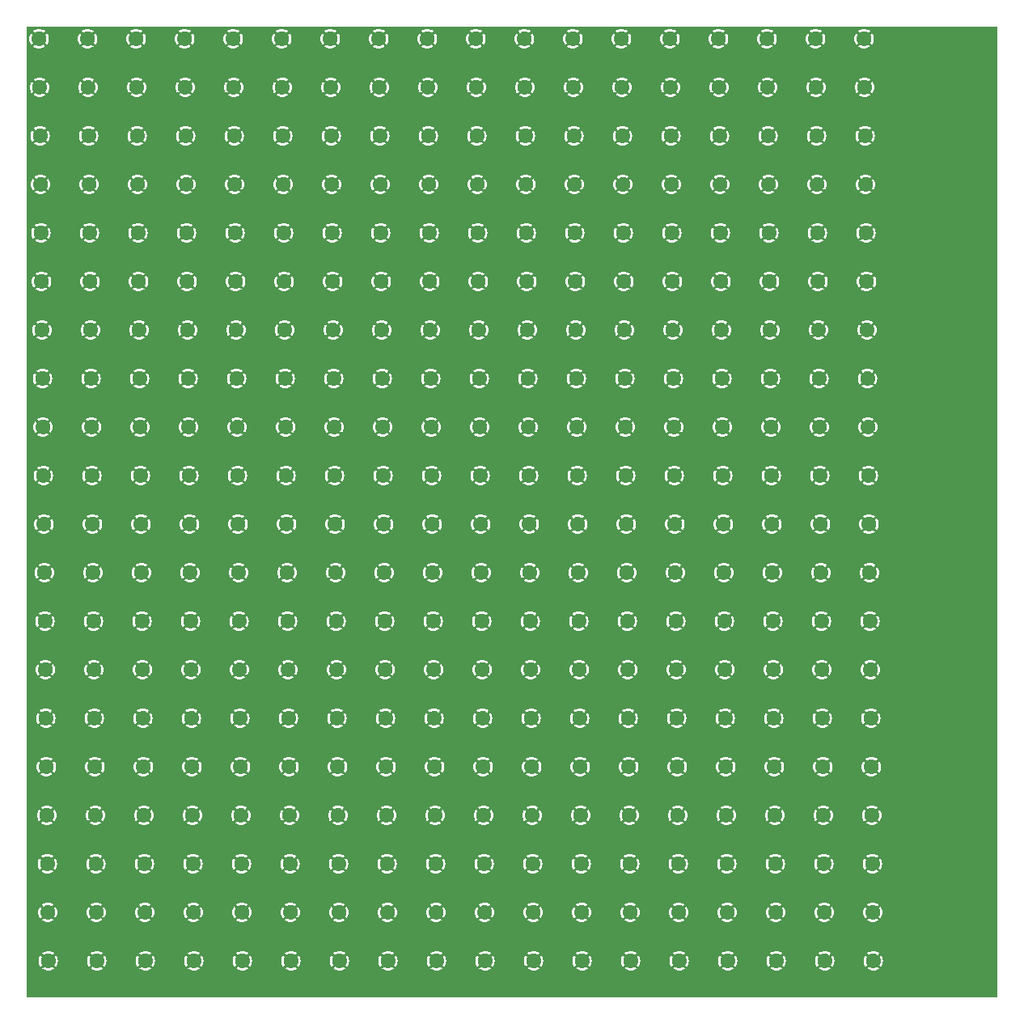
<source format=gbr>
G04 start of page 5 for group 3 idx 3
G04 Title: (unknown), solder *
G04 Creator: pcb 1.99v *
G04 CreationDate: Thu Jan 24 03:52:41 2008 UTC *
G04 For: sdb *
G04 Format: Gerber/RS-274X *
G04 PCB-Dimensions: 400000 400000 *
G04 PCB-Coordinate-Origin: lower left *
%MOIN*%
%FSLAX24Y24*%
%LNBACK*%
%ADD11C,0.0200*%
%ADD12C,0.0600*%
%ADD13C,0.0280*%
G54D11*G36*
X0Y0D02*Y40000D01*
X243D01*
Y39691D01*
X189Y39744D01*
X158Y39700D01*
X129Y39636D01*
X111Y39569D01*
X105Y39500D01*
X111Y39430D01*
X129Y39363D01*
X158Y39300D01*
X189Y39255D01*
X243Y39308D01*
Y37711D01*
X209Y37744D01*
X178Y37700D01*
X149Y37636D01*
X131Y37569D01*
X125Y37500D01*
X131Y37430D01*
X149Y37363D01*
X178Y37300D01*
X209Y37255D01*
X243Y37288D01*
Y35731D01*
X229Y35744D01*
X198Y35700D01*
X169Y35636D01*
X151Y35569D01*
X145Y35500D01*
X151Y35430D01*
X169Y35363D01*
X198Y35300D01*
X229Y35255D01*
X243Y35268D01*
Y33735D01*
X218Y33700D01*
X189Y33636D01*
X171Y33569D01*
X165Y33500D01*
X171Y33430D01*
X189Y33363D01*
X218Y33300D01*
X243Y33264D01*
Y31706D01*
X238Y31700D01*
X209Y31636D01*
X191Y31569D01*
X185Y31500D01*
X191Y31430D01*
X209Y31363D01*
X238Y31300D01*
X243Y31293D01*
Y29667D01*
X229Y29636D01*
X211Y29569D01*
X205Y29500D01*
X211Y29430D01*
X229Y29363D01*
X243Y29333D01*
Y27614D01*
X231Y27569D01*
X225Y27500D01*
X231Y27430D01*
X243Y27385D01*
Y0D01*
X0D01*
G37*
G36*
X243Y39354D02*X223Y39397D01*
X209Y39447D01*
X205Y39500D01*
X209Y39552D01*
X223Y39602D01*
X243Y39645D01*
Y39354D01*
G37*
G36*
Y37397D02*X243Y37397D01*
X229Y37447D01*
X225Y37500D01*
X229Y37552D01*
X243Y37602D01*
X243Y37602D01*
Y37397D01*
G37*
G36*
Y40000D02*X343D01*
Y39864D01*
X305Y39846D01*
X260Y39815D01*
X332Y39743D01*
X343Y39751D01*
Y39248D01*
X332Y39256D01*
X260Y39184D01*
X305Y39153D01*
X343Y39135D01*
Y37854D01*
X325Y37846D01*
X280Y37815D01*
X343Y37752D01*
Y37247D01*
X280Y37184D01*
X325Y37153D01*
X343Y37145D01*
Y35845D01*
X300Y35815D01*
X343Y35772D01*
Y35227D01*
X300Y35184D01*
X343Y35154D01*
Y33831D01*
X320Y33815D01*
X343Y33792D01*
Y33207D01*
X320Y33184D01*
X343Y33168D01*
Y31817D01*
X340Y31815D01*
X343Y31812D01*
Y31187D01*
X340Y31184D01*
X343Y31182D01*
Y29691D01*
X289Y29744D01*
X258Y29700D01*
X243Y29667D01*
Y31293D01*
X269Y31255D01*
X341Y31327D01*
X325Y31350D01*
X303Y31397D01*
X289Y31447D01*
X285Y31500D01*
X289Y31552D01*
X303Y31602D01*
X325Y31650D01*
X341Y31673D01*
X269Y31744D01*
X243Y31706D01*
Y33264D01*
X249Y33255D01*
X321Y33327D01*
X305Y33350D01*
X283Y33397D01*
X269Y33447D01*
X265Y33500D01*
X269Y33552D01*
X283Y33602D01*
X305Y33650D01*
X321Y33673D01*
X249Y33744D01*
X243Y33735D01*
Y35268D01*
X301Y35327D01*
X285Y35350D01*
X263Y35397D01*
X249Y35447D01*
X245Y35500D01*
X249Y35552D01*
X263Y35602D01*
X285Y35650D01*
X301Y35673D01*
X243Y35731D01*
Y37288D01*
X281Y37327D01*
X265Y37350D01*
X243Y37397D01*
Y37602D01*
X265Y37650D01*
X281Y37673D01*
X243Y37711D01*
Y39308D01*
X261Y39327D01*
X245Y39350D01*
X243Y39354D01*
Y39645D01*
X245Y39650D01*
X261Y39673D01*
X243Y39691D01*
Y40000D01*
G37*
G36*
Y29333D02*X258Y29300D01*
X289Y29255D01*
X343Y29308D01*
Y27711D01*
X309Y27744D01*
X278Y27700D01*
X249Y27636D01*
X243Y27614D01*
Y29333D01*
G37*
G36*
Y27385D02*X249Y27363D01*
X278Y27300D01*
X309Y27255D01*
X343Y27288D01*
Y25731D01*
X329Y25744D01*
X298Y25700D01*
X269Y25636D01*
X251Y25569D01*
X245Y25500D01*
X251Y25430D01*
X269Y25363D01*
X298Y25300D01*
X329Y25255D01*
X343Y25268D01*
Y23735D01*
X318Y23700D01*
X289Y23636D01*
X271Y23569D01*
X265Y23500D01*
X271Y23430D01*
X289Y23363D01*
X318Y23300D01*
X343Y23264D01*
Y21706D01*
X338Y21700D01*
X309Y21636D01*
X291Y21569D01*
X285Y21500D01*
X291Y21430D01*
X309Y21363D01*
X338Y21300D01*
X343Y21293D01*
Y19667D01*
X329Y19636D01*
X311Y19569D01*
X305Y19500D01*
X311Y19430D01*
X329Y19363D01*
X343Y19333D01*
Y17614D01*
X331Y17569D01*
X325Y17500D01*
X331Y17430D01*
X343Y17385D01*
Y0D01*
X243D01*
Y27385D01*
G37*
G36*
X343Y29354D02*X323Y29397D01*
X309Y29447D01*
X305Y29500D01*
X309Y29552D01*
X323Y29602D01*
X343Y29645D01*
Y29354D01*
G37*
G36*
Y27397D02*X343Y27397D01*
X329Y27447D01*
X325Y27500D01*
X329Y27552D01*
X343Y27602D01*
X343Y27602D01*
Y27397D01*
G37*
G36*
Y40000D02*X665D01*
Y39865D01*
X641Y39875D01*
X574Y39893D01*
X505Y39900D01*
X435Y39893D01*
X368Y39875D01*
X343Y39864D01*
Y40000D01*
G37*
G36*
Y39751D02*X355Y39759D01*
X402Y39781D01*
X452Y39795D01*
X505Y39800D01*
X557Y39795D01*
X607Y39781D01*
X655Y39759D01*
X665Y39752D01*
Y39247D01*
X655Y39240D01*
X607Y39218D01*
X557Y39204D01*
X505Y39200D01*
X452Y39204D01*
X402Y39218D01*
X355Y39240D01*
X343Y39248D01*
Y39751D01*
G37*
G36*
Y39135D02*X368Y39124D01*
X435Y39106D01*
X505Y39100D01*
X574Y39106D01*
X641Y39124D01*
X665Y39134D01*
Y37874D01*
X661Y37875D01*
X594Y37893D01*
X525Y37900D01*
X455Y37893D01*
X388Y37875D01*
X343Y37854D01*
Y39135D01*
G37*
G36*
Y37752D02*X352Y37743D01*
X375Y37759D01*
X422Y37781D01*
X472Y37795D01*
X525Y37800D01*
X577Y37795D01*
X627Y37781D01*
X665Y37764D01*
Y37235D01*
X627Y37218D01*
X577Y37204D01*
X525Y37200D01*
X472Y37204D01*
X422Y37218D01*
X375Y37240D01*
X352Y37256D01*
X343Y37247D01*
Y37752D01*
G37*
G36*
Y37145D02*X388Y37124D01*
X455Y37106D01*
X525Y37100D01*
X594Y37106D01*
X661Y37124D01*
X665Y37125D01*
Y35880D01*
X614Y35893D01*
X545Y35900D01*
X475Y35893D01*
X408Y35875D01*
X345Y35846D01*
X343Y35845D01*
Y37145D01*
G37*
G36*
Y35772D02*X372Y35743D01*
X395Y35759D01*
X442Y35781D01*
X492Y35795D01*
X545Y35800D01*
X597Y35795D01*
X647Y35781D01*
X665Y35773D01*
Y35226D01*
X647Y35218D01*
X597Y35204D01*
X545Y35200D01*
X492Y35204D01*
X442Y35218D01*
X395Y35240D01*
X372Y35256D01*
X343Y35227D01*
Y35772D01*
G37*
G36*
Y35154D02*X345Y35153D01*
X408Y35124D01*
X475Y35106D01*
X545Y35100D01*
X614Y35106D01*
X665Y35119D01*
Y33885D01*
X634Y33893D01*
X565Y33900D01*
X495Y33893D01*
X428Y33875D01*
X365Y33846D01*
X343Y33831D01*
Y35154D01*
G37*
G36*
Y33792D02*X392Y33743D01*
X415Y33759D01*
X462Y33781D01*
X512Y33795D01*
X565Y33800D01*
X617Y33795D01*
X665Y33782D01*
Y33217D01*
X617Y33204D01*
X565Y33200D01*
X512Y33204D01*
X462Y33218D01*
X415Y33240D01*
X392Y33256D01*
X343Y33207D01*
Y33792D01*
G37*
G36*
Y33168D02*X365Y33153D01*
X428Y33124D01*
X495Y33106D01*
X565Y33100D01*
X634Y33106D01*
X665Y33114D01*
Y31891D01*
X654Y31893D01*
X585Y31900D01*
X515Y31893D01*
X448Y31875D01*
X385Y31846D01*
X343Y31817D01*
Y33168D01*
G37*
G36*
Y31812D02*X412Y31743D01*
X435Y31759D01*
X482Y31781D01*
X532Y31795D01*
X585Y31800D01*
X637Y31795D01*
X665Y31787D01*
Y31212D01*
X637Y31204D01*
X585Y31200D01*
X532Y31204D01*
X482Y31218D01*
X435Y31240D01*
X412Y31256D01*
X343Y31187D01*
Y31812D01*
G37*
G36*
Y31182D02*X385Y31153D01*
X423Y31135D01*
Y29854D01*
X405Y29846D01*
X360Y29815D01*
X423Y29752D01*
Y29247D01*
X360Y29184D01*
X405Y29153D01*
X423Y29145D01*
Y27845D01*
X380Y27815D01*
X423Y27772D01*
Y27227D01*
X380Y27184D01*
X423Y27154D01*
Y25831D01*
X400Y25815D01*
X423Y25792D01*
Y25207D01*
X400Y25184D01*
X423Y25168D01*
Y23817D01*
X420Y23815D01*
X423Y23812D01*
Y23187D01*
X420Y23184D01*
X423Y23182D01*
Y21691D01*
X369Y21744D01*
X343Y21706D01*
Y23264D01*
X349Y23255D01*
X421Y23327D01*
X405Y23350D01*
X383Y23397D01*
X369Y23447D01*
X365Y23500D01*
X369Y23552D01*
X383Y23602D01*
X405Y23650D01*
X421Y23673D01*
X349Y23744D01*
X343Y23735D01*
Y25268D01*
X401Y25327D01*
X385Y25350D01*
X363Y25397D01*
X349Y25447D01*
X345Y25500D01*
X349Y25552D01*
X363Y25602D01*
X385Y25650D01*
X401Y25673D01*
X343Y25731D01*
Y27288D01*
X381Y27327D01*
X365Y27350D01*
X343Y27397D01*
Y27602D01*
X365Y27650D01*
X381Y27673D01*
X343Y27711D01*
Y29308D01*
X361Y29327D01*
X345Y29350D01*
X343Y29354D01*
Y29645D01*
X345Y29650D01*
X361Y29673D01*
X343Y29691D01*
Y31182D01*
G37*
G36*
X423Y0D02*X343D01*
Y17385D01*
X349Y17363D01*
X378Y17300D01*
X409Y17255D01*
X423Y17268D01*
Y15735D01*
X398Y15700D01*
X369Y15636D01*
X351Y15569D01*
X345Y15500D01*
X351Y15430D01*
X369Y15363D01*
X398Y15300D01*
X423Y15264D01*
Y13706D01*
X418Y13700D01*
X389Y13636D01*
X371Y13569D01*
X365Y13500D01*
X371Y13430D01*
X389Y13363D01*
X418Y13300D01*
X423Y13293D01*
Y11667D01*
X409Y11636D01*
X391Y11569D01*
X385Y11500D01*
X391Y11430D01*
X409Y11363D01*
X423Y11333D01*
Y9614D01*
X411Y9569D01*
X405Y9500D01*
X411Y9430D01*
X423Y9385D01*
Y0D01*
G37*
G36*
Y17731D02*X409Y17744D01*
X378Y17700D01*
X349Y17636D01*
X343Y17614D01*
Y19333D01*
X358Y19300D01*
X389Y19255D01*
X423Y19288D01*
Y17731D01*
G37*
G36*
Y19397D02*X423Y19397D01*
X409Y19447D01*
X405Y19500D01*
X409Y19552D01*
X423Y19602D01*
X423Y19602D01*
Y19397D01*
G37*
G36*
Y19711D02*X389Y19744D01*
X358Y19700D01*
X343Y19667D01*
Y21293D01*
X369Y21255D01*
X423Y21308D01*
Y19711D01*
G37*
G36*
Y21354D02*X403Y21397D01*
X389Y21447D01*
X385Y21500D01*
X389Y21552D01*
X403Y21602D01*
X423Y21645D01*
Y21354D01*
G37*
G36*
Y31135D02*X448Y31124D01*
X515Y31106D01*
X585Y31100D01*
X654Y31106D01*
X665Y31108D01*
Y29894D01*
X605Y29900D01*
X535Y29893D01*
X468Y29875D01*
X423Y29854D01*
Y31135D01*
G37*
G36*
Y29752D02*X432Y29743D01*
X455Y29759D01*
X502Y29781D01*
X552Y29795D01*
X605Y29800D01*
X657Y29795D01*
X665Y29793D01*
Y29206D01*
X657Y29204D01*
X605Y29200D01*
X552Y29204D01*
X502Y29218D01*
X455Y29240D01*
X432Y29256D01*
X423Y29247D01*
Y29752D01*
G37*
G36*
Y29145D02*X468Y29124D01*
X535Y29106D01*
X605Y29100D01*
X665Y29105D01*
Y27896D01*
X625Y27900D01*
X555Y27893D01*
X488Y27875D01*
X425Y27846D01*
X423Y27845D01*
Y29145D01*
G37*
G36*
Y27772D02*X452Y27743D01*
X475Y27759D01*
X522Y27781D01*
X572Y27795D01*
X625Y27800D01*
X665Y27796D01*
Y27203D01*
X625Y27200D01*
X572Y27204D01*
X522Y27218D01*
X475Y27240D01*
X452Y27256D01*
X423Y27227D01*
Y27772D01*
G37*
G36*
Y27154D02*X425Y27153D01*
X488Y27124D01*
X555Y27106D01*
X625Y27100D01*
X665Y27103D01*
Y25898D01*
X645Y25900D01*
X575Y25893D01*
X508Y25875D01*
X445Y25846D01*
X423Y25831D01*
Y27154D01*
G37*
G36*
Y25792D02*X472Y25743D01*
X495Y25759D01*
X542Y25781D01*
X592Y25795D01*
X645Y25800D01*
X665Y25798D01*
Y25201D01*
X645Y25200D01*
X592Y25204D01*
X542Y25218D01*
X495Y25240D01*
X472Y25256D01*
X423Y25207D01*
Y25792D01*
G37*
G36*
Y25168D02*X445Y25153D01*
X508Y25124D01*
X575Y25106D01*
X645Y25100D01*
X665Y25101D01*
Y23900D01*
X595Y23893D01*
X528Y23875D01*
X465Y23846D01*
X423Y23817D01*
Y25168D01*
G37*
G36*
Y23812D02*X492Y23743D01*
X515Y23759D01*
X562Y23781D01*
X612Y23795D01*
X665Y23800D01*
Y23200D01*
X612Y23204D01*
X562Y23218D01*
X515Y23240D01*
X492Y23256D01*
X423Y23187D01*
Y23812D01*
G37*
G36*
Y23182D02*X465Y23153D01*
X503Y23135D01*
Y21854D01*
X485Y21846D01*
X440Y21815D01*
X503Y21752D01*
Y21247D01*
X440Y21184D01*
X485Y21153D01*
X503Y21145D01*
Y19845D01*
X460Y19815D01*
X503Y19772D01*
Y19227D01*
X460Y19184D01*
X503Y19154D01*
Y17831D01*
X480Y17815D01*
X503Y17792D01*
Y17207D01*
X480Y17184D01*
X503Y17168D01*
Y15817D01*
X500Y15815D01*
X503Y15812D01*
Y15187D01*
X500Y15184D01*
X503Y15182D01*
Y13691D01*
X449Y13744D01*
X423Y13706D01*
Y15264D01*
X429Y15255D01*
X501Y15327D01*
X485Y15350D01*
X463Y15397D01*
X449Y15447D01*
X445Y15500D01*
X449Y15552D01*
X463Y15602D01*
X485Y15650D01*
X501Y15673D01*
X429Y15744D01*
X423Y15735D01*
Y17268D01*
X481Y17327D01*
X465Y17350D01*
X443Y17397D01*
X429Y17447D01*
X425Y17500D01*
X429Y17552D01*
X443Y17602D01*
X465Y17650D01*
X481Y17673D01*
X423Y17731D01*
Y19288D01*
X461Y19327D01*
X445Y19350D01*
X423Y19397D01*
Y19602D01*
X445Y19650D01*
X461Y19673D01*
X423Y19711D01*
Y21308D01*
X441Y21327D01*
X425Y21350D01*
X423Y21354D01*
Y21645D01*
X425Y21650D01*
X441Y21673D01*
X423Y21691D01*
Y23182D01*
G37*
G36*
X503Y0D02*X423D01*
Y9385D01*
X429Y9363D01*
X458Y9300D01*
X489Y9255D01*
X503Y9268D01*
Y7735D01*
X478Y7700D01*
X449Y7636D01*
X431Y7569D01*
X425Y7500D01*
X431Y7430D01*
X449Y7363D01*
X478Y7300D01*
X503Y7264D01*
Y5706D01*
X498Y5700D01*
X469Y5636D01*
X451Y5569D01*
X445Y5500D01*
X451Y5430D01*
X469Y5363D01*
X498Y5300D01*
X503Y5293D01*
Y3667D01*
X489Y3636D01*
X471Y3569D01*
X465Y3500D01*
X471Y3430D01*
X489Y3363D01*
X503Y3333D01*
Y1614D01*
X491Y1569D01*
X485Y1500D01*
X491Y1430D01*
X503Y1385D01*
Y0D01*
G37*
G36*
Y9731D02*X489Y9744D01*
X458Y9700D01*
X429Y9636D01*
X423Y9614D01*
Y11333D01*
X438Y11300D01*
X469Y11255D01*
X503Y11288D01*
Y9731D01*
G37*
G36*
Y11397D02*X503Y11397D01*
X489Y11447D01*
X485Y11500D01*
X489Y11552D01*
X503Y11602D01*
X503Y11602D01*
Y11397D01*
G37*
G36*
Y11711D02*X469Y11744D01*
X438Y11700D01*
X423Y11667D01*
Y13293D01*
X449Y13255D01*
X503Y13308D01*
Y11711D01*
G37*
G36*
Y13354D02*X483Y13397D01*
X469Y13447D01*
X465Y13500D01*
X469Y13552D01*
X483Y13602D01*
X503Y13645D01*
Y13354D01*
G37*
G36*
Y23135D02*X528Y23124D01*
X595Y23106D01*
X665Y23100D01*
Y21898D01*
X615Y21893D01*
X548Y21875D01*
X503Y21854D01*
Y23135D01*
G37*
G36*
Y21752D02*X512Y21743D01*
X535Y21759D01*
X582Y21781D01*
X632Y21795D01*
X665Y21798D01*
Y21201D01*
X632Y21204D01*
X582Y21218D01*
X535Y21240D01*
X512Y21256D01*
X503Y21247D01*
Y21752D01*
G37*
G36*
Y21145D02*X548Y21124D01*
X615Y21106D01*
X665Y21101D01*
Y19896D01*
X635Y19893D01*
X568Y19875D01*
X505Y19846D01*
X503Y19845D01*
Y21145D01*
G37*
G36*
Y19772D02*X532Y19743D01*
X555Y19759D01*
X602Y19781D01*
X652Y19795D01*
X665Y19796D01*
Y19203D01*
X652Y19204D01*
X602Y19218D01*
X555Y19240D01*
X532Y19256D01*
X503Y19227D01*
Y19772D01*
G37*
G36*
Y19154D02*X505Y19153D01*
X568Y19124D01*
X635Y19106D01*
X665Y19103D01*
Y17894D01*
X655Y17893D01*
X588Y17875D01*
X525Y17846D01*
X503Y17831D01*
Y19154D01*
G37*
G36*
Y17792D02*X552Y17743D01*
X575Y17759D01*
X622Y17781D01*
X665Y17793D01*
Y17206D01*
X622Y17218D01*
X575Y17240D01*
X552Y17256D01*
X503Y17207D01*
Y17792D01*
G37*
G36*
Y17168D02*X525Y17153D01*
X588Y17124D01*
X655Y17106D01*
X665Y17105D01*
Y15891D01*
X608Y15875D01*
X545Y15846D01*
X503Y15817D01*
Y17168D01*
G37*
G36*
Y15812D02*X572Y15743D01*
X595Y15759D01*
X642Y15781D01*
X665Y15787D01*
Y15212D01*
X642Y15218D01*
X595Y15240D01*
X572Y15256D01*
X503Y15187D01*
Y15812D01*
G37*
G36*
Y15182D02*X545Y15153D01*
X608Y15124D01*
X665Y15108D01*
Y13885D01*
X628Y13875D01*
X565Y13846D01*
X520Y13815D01*
X592Y13743D01*
X615Y13759D01*
X662Y13781D01*
X665Y13782D01*
Y13217D01*
X662Y13218D01*
X615Y13240D01*
X592Y13256D01*
X520Y13184D01*
X565Y13153D01*
X628Y13124D01*
X665Y13114D01*
Y11880D01*
X648Y11875D01*
X585Y11846D01*
X540Y11815D01*
X612Y11743D01*
X635Y11759D01*
X665Y11773D01*
Y11226D01*
X635Y11240D01*
X612Y11256D01*
X540Y11184D01*
X585Y11153D01*
X648Y11124D01*
X665Y11119D01*
Y9874D01*
X605Y9846D01*
X560Y9815D01*
X632Y9743D01*
X655Y9759D01*
X665Y9764D01*
Y9235D01*
X655Y9240D01*
X632Y9256D01*
X560Y9184D01*
X605Y9153D01*
X665Y9125D01*
Y7865D01*
X625Y7846D01*
X580Y7815D01*
X652Y7743D01*
X665Y7752D01*
Y7247D01*
X652Y7256D01*
X580Y7184D01*
X625Y7153D01*
X665Y7134D01*
Y5855D01*
X645Y5846D01*
X600Y5815D01*
X665Y5750D01*
Y5249D01*
X600Y5184D01*
X645Y5153D01*
X665Y5144D01*
Y3846D01*
X620Y3815D01*
X665Y3770D01*
Y3229D01*
X620Y3184D01*
X665Y3153D01*
Y1832D01*
X640Y1815D01*
X665Y1790D01*
Y1209D01*
X640Y1184D01*
X665Y1167D01*
Y0D01*
X503D01*
Y1385D01*
X509Y1363D01*
X538Y1300D01*
X569Y1255D01*
X641Y1327D01*
X625Y1350D01*
X603Y1397D01*
X589Y1447D01*
X585Y1500D01*
X589Y1552D01*
X603Y1602D01*
X625Y1650D01*
X641Y1673D01*
X569Y1744D01*
X538Y1700D01*
X509Y1636D01*
X503Y1614D01*
Y3333D01*
X518Y3300D01*
X549Y3255D01*
X621Y3327D01*
X605Y3350D01*
X583Y3397D01*
X569Y3447D01*
X565Y3500D01*
X569Y3552D01*
X583Y3602D01*
X605Y3650D01*
X621Y3673D01*
X549Y3744D01*
X518Y3700D01*
X503Y3667D01*
Y5293D01*
X529Y5255D01*
X601Y5327D01*
X585Y5350D01*
X563Y5397D01*
X549Y5447D01*
X545Y5500D01*
X549Y5552D01*
X563Y5602D01*
X585Y5650D01*
X601Y5673D01*
X529Y5744D01*
X503Y5706D01*
Y7264D01*
X509Y7255D01*
X581Y7327D01*
X565Y7350D01*
X543Y7397D01*
X529Y7447D01*
X525Y7500D01*
X529Y7552D01*
X543Y7602D01*
X565Y7650D01*
X581Y7673D01*
X509Y7744D01*
X503Y7735D01*
Y9268D01*
X561Y9327D01*
X545Y9350D01*
X523Y9397D01*
X509Y9447D01*
X505Y9500D01*
X509Y9552D01*
X523Y9602D01*
X545Y9650D01*
X561Y9673D01*
X503Y9731D01*
Y11288D01*
X541Y11327D01*
X525Y11350D01*
X503Y11397D01*
Y11602D01*
X525Y11650D01*
X541Y11673D01*
X503Y11711D01*
Y13308D01*
X521Y13327D01*
X505Y13350D01*
X503Y13354D01*
Y13645D01*
X505Y13650D01*
X521Y13673D01*
X503Y13691D01*
Y15182D01*
G37*
G36*
X665Y40000D02*X886D01*
Y39614D01*
X880Y39636D01*
X851Y39700D01*
X820Y39744D01*
X748Y39673D01*
X764Y39650D01*
X786Y39602D01*
X800Y39552D01*
X805Y39500D01*
X800Y39447D01*
X786Y39397D01*
X764Y39350D01*
X748Y39327D01*
X820Y39255D01*
X851Y39300D01*
X880Y39363D01*
X886Y39385D01*
Y37666D01*
X871Y37700D01*
X840Y37744D01*
X768Y37673D01*
X784Y37650D01*
X806Y37602D01*
X820Y37552D01*
X825Y37500D01*
X820Y37447D01*
X806Y37397D01*
X784Y37350D01*
X768Y37327D01*
X840Y37255D01*
X871Y37300D01*
X886Y37333D01*
Y35706D01*
X860Y35744D01*
X788Y35673D01*
X804Y35650D01*
X826Y35602D01*
X840Y35552D01*
X845Y35500D01*
X840Y35447D01*
X826Y35397D01*
X804Y35350D01*
X788Y35327D01*
X860Y35255D01*
X886Y35293D01*
Y33734D01*
X880Y33744D01*
X808Y33673D01*
X824Y33650D01*
X846Y33602D01*
X860Y33552D01*
X865Y33500D01*
X860Y33447D01*
X846Y33397D01*
X824Y33350D01*
X808Y33327D01*
X880Y33255D01*
X886Y33265D01*
Y31731D01*
X828Y31673D01*
X844Y31650D01*
X866Y31602D01*
X880Y31552D01*
X885Y31500D01*
X880Y31447D01*
X866Y31397D01*
X844Y31350D01*
X828Y31327D01*
X886Y31268D01*
Y29711D01*
X848Y29673D01*
X864Y29650D01*
X886Y29602D01*
Y29397D01*
X864Y29350D01*
X848Y29327D01*
X886Y29288D01*
Y27691D01*
X868Y27673D01*
X884Y27650D01*
X886Y27645D01*
Y27354D01*
X884Y27350D01*
X868Y27327D01*
X886Y27308D01*
Y25817D01*
X845Y25846D01*
X781Y25875D01*
X714Y25893D01*
X665Y25898D01*
Y27103D01*
X694Y27106D01*
X761Y27124D01*
X825Y27153D01*
X869Y27184D01*
X798Y27256D01*
X775Y27240D01*
X727Y27218D01*
X677Y27204D01*
X665Y27203D01*
Y27796D01*
X677Y27795D01*
X727Y27781D01*
X775Y27759D01*
X798Y27743D01*
X869Y27815D01*
X825Y27846D01*
X761Y27875D01*
X694Y27893D01*
X665Y27896D01*
Y29105D01*
X674Y29106D01*
X741Y29124D01*
X805Y29153D01*
X849Y29184D01*
X778Y29256D01*
X755Y29240D01*
X707Y29218D01*
X665Y29206D01*
Y29793D01*
X707Y29781D01*
X755Y29759D01*
X778Y29743D01*
X849Y29815D01*
X805Y29846D01*
X741Y29875D01*
X674Y29893D01*
X665Y29894D01*
Y31108D01*
X721Y31124D01*
X785Y31153D01*
X829Y31184D01*
X758Y31256D01*
X735Y31240D01*
X687Y31218D01*
X665Y31212D01*
Y31787D01*
X687Y31781D01*
X735Y31759D01*
X758Y31743D01*
X829Y31815D01*
X785Y31846D01*
X721Y31875D01*
X665Y31891D01*
Y33114D01*
X701Y33124D01*
X765Y33153D01*
X809Y33184D01*
X738Y33256D01*
X715Y33240D01*
X667Y33218D01*
X665Y33217D01*
Y33782D01*
X667Y33781D01*
X715Y33759D01*
X738Y33743D01*
X809Y33815D01*
X765Y33846D01*
X701Y33875D01*
X665Y33885D01*
Y35119D01*
X681Y35124D01*
X745Y35153D01*
X789Y35184D01*
X718Y35256D01*
X695Y35240D01*
X665Y35226D01*
Y35773D01*
X695Y35759D01*
X718Y35743D01*
X789Y35815D01*
X745Y35846D01*
X681Y35875D01*
X665Y35880D01*
Y37125D01*
X725Y37153D01*
X769Y37184D01*
X698Y37256D01*
X675Y37240D01*
X665Y37235D01*
Y37764D01*
X675Y37759D01*
X698Y37743D01*
X769Y37815D01*
X725Y37846D01*
X665Y37874D01*
Y39134D01*
X705Y39153D01*
X749Y39184D01*
X678Y39256D01*
X665Y39247D01*
Y39752D01*
X678Y39743D01*
X749Y39815D01*
X705Y39846D01*
X665Y39865D01*
Y40000D01*
G37*
G36*
X886Y15873D02*X881Y15875D01*
X814Y15893D01*
X745Y15900D01*
X675Y15893D01*
X665Y15891D01*
Y17105D01*
X725Y17100D01*
X794Y17106D01*
X861Y17124D01*
X886Y17135D01*
Y15873D01*
G37*
G36*
Y17248D02*X875Y17240D01*
X827Y17218D01*
X777Y17204D01*
X725Y17200D01*
X672Y17204D01*
X665Y17206D01*
Y17793D01*
X672Y17795D01*
X725Y17800D01*
X777Y17795D01*
X827Y17781D01*
X875Y17759D01*
X886Y17751D01*
Y17248D01*
G37*
G36*
Y17864D02*X861Y17875D01*
X794Y17893D01*
X725Y17900D01*
X665Y17894D01*
Y19103D01*
X705Y19100D01*
X774Y19106D01*
X841Y19124D01*
X886Y19145D01*
Y17864D01*
G37*
G36*
Y19247D02*X878Y19256D01*
X855Y19240D01*
X807Y19218D01*
X757Y19204D01*
X705Y19200D01*
X665Y19203D01*
Y19796D01*
X705Y19800D01*
X757Y19795D01*
X807Y19781D01*
X855Y19759D01*
X878Y19743D01*
X886Y19752D01*
Y19247D01*
G37*
G36*
Y19854D02*X841Y19875D01*
X774Y19893D01*
X705Y19900D01*
X665Y19896D01*
Y21101D01*
X685Y21100D01*
X754Y21106D01*
X821Y21124D01*
X885Y21153D01*
X886Y21154D01*
Y19854D01*
G37*
G36*
Y21227D02*X858Y21256D01*
X835Y21240D01*
X787Y21218D01*
X737Y21204D01*
X685Y21200D01*
X665Y21201D01*
Y21798D01*
X685Y21800D01*
X737Y21795D01*
X787Y21781D01*
X835Y21759D01*
X858Y21743D01*
X886Y21772D01*
Y21227D01*
G37*
G36*
Y21845D02*X885Y21846D01*
X821Y21875D01*
X754Y21893D01*
X685Y21900D01*
X665Y21898D01*
Y23100D01*
X734Y23106D01*
X801Y23124D01*
X865Y23153D01*
X886Y23169D01*
Y21845D01*
G37*
G36*
Y23207D02*X838Y23256D01*
X815Y23240D01*
X767Y23218D01*
X717Y23204D01*
X665Y23200D01*
Y23800D01*
X717Y23795D01*
X767Y23781D01*
X815Y23759D01*
X838Y23743D01*
X886Y23792D01*
Y23207D01*
G37*
G36*
Y23831D02*X865Y23846D01*
X801Y23875D01*
X734Y23893D01*
X665Y23900D01*
Y25101D01*
X714Y25106D01*
X781Y25124D01*
X845Y25153D01*
X886Y25183D01*
Y23831D01*
G37*
G36*
Y25187D02*X818Y25256D01*
X795Y25240D01*
X747Y25218D01*
X697Y25204D01*
X665Y25201D01*
Y25798D01*
X697Y25795D01*
X747Y25781D01*
X795Y25759D01*
X818Y25743D01*
X886Y25812D01*
Y25187D01*
G37*
G36*
Y40000D02*X986D01*
Y29614D01*
X980Y29636D01*
X951Y29700D01*
X920Y29744D01*
X886Y29711D01*
Y31268D01*
X900Y31255D01*
X931Y31300D01*
X960Y31363D01*
X978Y31430D01*
X985Y31500D01*
X978Y31569D01*
X960Y31636D01*
X931Y31700D01*
X900Y31744D01*
X886Y31731D01*
Y33265D01*
X911Y33300D01*
X940Y33363D01*
X958Y33430D01*
X965Y33500D01*
X958Y33569D01*
X940Y33636D01*
X911Y33700D01*
X886Y33734D01*
Y35293D01*
X891Y35300D01*
X920Y35363D01*
X938Y35430D01*
X945Y35500D01*
X938Y35569D01*
X920Y35636D01*
X891Y35700D01*
X886Y35706D01*
Y37333D01*
X900Y37363D01*
X918Y37430D01*
X925Y37500D01*
X918Y37569D01*
X900Y37636D01*
X886Y37666D01*
Y39385D01*
X898Y39430D01*
X905Y39500D01*
X898Y39569D01*
X886Y39614D01*
Y40000D01*
G37*
G36*
Y29602D02*X900Y29552D01*
X905Y29500D01*
X900Y29447D01*
X886Y29397D01*
Y29602D01*
G37*
G36*
Y29288D02*X920Y29255D01*
X951Y29300D01*
X980Y29363D01*
X986Y29385D01*
Y27666D01*
X971Y27700D01*
X940Y27744D01*
X886Y27691D01*
Y29288D01*
G37*
G36*
Y27645D02*X906Y27602D01*
X920Y27552D01*
X925Y27500D01*
X920Y27447D01*
X906Y27397D01*
X886Y27354D01*
Y27645D01*
G37*
G36*
Y27308D02*X940Y27255D01*
X971Y27300D01*
X986Y27333D01*
Y25706D01*
X960Y25744D01*
X888Y25673D01*
X904Y25650D01*
X926Y25602D01*
X940Y25552D01*
X945Y25500D01*
X940Y25447D01*
X926Y25397D01*
X904Y25350D01*
X888Y25327D01*
X960Y25255D01*
X986Y25293D01*
Y23734D01*
X980Y23744D01*
X908Y23673D01*
X924Y23650D01*
X946Y23602D01*
X960Y23552D01*
X965Y23500D01*
X960Y23447D01*
X946Y23397D01*
X924Y23350D01*
X908Y23327D01*
X980Y23255D01*
X986Y23265D01*
Y21731D01*
X928Y21673D01*
X944Y21650D01*
X966Y21602D01*
X980Y21552D01*
X985Y21500D01*
X980Y21447D01*
X966Y21397D01*
X944Y21350D01*
X928Y21327D01*
X986Y21268D01*
Y19711D01*
X948Y19673D01*
X964Y19650D01*
X986Y19602D01*
Y19397D01*
X964Y19350D01*
X948Y19327D01*
X986Y19288D01*
Y17691D01*
X968Y17673D01*
X984Y17650D01*
X986Y17645D01*
Y17354D01*
X984Y17350D01*
X968Y17327D01*
X986Y17308D01*
Y15817D01*
X945Y15846D01*
X886Y15873D01*
Y17135D01*
X925Y17153D01*
X969Y17184D01*
X898Y17256D01*
X886Y17248D01*
Y17751D01*
X898Y17743D01*
X969Y17815D01*
X925Y17846D01*
X886Y17864D01*
Y19145D01*
X905Y19153D01*
X949Y19184D01*
X886Y19247D01*
Y19752D01*
X949Y19815D01*
X905Y19846D01*
X886Y19854D01*
Y21154D01*
X929Y21184D01*
X886Y21227D01*
Y21772D01*
X929Y21815D01*
X886Y21845D01*
Y23169D01*
X909Y23184D01*
X886Y23207D01*
Y23792D01*
X909Y23815D01*
X886Y23831D01*
Y25183D01*
X889Y25184D01*
X886Y25187D01*
Y25812D01*
X889Y25815D01*
X886Y25817D01*
Y27308D01*
G37*
G36*
X665Y15787D02*X692Y15795D01*
X745Y15800D01*
X797Y15795D01*
X847Y15781D01*
X895Y15759D01*
X918Y15743D01*
X986Y15812D01*
Y15187D01*
X918Y15256D01*
X895Y15240D01*
X847Y15218D01*
X797Y15204D01*
X745Y15200D01*
X692Y15204D01*
X665Y15212D01*
Y15787D01*
G37*
G36*
Y15108D02*X675Y15106D01*
X745Y15100D01*
X814Y15106D01*
X881Y15124D01*
X945Y15153D01*
X986Y15183D01*
Y13831D01*
X965Y13846D01*
X901Y13875D01*
X834Y13893D01*
X765Y13900D01*
X695Y13893D01*
X665Y13885D01*
Y15108D01*
G37*
G36*
Y13782D02*X712Y13795D01*
X765Y13800D01*
X817Y13795D01*
X867Y13781D01*
X915Y13759D01*
X938Y13743D01*
X986Y13792D01*
Y13207D01*
X938Y13256D01*
X915Y13240D01*
X867Y13218D01*
X817Y13204D01*
X765Y13200D01*
X712Y13204D01*
X665Y13217D01*
Y13782D01*
G37*
G36*
Y13114D02*X695Y13106D01*
X765Y13100D01*
X834Y13106D01*
X901Y13124D01*
X965Y13153D01*
X986Y13169D01*
Y11845D01*
X985Y11846D01*
X921Y11875D01*
X854Y11893D01*
X785Y11900D01*
X715Y11893D01*
X665Y11880D01*
Y13114D01*
G37*
G36*
Y11773D02*X682Y11781D01*
X732Y11795D01*
X785Y11800D01*
X837Y11795D01*
X887Y11781D01*
X935Y11759D01*
X958Y11743D01*
X986Y11772D01*
Y11227D01*
X958Y11256D01*
X935Y11240D01*
X887Y11218D01*
X837Y11204D01*
X785Y11200D01*
X732Y11204D01*
X682Y11218D01*
X665Y11226D01*
Y11773D01*
G37*
G36*
Y11119D02*X715Y11106D01*
X785Y11100D01*
X854Y11106D01*
X921Y11124D01*
X985Y11153D01*
X986Y11154D01*
Y9854D01*
X941Y9875D01*
X874Y9893D01*
X805Y9900D01*
X735Y9893D01*
X668Y9875D01*
X665Y9874D01*
Y11119D01*
G37*
G36*
Y9764D02*X702Y9781D01*
X752Y9795D01*
X805Y9800D01*
X857Y9795D01*
X907Y9781D01*
X955Y9759D01*
X978Y9743D01*
X986Y9752D01*
Y9247D01*
X978Y9256D01*
X955Y9240D01*
X907Y9218D01*
X857Y9204D01*
X805Y9200D01*
X752Y9204D01*
X702Y9218D01*
X665Y9235D01*
Y9764D01*
G37*
G36*
Y9125D02*X668Y9124D01*
X735Y9106D01*
X805Y9100D01*
X874Y9106D01*
X941Y9124D01*
X986Y9145D01*
Y7864D01*
X961Y7875D01*
X894Y7893D01*
X825Y7900D01*
X755Y7893D01*
X688Y7875D01*
X665Y7865D01*
Y9125D01*
G37*
G36*
Y7752D02*X675Y7759D01*
X722Y7781D01*
X772Y7795D01*
X825Y7800D01*
X877Y7795D01*
X927Y7781D01*
X975Y7759D01*
X986Y7751D01*
Y7248D01*
X975Y7240D01*
X927Y7218D01*
X877Y7204D01*
X825Y7200D01*
X772Y7204D01*
X722Y7218D01*
X675Y7240D01*
X665Y7247D01*
Y7752D01*
G37*
G36*
Y7134D02*X688Y7124D01*
X755Y7106D01*
X825Y7100D01*
X894Y7106D01*
X961Y7124D01*
X986Y7135D01*
Y5873D01*
X981Y5875D01*
X914Y5893D01*
X845Y5900D01*
X775Y5893D01*
X708Y5875D01*
X665Y5855D01*
Y7134D01*
G37*
G36*
Y5750D02*X672Y5743D01*
X695Y5759D01*
X742Y5781D01*
X792Y5795D01*
X845Y5800D01*
X897Y5795D01*
X947Y5781D01*
X986Y5763D01*
Y5236D01*
X947Y5218D01*
X897Y5204D01*
X845Y5200D01*
X792Y5204D01*
X742Y5218D01*
X695Y5240D01*
X672Y5256D01*
X665Y5249D01*
Y5750D01*
G37*
G36*
Y5144D02*X708Y5124D01*
X775Y5106D01*
X845Y5100D01*
X914Y5106D01*
X981Y5124D01*
X986Y5126D01*
Y3879D01*
X934Y3893D01*
X865Y3900D01*
X795Y3893D01*
X728Y3875D01*
X665Y3846D01*
Y5144D01*
G37*
G36*
Y3770D02*X692Y3743D01*
X715Y3759D01*
X762Y3781D01*
X812Y3795D01*
X865Y3800D01*
X917Y3795D01*
X967Y3781D01*
X986Y3772D01*
Y3227D01*
X967Y3218D01*
X917Y3204D01*
X865Y3200D01*
X812Y3204D01*
X762Y3218D01*
X715Y3240D01*
X692Y3256D01*
X665Y3229D01*
Y3770D01*
G37*
G36*
Y3153D02*X728Y3124D01*
X795Y3106D01*
X865Y3100D01*
X934Y3106D01*
X986Y3120D01*
Y1885D01*
X954Y1893D01*
X885Y1900D01*
X815Y1893D01*
X748Y1875D01*
X685Y1846D01*
X665Y1832D01*
Y3153D01*
G37*
G36*
Y1790D02*X712Y1743D01*
X735Y1759D01*
X782Y1781D01*
X832Y1795D01*
X885Y1800D01*
X937Y1795D01*
X986Y1782D01*
Y1217D01*
X937Y1204D01*
X885Y1200D01*
X832Y1204D01*
X782Y1218D01*
X735Y1240D01*
X712Y1256D01*
X665Y1209D01*
Y1790D01*
G37*
G36*
Y1167D02*X685Y1153D01*
X748Y1124D01*
X815Y1106D01*
X885Y1100D01*
X954Y1106D01*
X986Y1114D01*
Y0D01*
X665D01*
Y1167D01*
G37*
G36*
X986Y40000D02*X1066D01*
Y21614D01*
X1060Y21636D01*
X1031Y21700D01*
X1000Y21744D01*
X986Y21731D01*
Y23265D01*
X1011Y23300D01*
X1040Y23363D01*
X1058Y23430D01*
X1065Y23500D01*
X1058Y23569D01*
X1040Y23636D01*
X1011Y23700D01*
X986Y23734D01*
Y25293D01*
X991Y25300D01*
X1020Y25363D01*
X1038Y25430D01*
X1045Y25500D01*
X1038Y25569D01*
X1020Y25636D01*
X991Y25700D01*
X986Y25706D01*
Y27333D01*
X1000Y27363D01*
X1018Y27430D01*
X1025Y27500D01*
X1018Y27569D01*
X1000Y27636D01*
X986Y27666D01*
Y29385D01*
X998Y29430D01*
X1005Y29500D01*
X998Y29569D01*
X986Y29614D01*
Y40000D01*
G37*
G36*
X1066Y0D02*X986D01*
Y1114D01*
X1021Y1124D01*
X1066Y1145D01*
Y0D01*
G37*
G36*
Y1247D02*X1058Y1256D01*
X1035Y1240D01*
X987Y1218D01*
X986Y1217D01*
Y1782D01*
X987Y1781D01*
X1035Y1759D01*
X1058Y1743D01*
X1066Y1752D01*
Y1247D01*
G37*
G36*
Y1854D02*X1021Y1875D01*
X986Y1885D01*
Y3120D01*
X1001Y3124D01*
X1065Y3153D01*
X1066Y3154D01*
Y1854D01*
G37*
G36*
Y3227D02*X1038Y3256D01*
X1015Y3240D01*
X986Y3227D01*
Y3772D01*
X1015Y3759D01*
X1038Y3743D01*
X1066Y3772D01*
Y3227D01*
G37*
G36*
Y3845D02*X1065Y3846D01*
X1001Y3875D01*
X986Y3879D01*
Y5126D01*
X1045Y5153D01*
X1066Y5169D01*
Y3845D01*
G37*
G36*
Y5207D02*X1018Y5256D01*
X995Y5240D01*
X986Y5236D01*
Y5763D01*
X995Y5759D01*
X1018Y5743D01*
X1066Y5792D01*
Y5207D01*
G37*
G36*
Y5831D02*X1045Y5846D01*
X986Y5873D01*
Y7135D01*
X1025Y7153D01*
X1066Y7183D01*
Y5831D01*
G37*
G36*
Y7187D02*X998Y7256D01*
X986Y7248D01*
Y7751D01*
X998Y7743D01*
X1066Y7812D01*
Y7187D01*
G37*
G36*
Y7817D02*X1025Y7846D01*
X986Y7864D01*
Y9145D01*
X1005Y9153D01*
X1049Y9184D01*
X986Y9247D01*
Y9752D01*
X1049Y9815D01*
X1005Y9846D01*
X986Y9854D01*
Y11154D01*
X1029Y11184D01*
X986Y11227D01*
Y11772D01*
X1029Y11815D01*
X986Y11845D01*
Y13169D01*
X1009Y13184D01*
X986Y13207D01*
Y13792D01*
X1009Y13815D01*
X986Y13831D01*
Y15183D01*
X989Y15184D01*
X986Y15187D01*
Y15812D01*
X989Y15815D01*
X986Y15817D01*
Y17308D01*
X1040Y17255D01*
X1066Y17293D01*
Y15734D01*
X1060Y15744D01*
X988Y15673D01*
X1004Y15650D01*
X1026Y15602D01*
X1040Y15552D01*
X1045Y15500D01*
X1040Y15447D01*
X1026Y15397D01*
X1004Y15350D01*
X988Y15327D01*
X1060Y15255D01*
X1066Y15265D01*
Y13731D01*
X1008Y13673D01*
X1024Y13650D01*
X1046Y13602D01*
X1060Y13552D01*
X1065Y13500D01*
X1060Y13447D01*
X1046Y13397D01*
X1024Y13350D01*
X1008Y13327D01*
X1066Y13268D01*
Y11711D01*
X1028Y11673D01*
X1044Y11650D01*
X1066Y11602D01*
Y11397D01*
X1044Y11350D01*
X1028Y11327D01*
X1066Y11288D01*
Y9691D01*
X1048Y9673D01*
X1064Y9650D01*
X1066Y9645D01*
Y9354D01*
X1064Y9350D01*
X1048Y9327D01*
X1066Y9308D01*
Y7817D01*
G37*
G36*
Y17706D02*X1040Y17744D01*
X986Y17691D01*
Y19288D01*
X1020Y19255D01*
X1051Y19300D01*
X1066Y19333D01*
Y17706D01*
G37*
G36*
Y19666D02*X1051Y19700D01*
X1020Y19744D01*
X986Y19711D01*
Y21268D01*
X1000Y21255D01*
X1031Y21300D01*
X1060Y21363D01*
X1066Y21385D01*
Y19666D01*
G37*
G36*
Y40000D02*X1146D01*
Y13614D01*
X1140Y13636D01*
X1111Y13700D01*
X1080Y13744D01*
X1066Y13731D01*
Y15265D01*
X1091Y15300D01*
X1120Y15363D01*
X1138Y15430D01*
X1145Y15500D01*
X1138Y15569D01*
X1120Y15636D01*
X1091Y15700D01*
X1066Y15734D01*
Y17293D01*
X1071Y17300D01*
X1100Y17363D01*
X1118Y17430D01*
X1125Y17500D01*
X1118Y17569D01*
X1100Y17636D01*
X1071Y17700D01*
X1066Y17706D01*
Y19333D01*
X1080Y19363D01*
X1098Y19430D01*
X1105Y19500D01*
X1098Y19569D01*
X1080Y19636D01*
X1066Y19666D01*
Y21385D01*
X1078Y21430D01*
X1085Y21500D01*
X1078Y21569D01*
X1066Y21614D01*
Y40000D01*
G37*
G36*
X1146Y0D02*X1066D01*
Y1145D01*
X1085Y1153D01*
X1129Y1184D01*
X1066Y1247D01*
Y1752D01*
X1129Y1815D01*
X1085Y1846D01*
X1066Y1854D01*
Y3154D01*
X1109Y3184D01*
X1066Y3227D01*
Y3772D01*
X1109Y3815D01*
X1066Y3845D01*
Y5169D01*
X1089Y5184D01*
X1066Y5207D01*
Y5792D01*
X1089Y5815D01*
X1066Y5831D01*
Y7183D01*
X1069Y7184D01*
X1066Y7187D01*
Y7812D01*
X1069Y7815D01*
X1066Y7817D01*
Y9308D01*
X1120Y9255D01*
X1146Y9293D01*
Y7734D01*
X1140Y7744D01*
X1068Y7673D01*
X1084Y7650D01*
X1106Y7602D01*
X1120Y7552D01*
X1125Y7500D01*
X1120Y7447D01*
X1106Y7397D01*
X1084Y7350D01*
X1068Y7327D01*
X1140Y7255D01*
X1146Y7265D01*
Y5731D01*
X1088Y5673D01*
X1104Y5650D01*
X1126Y5602D01*
X1140Y5552D01*
X1145Y5500D01*
X1140Y5447D01*
X1126Y5397D01*
X1104Y5350D01*
X1088Y5327D01*
X1146Y5268D01*
Y3711D01*
X1108Y3673D01*
X1124Y3650D01*
X1146Y3602D01*
Y3397D01*
X1124Y3350D01*
X1108Y3327D01*
X1146Y3288D01*
Y1691D01*
X1128Y1673D01*
X1144Y1650D01*
X1146Y1645D01*
Y1354D01*
X1144Y1350D01*
X1128Y1327D01*
X1146Y1308D01*
Y0D01*
G37*
G36*
Y9706D02*X1120Y9744D01*
X1066Y9691D01*
Y11288D01*
X1100Y11255D01*
X1131Y11300D01*
X1146Y11333D01*
Y9706D01*
G37*
G36*
Y11666D02*X1131Y11700D01*
X1100Y11744D01*
X1066Y11711D01*
Y13268D01*
X1080Y13255D01*
X1111Y13300D01*
X1140Y13363D01*
X1146Y13385D01*
Y11666D01*
G37*
G36*
Y40000D02*X2223D01*
Y39711D01*
X2189Y39744D01*
X2158Y39700D01*
X2129Y39636D01*
X2111Y39569D01*
X2105Y39500D01*
X2111Y39430D01*
X2129Y39363D01*
X2158Y39300D01*
X2189Y39255D01*
X2223Y39288D01*
Y37731D01*
X2209Y37744D01*
X2178Y37700D01*
X2149Y37636D01*
X2131Y37569D01*
X2125Y37500D01*
X2131Y37430D01*
X2149Y37363D01*
X2178Y37300D01*
X2209Y37255D01*
X2223Y37268D01*
Y35735D01*
X2198Y35700D01*
X2169Y35636D01*
X2151Y35569D01*
X2145Y35500D01*
X2151Y35430D01*
X2169Y35363D01*
X2198Y35300D01*
X2223Y35264D01*
Y33706D01*
X2218Y33700D01*
X2189Y33636D01*
X2171Y33569D01*
X2165Y33500D01*
X2171Y33430D01*
X2189Y33363D01*
X2218Y33300D01*
X2223Y33293D01*
Y31667D01*
X2209Y31636D01*
X2191Y31569D01*
X2185Y31500D01*
X2191Y31430D01*
X2209Y31363D01*
X2223Y31333D01*
Y29614D01*
X2211Y29569D01*
X2205Y29500D01*
X2211Y29430D01*
X2223Y29385D01*
Y0D01*
X1146D01*
Y1308D01*
X1200Y1255D01*
X1231Y1300D01*
X1260Y1363D01*
X1278Y1430D01*
X1285Y1500D01*
X1278Y1569D01*
X1260Y1636D01*
X1231Y1700D01*
X1200Y1744D01*
X1146Y1691D01*
Y3288D01*
X1180Y3255D01*
X1211Y3300D01*
X1240Y3363D01*
X1258Y3430D01*
X1265Y3500D01*
X1258Y3569D01*
X1240Y3636D01*
X1211Y3700D01*
X1180Y3744D01*
X1146Y3711D01*
Y5268D01*
X1160Y5255D01*
X1191Y5300D01*
X1220Y5363D01*
X1238Y5430D01*
X1245Y5500D01*
X1238Y5569D01*
X1220Y5636D01*
X1191Y5700D01*
X1160Y5744D01*
X1146Y5731D01*
Y7265D01*
X1171Y7300D01*
X1200Y7363D01*
X1218Y7430D01*
X1225Y7500D01*
X1218Y7569D01*
X1200Y7636D01*
X1171Y7700D01*
X1146Y7734D01*
Y9293D01*
X1151Y9300D01*
X1180Y9363D01*
X1198Y9430D01*
X1205Y9500D01*
X1198Y9569D01*
X1180Y9636D01*
X1151Y9700D01*
X1146Y9706D01*
Y11333D01*
X1160Y11363D01*
X1178Y11430D01*
X1185Y11500D01*
X1178Y11569D01*
X1160Y11636D01*
X1146Y11666D01*
Y13385D01*
X1158Y13430D01*
X1165Y13500D01*
X1158Y13569D01*
X1146Y13614D01*
Y40000D01*
G37*
G36*
X2223Y39397D02*X2223Y39397D01*
X2209Y39447D01*
X2205Y39500D01*
X2209Y39552D01*
X2223Y39602D01*
X2223Y39602D01*
Y39397D01*
G37*
G36*
Y40000D02*X2323D01*
Y39854D01*
X2305Y39846D01*
X2260Y39815D01*
X2323Y39752D01*
Y39247D01*
X2260Y39184D01*
X2305Y39153D01*
X2323Y39145D01*
Y37845D01*
X2280Y37815D01*
X2323Y37772D01*
Y37227D01*
X2280Y37184D01*
X2323Y37154D01*
Y35831D01*
X2300Y35815D01*
X2323Y35792D01*
Y35207D01*
X2300Y35184D01*
X2323Y35168D01*
Y33817D01*
X2320Y33815D01*
X2323Y33812D01*
Y33187D01*
X2320Y33184D01*
X2323Y33182D01*
Y31691D01*
X2269Y31744D01*
X2238Y31700D01*
X2223Y31667D01*
Y33293D01*
X2249Y33255D01*
X2321Y33327D01*
X2305Y33350D01*
X2283Y33397D01*
X2269Y33447D01*
X2265Y33500D01*
X2269Y33552D01*
X2283Y33602D01*
X2305Y33650D01*
X2321Y33673D01*
X2249Y33744D01*
X2223Y33706D01*
Y35264D01*
X2229Y35255D01*
X2301Y35327D01*
X2285Y35350D01*
X2263Y35397D01*
X2249Y35447D01*
X2245Y35500D01*
X2249Y35552D01*
X2263Y35602D01*
X2285Y35650D01*
X2301Y35673D01*
X2229Y35744D01*
X2223Y35735D01*
Y37268D01*
X2281Y37327D01*
X2265Y37350D01*
X2243Y37397D01*
X2229Y37447D01*
X2225Y37500D01*
X2229Y37552D01*
X2243Y37602D01*
X2265Y37650D01*
X2281Y37673D01*
X2223Y37731D01*
Y39288D01*
X2261Y39327D01*
X2245Y39350D01*
X2223Y39397D01*
Y39602D01*
X2245Y39650D01*
X2261Y39673D01*
X2223Y39711D01*
Y40000D01*
G37*
G36*
Y31333D02*X2238Y31300D01*
X2269Y31255D01*
X2323Y31308D01*
Y29711D01*
X2289Y29744D01*
X2258Y29700D01*
X2229Y29636D01*
X2223Y29614D01*
Y31333D01*
G37*
G36*
Y29385D02*X2229Y29363D01*
X2258Y29300D01*
X2289Y29255D01*
X2323Y29288D01*
Y27731D01*
X2309Y27744D01*
X2278Y27700D01*
X2249Y27636D01*
X2231Y27569D01*
X2225Y27500D01*
X2231Y27430D01*
X2249Y27363D01*
X2278Y27300D01*
X2309Y27255D01*
X2323Y27268D01*
Y25735D01*
X2298Y25700D01*
X2269Y25636D01*
X2251Y25569D01*
X2245Y25500D01*
X2251Y25430D01*
X2269Y25363D01*
X2298Y25300D01*
X2323Y25264D01*
Y23706D01*
X2318Y23700D01*
X2289Y23636D01*
X2271Y23569D01*
X2265Y23500D01*
X2271Y23430D01*
X2289Y23363D01*
X2318Y23300D01*
X2323Y23293D01*
Y21667D01*
X2309Y21636D01*
X2291Y21569D01*
X2285Y21500D01*
X2291Y21430D01*
X2309Y21363D01*
X2323Y21333D01*
Y19614D01*
X2311Y19569D01*
X2305Y19500D01*
X2311Y19430D01*
X2323Y19385D01*
Y0D01*
X2223D01*
Y29385D01*
G37*
G36*
X2323Y29397D02*X2323Y29397D01*
X2309Y29447D01*
X2305Y29500D01*
X2309Y29552D01*
X2323Y29602D01*
X2323Y29602D01*
Y29397D01*
G37*
G36*
Y31354D02*X2303Y31397D01*
X2289Y31447D01*
X2285Y31500D01*
X2289Y31552D01*
X2303Y31602D01*
X2323Y31645D01*
Y31354D01*
G37*
G36*
Y40000D02*X2403D01*
Y39885D01*
X2368Y39875D01*
X2323Y39854D01*
Y40000D01*
G37*
G36*
Y39752D02*X2332Y39743D01*
X2355Y39759D01*
X2402Y39781D01*
X2403Y39782D01*
Y39217D01*
X2402Y39218D01*
X2355Y39240D01*
X2332Y39256D01*
X2323Y39247D01*
Y39752D01*
G37*
G36*
Y39145D02*X2368Y39124D01*
X2403Y39114D01*
Y37879D01*
X2388Y37875D01*
X2325Y37846D01*
X2323Y37845D01*
Y39145D01*
G37*
G36*
Y37772D02*X2352Y37743D01*
X2375Y37759D01*
X2403Y37772D01*
Y37227D01*
X2375Y37240D01*
X2352Y37256D01*
X2323Y37227D01*
Y37772D01*
G37*
G36*
Y37154D02*X2325Y37153D01*
X2388Y37124D01*
X2403Y37120D01*
Y35873D01*
X2345Y35846D01*
X2323Y35831D01*
Y37154D01*
G37*
G36*
Y35792D02*X2372Y35743D01*
X2395Y35759D01*
X2403Y35763D01*
Y35236D01*
X2395Y35240D01*
X2372Y35256D01*
X2323Y35207D01*
Y35792D01*
G37*
G36*
Y35168D02*X2345Y35153D01*
X2403Y35126D01*
Y33864D01*
X2365Y33846D01*
X2323Y33817D01*
Y35168D01*
G37*
G36*
Y33812D02*X2392Y33743D01*
X2403Y33751D01*
Y33248D01*
X2392Y33256D01*
X2323Y33187D01*
Y33812D01*
G37*
G36*
Y33182D02*X2365Y33153D01*
X2403Y33135D01*
Y31854D01*
X2385Y31846D01*
X2340Y31815D01*
X2403Y31752D01*
Y31247D01*
X2340Y31184D01*
X2385Y31153D01*
X2403Y31145D01*
Y29845D01*
X2360Y29815D01*
X2403Y29772D01*
Y29227D01*
X2360Y29184D01*
X2403Y29154D01*
Y27831D01*
X2380Y27815D01*
X2403Y27792D01*
Y27207D01*
X2380Y27184D01*
X2403Y27168D01*
Y25817D01*
X2400Y25815D01*
X2403Y25812D01*
Y25187D01*
X2400Y25184D01*
X2403Y25182D01*
Y23691D01*
X2349Y23744D01*
X2323Y23706D01*
Y25264D01*
X2329Y25255D01*
X2401Y25327D01*
X2385Y25350D01*
X2363Y25397D01*
X2349Y25447D01*
X2345Y25500D01*
X2349Y25552D01*
X2363Y25602D01*
X2385Y25650D01*
X2401Y25673D01*
X2329Y25744D01*
X2323Y25735D01*
Y27268D01*
X2381Y27327D01*
X2365Y27350D01*
X2343Y27397D01*
X2329Y27447D01*
X2325Y27500D01*
X2329Y27552D01*
X2343Y27602D01*
X2365Y27650D01*
X2381Y27673D01*
X2323Y27731D01*
Y29288D01*
X2361Y29327D01*
X2345Y29350D01*
X2323Y29397D01*
Y29602D01*
X2345Y29650D01*
X2361Y29673D01*
X2323Y29711D01*
Y31308D01*
X2341Y31327D01*
X2325Y31350D01*
X2323Y31354D01*
Y31645D01*
X2325Y31650D01*
X2341Y31673D01*
X2323Y31691D01*
Y33182D01*
G37*
G36*
Y23293D02*X2349Y23255D01*
X2403Y23308D01*
Y21711D01*
X2369Y21744D01*
X2338Y21700D01*
X2323Y21667D01*
Y23293D01*
G37*
G36*
Y21333D02*X2338Y21300D01*
X2369Y21255D01*
X2403Y21288D01*
Y19731D01*
X2389Y19744D01*
X2358Y19700D01*
X2329Y19636D01*
X2323Y19614D01*
Y21333D01*
G37*
G36*
Y19385D02*X2329Y19363D01*
X2358Y19300D01*
X2389Y19255D01*
X2403Y19268D01*
Y17735D01*
X2378Y17700D01*
X2349Y17636D01*
X2331Y17569D01*
X2325Y17500D01*
X2331Y17430D01*
X2349Y17363D01*
X2378Y17300D01*
X2403Y17264D01*
Y15706D01*
X2398Y15700D01*
X2369Y15636D01*
X2351Y15569D01*
X2345Y15500D01*
X2351Y15430D01*
X2369Y15363D01*
X2398Y15300D01*
X2403Y15293D01*
Y13667D01*
X2389Y13636D01*
X2371Y13569D01*
X2365Y13500D01*
X2371Y13430D01*
X2389Y13363D01*
X2403Y13333D01*
Y11614D01*
X2391Y11569D01*
X2385Y11500D01*
X2391Y11430D01*
X2403Y11385D01*
Y0D01*
X2323D01*
Y19385D01*
G37*
G36*
X2403Y23354D02*X2383Y23397D01*
X2369Y23447D01*
X2365Y23500D01*
X2369Y23552D01*
X2383Y23602D01*
X2403Y23645D01*
Y23354D01*
G37*
G36*
Y21397D02*X2403Y21397D01*
X2389Y21447D01*
X2385Y21500D01*
X2389Y21552D01*
X2403Y21602D01*
X2403Y21602D01*
Y21397D01*
G37*
G36*
Y40000D02*X2725D01*
Y39832D01*
X2705Y39846D01*
X2641Y39875D01*
X2574Y39893D01*
X2505Y39900D01*
X2435Y39893D01*
X2403Y39885D01*
Y40000D01*
G37*
G36*
Y39782D02*X2452Y39795D01*
X2505Y39800D01*
X2557Y39795D01*
X2607Y39781D01*
X2655Y39759D01*
X2678Y39743D01*
X2725Y39790D01*
Y39209D01*
X2678Y39256D01*
X2655Y39240D01*
X2607Y39218D01*
X2557Y39204D01*
X2505Y39200D01*
X2452Y39204D01*
X2403Y39217D01*
Y39782D01*
G37*
G36*
Y39114D02*X2435Y39106D01*
X2505Y39100D01*
X2574Y39106D01*
X2641Y39124D01*
X2705Y39153D01*
X2725Y39167D01*
Y37846D01*
X2661Y37875D01*
X2594Y37893D01*
X2525Y37900D01*
X2455Y37893D01*
X2403Y37879D01*
Y39114D01*
G37*
G36*
Y37772D02*X2422Y37781D01*
X2472Y37795D01*
X2525Y37800D01*
X2577Y37795D01*
X2627Y37781D01*
X2675Y37759D01*
X2698Y37743D01*
X2725Y37770D01*
Y37229D01*
X2698Y37256D01*
X2675Y37240D01*
X2627Y37218D01*
X2577Y37204D01*
X2525Y37200D01*
X2472Y37204D01*
X2422Y37218D01*
X2403Y37227D01*
Y37772D01*
G37*
G36*
Y37120D02*X2455Y37106D01*
X2525Y37100D01*
X2594Y37106D01*
X2661Y37124D01*
X2725Y37153D01*
Y35855D01*
X2681Y35875D01*
X2614Y35893D01*
X2545Y35900D01*
X2475Y35893D01*
X2408Y35875D01*
X2403Y35873D01*
Y37120D01*
G37*
G36*
Y35763D02*X2442Y35781D01*
X2492Y35795D01*
X2545Y35800D01*
X2597Y35795D01*
X2647Y35781D01*
X2695Y35759D01*
X2718Y35743D01*
X2725Y35750D01*
Y35249D01*
X2718Y35256D01*
X2695Y35240D01*
X2647Y35218D01*
X2597Y35204D01*
X2545Y35200D01*
X2492Y35204D01*
X2442Y35218D01*
X2403Y35236D01*
Y35763D01*
G37*
G36*
Y35126D02*X2408Y35124D01*
X2475Y35106D01*
X2545Y35100D01*
X2614Y35106D01*
X2681Y35124D01*
X2725Y35144D01*
Y33865D01*
X2701Y33875D01*
X2634Y33893D01*
X2565Y33900D01*
X2495Y33893D01*
X2428Y33875D01*
X2403Y33864D01*
Y35126D01*
G37*
G36*
Y33751D02*X2415Y33759D01*
X2462Y33781D01*
X2512Y33795D01*
X2565Y33800D01*
X2617Y33795D01*
X2667Y33781D01*
X2715Y33759D01*
X2725Y33752D01*
Y33247D01*
X2715Y33240D01*
X2667Y33218D01*
X2617Y33204D01*
X2565Y33200D01*
X2512Y33204D01*
X2462Y33218D01*
X2415Y33240D01*
X2403Y33248D01*
Y33751D01*
G37*
G36*
Y33135D02*X2428Y33124D01*
X2495Y33106D01*
X2565Y33100D01*
X2634Y33106D01*
X2701Y33124D01*
X2725Y33134D01*
Y31874D01*
X2721Y31875D01*
X2654Y31893D01*
X2585Y31900D01*
X2515Y31893D01*
X2448Y31875D01*
X2403Y31854D01*
Y33135D01*
G37*
G36*
Y31752D02*X2412Y31743D01*
X2435Y31759D01*
X2482Y31781D01*
X2532Y31795D01*
X2585Y31800D01*
X2637Y31795D01*
X2687Y31781D01*
X2725Y31764D01*
Y31235D01*
X2687Y31218D01*
X2637Y31204D01*
X2585Y31200D01*
X2532Y31204D01*
X2482Y31218D01*
X2435Y31240D01*
X2412Y31256D01*
X2403Y31247D01*
Y31752D01*
G37*
G36*
Y31145D02*X2448Y31124D01*
X2515Y31106D01*
X2585Y31100D01*
X2654Y31106D01*
X2721Y31124D01*
X2725Y31125D01*
Y29880D01*
X2674Y29893D01*
X2605Y29900D01*
X2535Y29893D01*
X2468Y29875D01*
X2405Y29846D01*
X2403Y29845D01*
Y31145D01*
G37*
G36*
Y29772D02*X2432Y29743D01*
X2455Y29759D01*
X2502Y29781D01*
X2552Y29795D01*
X2605Y29800D01*
X2657Y29795D01*
X2707Y29781D01*
X2725Y29773D01*
Y29226D01*
X2707Y29218D01*
X2657Y29204D01*
X2605Y29200D01*
X2552Y29204D01*
X2502Y29218D01*
X2455Y29240D01*
X2432Y29256D01*
X2403Y29227D01*
Y29772D01*
G37*
G36*
Y29154D02*X2405Y29153D01*
X2468Y29124D01*
X2535Y29106D01*
X2605Y29100D01*
X2674Y29106D01*
X2725Y29119D01*
Y27885D01*
X2694Y27893D01*
X2625Y27900D01*
X2555Y27893D01*
X2488Y27875D01*
X2425Y27846D01*
X2403Y27831D01*
Y29154D01*
G37*
G36*
Y27792D02*X2452Y27743D01*
X2475Y27759D01*
X2522Y27781D01*
X2572Y27795D01*
X2625Y27800D01*
X2677Y27795D01*
X2725Y27782D01*
Y27217D01*
X2677Y27204D01*
X2625Y27200D01*
X2572Y27204D01*
X2522Y27218D01*
X2475Y27240D01*
X2452Y27256D01*
X2403Y27207D01*
Y27792D01*
G37*
G36*
Y27168D02*X2425Y27153D01*
X2488Y27124D01*
X2555Y27106D01*
X2625Y27100D01*
X2694Y27106D01*
X2725Y27114D01*
Y25891D01*
X2714Y25893D01*
X2645Y25900D01*
X2575Y25893D01*
X2508Y25875D01*
X2445Y25846D01*
X2403Y25817D01*
Y27168D01*
G37*
G36*
Y25812D02*X2472Y25743D01*
X2495Y25759D01*
X2542Y25781D01*
X2592Y25795D01*
X2645Y25800D01*
X2697Y25795D01*
X2725Y25787D01*
Y25212D01*
X2697Y25204D01*
X2645Y25200D01*
X2592Y25204D01*
X2542Y25218D01*
X2495Y25240D01*
X2472Y25256D01*
X2403Y25187D01*
Y25812D01*
G37*
G36*
Y25182D02*X2445Y25153D01*
X2483Y25135D01*
Y23854D01*
X2465Y23846D01*
X2420Y23815D01*
X2483Y23752D01*
Y23247D01*
X2420Y23184D01*
X2465Y23153D01*
X2483Y23145D01*
Y21845D01*
X2440Y21815D01*
X2483Y21772D01*
Y21227D01*
X2440Y21184D01*
X2483Y21154D01*
Y19831D01*
X2460Y19815D01*
X2483Y19792D01*
Y19207D01*
X2460Y19184D01*
X2483Y19168D01*
Y17817D01*
X2480Y17815D01*
X2483Y17812D01*
Y17187D01*
X2480Y17184D01*
X2483Y17182D01*
Y15691D01*
X2429Y15744D01*
X2403Y15706D01*
Y17264D01*
X2409Y17255D01*
X2481Y17327D01*
X2465Y17350D01*
X2443Y17397D01*
X2429Y17447D01*
X2425Y17500D01*
X2429Y17552D01*
X2443Y17602D01*
X2465Y17650D01*
X2481Y17673D01*
X2409Y17744D01*
X2403Y17735D01*
Y19268D01*
X2461Y19327D01*
X2445Y19350D01*
X2423Y19397D01*
X2409Y19447D01*
X2405Y19500D01*
X2409Y19552D01*
X2423Y19602D01*
X2445Y19650D01*
X2461Y19673D01*
X2403Y19731D01*
Y21288D01*
X2441Y21327D01*
X2425Y21350D01*
X2403Y21397D01*
Y21602D01*
X2425Y21650D01*
X2441Y21673D01*
X2403Y21711D01*
Y23308D01*
X2421Y23327D01*
X2405Y23350D01*
X2403Y23354D01*
Y23645D01*
X2405Y23650D01*
X2421Y23673D01*
X2403Y23691D01*
Y25182D01*
G37*
G36*
X2483Y0D02*X2403D01*
Y11385D01*
X2409Y11363D01*
X2438Y11300D01*
X2469Y11255D01*
X2483Y11268D01*
Y9735D01*
X2458Y9700D01*
X2429Y9636D01*
X2411Y9569D01*
X2405Y9500D01*
X2411Y9430D01*
X2429Y9363D01*
X2458Y9300D01*
X2483Y9264D01*
Y7706D01*
X2478Y7700D01*
X2449Y7636D01*
X2431Y7569D01*
X2425Y7500D01*
X2431Y7430D01*
X2449Y7363D01*
X2478Y7300D01*
X2483Y7293D01*
Y5667D01*
X2469Y5636D01*
X2451Y5569D01*
X2445Y5500D01*
X2451Y5430D01*
X2469Y5363D01*
X2483Y5333D01*
Y3614D01*
X2471Y3569D01*
X2465Y3500D01*
X2471Y3430D01*
X2483Y3385D01*
Y0D01*
G37*
G36*
Y11731D02*X2469Y11744D01*
X2438Y11700D01*
X2409Y11636D01*
X2403Y11614D01*
Y13333D01*
X2418Y13300D01*
X2449Y13255D01*
X2483Y13288D01*
Y11731D01*
G37*
G36*
Y13397D02*X2483Y13397D01*
X2469Y13447D01*
X2465Y13500D01*
X2469Y13552D01*
X2483Y13602D01*
X2483Y13602D01*
Y13397D01*
G37*
G36*
Y13711D02*X2449Y13744D01*
X2418Y13700D01*
X2403Y13667D01*
Y15293D01*
X2429Y15255D01*
X2483Y15308D01*
Y13711D01*
G37*
G36*
Y15354D02*X2463Y15397D01*
X2449Y15447D01*
X2445Y15500D01*
X2449Y15552D01*
X2463Y15602D01*
X2483Y15645D01*
Y15354D01*
G37*
G36*
Y25135D02*X2508Y25124D01*
X2575Y25106D01*
X2645Y25100D01*
X2714Y25106D01*
X2725Y25108D01*
Y23894D01*
X2665Y23900D01*
X2595Y23893D01*
X2528Y23875D01*
X2483Y23854D01*
Y25135D01*
G37*
G36*
Y23752D02*X2492Y23743D01*
X2515Y23759D01*
X2562Y23781D01*
X2612Y23795D01*
X2665Y23800D01*
X2717Y23795D01*
X2725Y23793D01*
Y23206D01*
X2717Y23204D01*
X2665Y23200D01*
X2612Y23204D01*
X2562Y23218D01*
X2515Y23240D01*
X2492Y23256D01*
X2483Y23247D01*
Y23752D01*
G37*
G36*
Y23145D02*X2528Y23124D01*
X2595Y23106D01*
X2665Y23100D01*
X2725Y23105D01*
Y21896D01*
X2685Y21900D01*
X2615Y21893D01*
X2548Y21875D01*
X2485Y21846D01*
X2483Y21845D01*
Y23145D01*
G37*
G36*
Y21772D02*X2512Y21743D01*
X2535Y21759D01*
X2582Y21781D01*
X2632Y21795D01*
X2685Y21800D01*
X2725Y21796D01*
Y21203D01*
X2685Y21200D01*
X2632Y21204D01*
X2582Y21218D01*
X2535Y21240D01*
X2512Y21256D01*
X2483Y21227D01*
Y21772D01*
G37*
G36*
Y21154D02*X2485Y21153D01*
X2548Y21124D01*
X2615Y21106D01*
X2685Y21100D01*
X2725Y21103D01*
Y19898D01*
X2705Y19900D01*
X2635Y19893D01*
X2568Y19875D01*
X2505Y19846D01*
X2483Y19831D01*
Y21154D01*
G37*
G36*
Y19792D02*X2532Y19743D01*
X2555Y19759D01*
X2602Y19781D01*
X2652Y19795D01*
X2705Y19800D01*
X2725Y19798D01*
Y19201D01*
X2705Y19200D01*
X2652Y19204D01*
X2602Y19218D01*
X2555Y19240D01*
X2532Y19256D01*
X2483Y19207D01*
Y19792D01*
G37*
G36*
Y19168D02*X2505Y19153D01*
X2568Y19124D01*
X2635Y19106D01*
X2705Y19100D01*
X2725Y19101D01*
Y17900D01*
X2655Y17893D01*
X2588Y17875D01*
X2525Y17846D01*
X2483Y17817D01*
Y19168D01*
G37*
G36*
Y17812D02*X2552Y17743D01*
X2575Y17759D01*
X2622Y17781D01*
X2672Y17795D01*
X2725Y17800D01*
Y17200D01*
X2672Y17204D01*
X2622Y17218D01*
X2575Y17240D01*
X2552Y17256D01*
X2483Y17187D01*
Y17812D01*
G37*
G36*
Y17182D02*X2525Y17153D01*
X2563Y17135D01*
Y15854D01*
X2545Y15846D01*
X2500Y15815D01*
X2563Y15752D01*
Y15247D01*
X2500Y15184D01*
X2545Y15153D01*
X2563Y15145D01*
Y13845D01*
X2520Y13815D01*
X2563Y13772D01*
Y13227D01*
X2520Y13184D01*
X2563Y13154D01*
Y11831D01*
X2540Y11815D01*
X2563Y11792D01*
Y11207D01*
X2540Y11184D01*
X2563Y11168D01*
Y9817D01*
X2560Y9815D01*
X2563Y9812D01*
Y9187D01*
X2560Y9184D01*
X2563Y9182D01*
Y7691D01*
X2509Y7744D01*
X2483Y7706D01*
Y9264D01*
X2489Y9255D01*
X2561Y9327D01*
X2545Y9350D01*
X2523Y9397D01*
X2509Y9447D01*
X2505Y9500D01*
X2509Y9552D01*
X2523Y9602D01*
X2545Y9650D01*
X2561Y9673D01*
X2489Y9744D01*
X2483Y9735D01*
Y11268D01*
X2541Y11327D01*
X2525Y11350D01*
X2503Y11397D01*
X2489Y11447D01*
X2485Y11500D01*
X2489Y11552D01*
X2503Y11602D01*
X2525Y11650D01*
X2541Y11673D01*
X2483Y11731D01*
Y13288D01*
X2521Y13327D01*
X2505Y13350D01*
X2483Y13397D01*
Y13602D01*
X2505Y13650D01*
X2521Y13673D01*
X2483Y13711D01*
Y15308D01*
X2501Y15327D01*
X2485Y15350D01*
X2483Y15354D01*
Y15645D01*
X2485Y15650D01*
X2501Y15673D01*
X2483Y15691D01*
Y17182D01*
G37*
G36*
X2563Y0D02*X2483D01*
Y3385D01*
X2489Y3363D01*
X2518Y3300D01*
X2549Y3255D01*
X2563Y3268D01*
Y1735D01*
X2538Y1700D01*
X2509Y1636D01*
X2491Y1569D01*
X2485Y1500D01*
X2491Y1430D01*
X2509Y1363D01*
X2538Y1300D01*
X2563Y1264D01*
Y0D01*
G37*
G36*
Y3731D02*X2549Y3744D01*
X2518Y3700D01*
X2489Y3636D01*
X2483Y3614D01*
Y5333D01*
X2498Y5300D01*
X2529Y5255D01*
X2563Y5288D01*
Y3731D01*
G37*
G36*
Y5397D02*X2563Y5397D01*
X2549Y5447D01*
X2545Y5500D01*
X2549Y5552D01*
X2563Y5602D01*
X2563Y5602D01*
Y5397D01*
G37*
G36*
Y5711D02*X2529Y5744D01*
X2498Y5700D01*
X2483Y5667D01*
Y7293D01*
X2509Y7255D01*
X2563Y7308D01*
Y5711D01*
G37*
G36*
Y7354D02*X2543Y7397D01*
X2529Y7447D01*
X2525Y7500D01*
X2529Y7552D01*
X2543Y7602D01*
X2563Y7645D01*
Y7354D01*
G37*
G36*
Y17135D02*X2588Y17124D01*
X2655Y17106D01*
X2725Y17100D01*
Y15898D01*
X2675Y15893D01*
X2608Y15875D01*
X2563Y15854D01*
Y17135D01*
G37*
G36*
Y15752D02*X2572Y15743D01*
X2595Y15759D01*
X2642Y15781D01*
X2692Y15795D01*
X2725Y15798D01*
Y15201D01*
X2692Y15204D01*
X2642Y15218D01*
X2595Y15240D01*
X2572Y15256D01*
X2563Y15247D01*
Y15752D01*
G37*
G36*
Y15145D02*X2608Y15124D01*
X2675Y15106D01*
X2725Y15101D01*
Y13896D01*
X2695Y13893D01*
X2628Y13875D01*
X2565Y13846D01*
X2563Y13845D01*
Y15145D01*
G37*
G36*
Y13772D02*X2592Y13743D01*
X2615Y13759D01*
X2662Y13781D01*
X2712Y13795D01*
X2725Y13796D01*
Y13203D01*
X2712Y13204D01*
X2662Y13218D01*
X2615Y13240D01*
X2592Y13256D01*
X2563Y13227D01*
Y13772D01*
G37*
G36*
Y13154D02*X2565Y13153D01*
X2628Y13124D01*
X2695Y13106D01*
X2725Y13103D01*
Y11894D01*
X2715Y11893D01*
X2648Y11875D01*
X2585Y11846D01*
X2563Y11831D01*
Y13154D01*
G37*
G36*
Y11792D02*X2612Y11743D01*
X2635Y11759D01*
X2682Y11781D01*
X2725Y11793D01*
Y11206D01*
X2682Y11218D01*
X2635Y11240D01*
X2612Y11256D01*
X2563Y11207D01*
Y11792D01*
G37*
G36*
Y11168D02*X2585Y11153D01*
X2648Y11124D01*
X2715Y11106D01*
X2725Y11105D01*
Y9891D01*
X2668Y9875D01*
X2605Y9846D01*
X2563Y9817D01*
Y11168D01*
G37*
G36*
Y9812D02*X2632Y9743D01*
X2655Y9759D01*
X2702Y9781D01*
X2725Y9787D01*
Y9212D01*
X2702Y9218D01*
X2655Y9240D01*
X2632Y9256D01*
X2563Y9187D01*
Y9812D01*
G37*
G36*
Y9182D02*X2605Y9153D01*
X2668Y9124D01*
X2725Y9108D01*
Y7885D01*
X2688Y7875D01*
X2625Y7846D01*
X2580Y7815D01*
X2652Y7743D01*
X2675Y7759D01*
X2722Y7781D01*
X2725Y7782D01*
Y7217D01*
X2722Y7218D01*
X2675Y7240D01*
X2652Y7256D01*
X2580Y7184D01*
X2625Y7153D01*
X2688Y7124D01*
X2725Y7114D01*
Y5880D01*
X2708Y5875D01*
X2645Y5846D01*
X2600Y5815D01*
X2672Y5743D01*
X2695Y5759D01*
X2725Y5773D01*
Y5226D01*
X2695Y5240D01*
X2672Y5256D01*
X2600Y5184D01*
X2645Y5153D01*
X2708Y5124D01*
X2725Y5119D01*
Y3874D01*
X2665Y3846D01*
X2620Y3815D01*
X2692Y3743D01*
X2715Y3759D01*
X2725Y3764D01*
Y3235D01*
X2715Y3240D01*
X2692Y3256D01*
X2620Y3184D01*
X2665Y3153D01*
X2725Y3125D01*
Y1865D01*
X2685Y1846D01*
X2640Y1815D01*
X2712Y1743D01*
X2725Y1752D01*
Y1247D01*
X2712Y1256D01*
X2640Y1184D01*
X2685Y1153D01*
X2725Y1134D01*
Y0D01*
X2563D01*
Y1264D01*
X2569Y1255D01*
X2641Y1327D01*
X2625Y1350D01*
X2603Y1397D01*
X2589Y1447D01*
X2585Y1500D01*
X2589Y1552D01*
X2603Y1602D01*
X2625Y1650D01*
X2641Y1673D01*
X2569Y1744D01*
X2563Y1735D01*
Y3268D01*
X2621Y3327D01*
X2605Y3350D01*
X2583Y3397D01*
X2569Y3447D01*
X2565Y3500D01*
X2569Y3552D01*
X2583Y3602D01*
X2605Y3650D01*
X2621Y3673D01*
X2563Y3731D01*
Y5288D01*
X2601Y5327D01*
X2585Y5350D01*
X2563Y5397D01*
Y5602D01*
X2585Y5650D01*
X2601Y5673D01*
X2563Y5711D01*
Y7308D01*
X2581Y7327D01*
X2565Y7350D01*
X2563Y7354D01*
Y7645D01*
X2565Y7650D01*
X2581Y7673D01*
X2563Y7691D01*
Y9182D01*
G37*
G36*
X2725Y40000D02*X2866D01*
Y39666D01*
X2851Y39700D01*
X2820Y39744D01*
X2748Y39673D01*
X2764Y39650D01*
X2786Y39602D01*
X2800Y39552D01*
X2805Y39500D01*
X2800Y39447D01*
X2786Y39397D01*
X2764Y39350D01*
X2748Y39327D01*
X2820Y39255D01*
X2851Y39300D01*
X2866Y39333D01*
Y37706D01*
X2840Y37744D01*
X2768Y37673D01*
X2784Y37650D01*
X2806Y37602D01*
X2820Y37552D01*
X2825Y37500D01*
X2820Y37447D01*
X2806Y37397D01*
X2784Y37350D01*
X2768Y37327D01*
X2840Y37255D01*
X2866Y37293D01*
Y35734D01*
X2860Y35744D01*
X2788Y35673D01*
X2804Y35650D01*
X2826Y35602D01*
X2840Y35552D01*
X2845Y35500D01*
X2840Y35447D01*
X2826Y35397D01*
X2804Y35350D01*
X2788Y35327D01*
X2860Y35255D01*
X2866Y35265D01*
Y33731D01*
X2808Y33673D01*
X2824Y33650D01*
X2846Y33602D01*
X2860Y33552D01*
X2865Y33500D01*
X2860Y33447D01*
X2846Y33397D01*
X2824Y33350D01*
X2808Y33327D01*
X2866Y33268D01*
Y31711D01*
X2828Y31673D01*
X2844Y31650D01*
X2866Y31602D01*
Y31397D01*
X2844Y31350D01*
X2828Y31327D01*
X2866Y31288D01*
Y29691D01*
X2848Y29673D01*
X2864Y29650D01*
X2866Y29645D01*
Y29354D01*
X2864Y29350D01*
X2848Y29327D01*
X2866Y29308D01*
Y27817D01*
X2825Y27846D01*
X2761Y27875D01*
X2725Y27885D01*
Y29119D01*
X2741Y29124D01*
X2805Y29153D01*
X2849Y29184D01*
X2778Y29256D01*
X2755Y29240D01*
X2725Y29226D01*
Y29773D01*
X2755Y29759D01*
X2778Y29743D01*
X2849Y29815D01*
X2805Y29846D01*
X2741Y29875D01*
X2725Y29880D01*
Y31125D01*
X2785Y31153D01*
X2829Y31184D01*
X2758Y31256D01*
X2735Y31240D01*
X2725Y31235D01*
Y31764D01*
X2735Y31759D01*
X2758Y31743D01*
X2829Y31815D01*
X2785Y31846D01*
X2725Y31874D01*
Y33134D01*
X2765Y33153D01*
X2809Y33184D01*
X2738Y33256D01*
X2725Y33247D01*
Y33752D01*
X2738Y33743D01*
X2809Y33815D01*
X2765Y33846D01*
X2725Y33865D01*
Y35144D01*
X2745Y35153D01*
X2789Y35184D01*
X2725Y35249D01*
Y35750D01*
X2789Y35815D01*
X2745Y35846D01*
X2725Y35855D01*
Y37153D01*
X2769Y37184D01*
X2725Y37229D01*
Y37770D01*
X2769Y37815D01*
X2725Y37846D01*
Y39167D01*
X2749Y39184D01*
X2725Y39209D01*
Y39790D01*
X2749Y39815D01*
X2725Y39832D01*
Y40000D01*
G37*
G36*
X2866Y17873D02*X2861Y17875D01*
X2794Y17893D01*
X2725Y17900D01*
Y19101D01*
X2774Y19106D01*
X2841Y19124D01*
X2866Y19135D01*
Y17873D01*
G37*
G36*
Y19248D02*X2855Y19240D01*
X2807Y19218D01*
X2757Y19204D01*
X2725Y19201D01*
Y19798D01*
X2757Y19795D01*
X2807Y19781D01*
X2855Y19759D01*
X2866Y19751D01*
Y19248D01*
G37*
G36*
Y19864D02*X2841Y19875D01*
X2774Y19893D01*
X2725Y19898D01*
Y21103D01*
X2754Y21106D01*
X2821Y21124D01*
X2866Y21145D01*
Y19864D01*
G37*
G36*
Y21247D02*X2858Y21256D01*
X2835Y21240D01*
X2787Y21218D01*
X2737Y21204D01*
X2725Y21203D01*
Y21796D01*
X2737Y21795D01*
X2787Y21781D01*
X2835Y21759D01*
X2858Y21743D01*
X2866Y21752D01*
Y21247D01*
G37*
G36*
Y21854D02*X2821Y21875D01*
X2754Y21893D01*
X2725Y21896D01*
Y23105D01*
X2734Y23106D01*
X2801Y23124D01*
X2865Y23153D01*
X2866Y23154D01*
Y21854D01*
G37*
G36*
Y23227D02*X2838Y23256D01*
X2815Y23240D01*
X2767Y23218D01*
X2725Y23206D01*
Y23793D01*
X2767Y23781D01*
X2815Y23759D01*
X2838Y23743D01*
X2866Y23772D01*
Y23227D01*
G37*
G36*
Y23845D02*X2865Y23846D01*
X2801Y23875D01*
X2734Y23893D01*
X2725Y23894D01*
Y25108D01*
X2781Y25124D01*
X2845Y25153D01*
X2866Y25169D01*
Y23845D01*
G37*
G36*
Y25207D02*X2818Y25256D01*
X2795Y25240D01*
X2747Y25218D01*
X2725Y25212D01*
Y25787D01*
X2747Y25781D01*
X2795Y25759D01*
X2818Y25743D01*
X2866Y25792D01*
Y25207D01*
G37*
G36*
Y25831D02*X2845Y25846D01*
X2781Y25875D01*
X2725Y25891D01*
Y27114D01*
X2761Y27124D01*
X2825Y27153D01*
X2866Y27183D01*
Y25831D01*
G37*
G36*
Y27187D02*X2798Y27256D01*
X2775Y27240D01*
X2727Y27218D01*
X2725Y27217D01*
Y27782D01*
X2727Y27781D01*
X2775Y27759D01*
X2798Y27743D01*
X2866Y27812D01*
Y27187D01*
G37*
G36*
Y40000D02*X2966D01*
Y31614D01*
X2960Y31636D01*
X2931Y31700D01*
X2900Y31744D01*
X2866Y31711D01*
Y33268D01*
X2880Y33255D01*
X2911Y33300D01*
X2940Y33363D01*
X2958Y33430D01*
X2965Y33500D01*
X2958Y33569D01*
X2940Y33636D01*
X2911Y33700D01*
X2880Y33744D01*
X2866Y33731D01*
Y35265D01*
X2891Y35300D01*
X2920Y35363D01*
X2938Y35430D01*
X2945Y35500D01*
X2938Y35569D01*
X2920Y35636D01*
X2891Y35700D01*
X2866Y35734D01*
Y37293D01*
X2871Y37300D01*
X2900Y37363D01*
X2918Y37430D01*
X2925Y37500D01*
X2918Y37569D01*
X2900Y37636D01*
X2871Y37700D01*
X2866Y37706D01*
Y39333D01*
X2880Y39363D01*
X2898Y39430D01*
X2905Y39500D01*
X2898Y39569D01*
X2880Y39636D01*
X2866Y39666D01*
Y40000D01*
G37*
G36*
Y31602D02*X2880Y31552D01*
X2885Y31500D01*
X2880Y31447D01*
X2866Y31397D01*
Y31602D01*
G37*
G36*
Y31288D02*X2900Y31255D01*
X2931Y31300D01*
X2960Y31363D01*
X2966Y31385D01*
Y29666D01*
X2951Y29700D01*
X2920Y29744D01*
X2866Y29691D01*
Y31288D01*
G37*
G36*
Y29645D02*X2886Y29602D01*
X2900Y29552D01*
X2905Y29500D01*
X2900Y29447D01*
X2886Y29397D01*
X2866Y29354D01*
Y29645D01*
G37*
G36*
Y29308D02*X2920Y29255D01*
X2951Y29300D01*
X2966Y29333D01*
Y27706D01*
X2940Y27744D01*
X2868Y27673D01*
X2884Y27650D01*
X2906Y27602D01*
X2920Y27552D01*
X2925Y27500D01*
X2920Y27447D01*
X2906Y27397D01*
X2884Y27350D01*
X2868Y27327D01*
X2940Y27255D01*
X2966Y27293D01*
Y25734D01*
X2960Y25744D01*
X2888Y25673D01*
X2904Y25650D01*
X2926Y25602D01*
X2940Y25552D01*
X2945Y25500D01*
X2940Y25447D01*
X2926Y25397D01*
X2904Y25350D01*
X2888Y25327D01*
X2960Y25255D01*
X2966Y25265D01*
Y23731D01*
X2908Y23673D01*
X2924Y23650D01*
X2946Y23602D01*
X2960Y23552D01*
X2965Y23500D01*
X2960Y23447D01*
X2946Y23397D01*
X2924Y23350D01*
X2908Y23327D01*
X2966Y23268D01*
Y21711D01*
X2928Y21673D01*
X2944Y21650D01*
X2966Y21602D01*
Y21397D01*
X2944Y21350D01*
X2928Y21327D01*
X2966Y21288D01*
Y19691D01*
X2948Y19673D01*
X2964Y19650D01*
X2966Y19645D01*
Y19354D01*
X2964Y19350D01*
X2948Y19327D01*
X2966Y19308D01*
Y17817D01*
X2925Y17846D01*
X2866Y17873D01*
Y19135D01*
X2905Y19153D01*
X2949Y19184D01*
X2878Y19256D01*
X2866Y19248D01*
Y19751D01*
X2878Y19743D01*
X2949Y19815D01*
X2905Y19846D01*
X2866Y19864D01*
Y21145D01*
X2885Y21153D01*
X2929Y21184D01*
X2866Y21247D01*
Y21752D01*
X2929Y21815D01*
X2885Y21846D01*
X2866Y21854D01*
Y23154D01*
X2909Y23184D01*
X2866Y23227D01*
Y23772D01*
X2909Y23815D01*
X2866Y23845D01*
Y25169D01*
X2889Y25184D01*
X2866Y25207D01*
Y25792D01*
X2889Y25815D01*
X2866Y25831D01*
Y27183D01*
X2869Y27184D01*
X2866Y27187D01*
Y27812D01*
X2869Y27815D01*
X2866Y27817D01*
Y29308D01*
G37*
G36*
X2966Y9864D02*X2941Y9875D01*
X2874Y9893D01*
X2805Y9900D01*
X2735Y9893D01*
X2725Y9891D01*
Y11105D01*
X2785Y11100D01*
X2854Y11106D01*
X2921Y11124D01*
X2966Y11145D01*
Y9864D01*
G37*
G36*
Y11247D02*X2958Y11256D01*
X2935Y11240D01*
X2887Y11218D01*
X2837Y11204D01*
X2785Y11200D01*
X2732Y11204D01*
X2725Y11206D01*
Y11793D01*
X2732Y11795D01*
X2785Y11800D01*
X2837Y11795D01*
X2887Y11781D01*
X2935Y11759D01*
X2958Y11743D01*
X2966Y11752D01*
Y11247D01*
G37*
G36*
Y11854D02*X2921Y11875D01*
X2854Y11893D01*
X2785Y11900D01*
X2725Y11894D01*
Y13103D01*
X2765Y13100D01*
X2834Y13106D01*
X2901Y13124D01*
X2965Y13153D01*
X2966Y13154D01*
Y11854D01*
G37*
G36*
Y13227D02*X2938Y13256D01*
X2915Y13240D01*
X2867Y13218D01*
X2817Y13204D01*
X2765Y13200D01*
X2725Y13203D01*
Y13796D01*
X2765Y13800D01*
X2817Y13795D01*
X2867Y13781D01*
X2915Y13759D01*
X2938Y13743D01*
X2966Y13772D01*
Y13227D01*
G37*
G36*
Y13845D02*X2965Y13846D01*
X2901Y13875D01*
X2834Y13893D01*
X2765Y13900D01*
X2725Y13896D01*
Y15101D01*
X2745Y15100D01*
X2814Y15106D01*
X2881Y15124D01*
X2945Y15153D01*
X2966Y15169D01*
Y13845D01*
G37*
G36*
Y15207D02*X2918Y15256D01*
X2895Y15240D01*
X2847Y15218D01*
X2797Y15204D01*
X2745Y15200D01*
X2725Y15201D01*
Y15798D01*
X2745Y15800D01*
X2797Y15795D01*
X2847Y15781D01*
X2895Y15759D01*
X2918Y15743D01*
X2966Y15792D01*
Y15207D01*
G37*
G36*
Y15831D02*X2945Y15846D01*
X2881Y15875D01*
X2814Y15893D01*
X2745Y15900D01*
X2725Y15898D01*
Y17100D01*
X2794Y17106D01*
X2861Y17124D01*
X2925Y17153D01*
X2966Y17183D01*
Y15831D01*
G37*
G36*
Y17187D02*X2898Y17256D01*
X2875Y17240D01*
X2827Y17218D01*
X2777Y17204D01*
X2725Y17200D01*
Y17800D01*
X2777Y17795D01*
X2827Y17781D01*
X2875Y17759D01*
X2898Y17743D01*
X2966Y17812D01*
Y17187D01*
G37*
G36*
Y40000D02*X3046D01*
Y23614D01*
X3040Y23636D01*
X3011Y23700D01*
X2980Y23744D01*
X2966Y23731D01*
Y25265D01*
X2991Y25300D01*
X3020Y25363D01*
X3038Y25430D01*
X3045Y25500D01*
X3038Y25569D01*
X3020Y25636D01*
X2991Y25700D01*
X2966Y25734D01*
Y27293D01*
X2971Y27300D01*
X3000Y27363D01*
X3018Y27430D01*
X3025Y27500D01*
X3018Y27569D01*
X3000Y27636D01*
X2971Y27700D01*
X2966Y27706D01*
Y29333D01*
X2980Y29363D01*
X2998Y29430D01*
X3005Y29500D01*
X2998Y29569D01*
X2980Y29636D01*
X2966Y29666D01*
Y31385D01*
X2978Y31430D01*
X2985Y31500D01*
X2978Y31569D01*
X2966Y31614D01*
Y40000D01*
G37*
G36*
Y23268D02*X2980Y23255D01*
X3011Y23300D01*
X3040Y23363D01*
X3046Y23385D01*
Y21666D01*
X3031Y21700D01*
X3000Y21744D01*
X2966Y21711D01*
Y23268D01*
G37*
G36*
Y21602D02*X2980Y21552D01*
X2985Y21500D01*
X2980Y21447D01*
X2966Y21397D01*
Y21602D01*
G37*
G36*
Y21288D02*X3000Y21255D01*
X3031Y21300D01*
X3046Y21333D01*
Y19706D01*
X3020Y19744D01*
X2966Y19691D01*
Y21288D01*
G37*
G36*
Y19645D02*X2986Y19602D01*
X3000Y19552D01*
X3005Y19500D01*
X3000Y19447D01*
X2986Y19397D01*
X2966Y19354D01*
Y19645D01*
G37*
G36*
Y19308D02*X3020Y19255D01*
X3046Y19293D01*
Y17734D01*
X3040Y17744D01*
X2968Y17673D01*
X2984Y17650D01*
X3006Y17602D01*
X3020Y17552D01*
X3025Y17500D01*
X3020Y17447D01*
X3006Y17397D01*
X2984Y17350D01*
X2968Y17327D01*
X3040Y17255D01*
X3046Y17265D01*
Y15731D01*
X2988Y15673D01*
X3004Y15650D01*
X3026Y15602D01*
X3040Y15552D01*
X3045Y15500D01*
X3040Y15447D01*
X3026Y15397D01*
X3004Y15350D01*
X2988Y15327D01*
X3046Y15268D01*
Y13711D01*
X3008Y13673D01*
X3024Y13650D01*
X3046Y13602D01*
Y13397D01*
X3024Y13350D01*
X3008Y13327D01*
X3046Y13288D01*
Y11691D01*
X3028Y11673D01*
X3044Y11650D01*
X3046Y11645D01*
Y11354D01*
X3044Y11350D01*
X3028Y11327D01*
X3046Y11308D01*
Y9817D01*
X3005Y9846D01*
X2966Y9864D01*
Y11145D01*
X2985Y11153D01*
X3029Y11184D01*
X2966Y11247D01*
Y11752D01*
X3029Y11815D01*
X2985Y11846D01*
X2966Y11854D01*
Y13154D01*
X3009Y13184D01*
X2966Y13227D01*
Y13772D01*
X3009Y13815D01*
X2966Y13845D01*
Y15169D01*
X2989Y15184D01*
X2966Y15207D01*
Y15792D01*
X2989Y15815D01*
X2966Y15831D01*
Y17183D01*
X2969Y17184D01*
X2966Y17187D01*
Y17812D01*
X2969Y17815D01*
X2966Y17817D01*
Y19308D01*
G37*
G36*
X2725Y9787D02*X2752Y9795D01*
X2805Y9800D01*
X2857Y9795D01*
X2907Y9781D01*
X2955Y9759D01*
X2978Y9743D01*
X3046Y9812D01*
Y9187D01*
X2978Y9256D01*
X2955Y9240D01*
X2907Y9218D01*
X2857Y9204D01*
X2805Y9200D01*
X2752Y9204D01*
X2725Y9212D01*
Y9787D01*
G37*
G36*
Y9108D02*X2735Y9106D01*
X2805Y9100D01*
X2874Y9106D01*
X2941Y9124D01*
X3005Y9153D01*
X3046Y9183D01*
Y7831D01*
X3025Y7846D01*
X2961Y7875D01*
X2894Y7893D01*
X2825Y7900D01*
X2755Y7893D01*
X2725Y7885D01*
Y9108D01*
G37*
G36*
Y7782D02*X2772Y7795D01*
X2825Y7800D01*
X2877Y7795D01*
X2927Y7781D01*
X2975Y7759D01*
X2998Y7743D01*
X3046Y7792D01*
Y7207D01*
X2998Y7256D01*
X2975Y7240D01*
X2927Y7218D01*
X2877Y7204D01*
X2825Y7200D01*
X2772Y7204D01*
X2725Y7217D01*
Y7782D01*
G37*
G36*
Y7114D02*X2755Y7106D01*
X2825Y7100D01*
X2894Y7106D01*
X2961Y7124D01*
X3025Y7153D01*
X3046Y7169D01*
Y5845D01*
X3045Y5846D01*
X2981Y5875D01*
X2914Y5893D01*
X2845Y5900D01*
X2775Y5893D01*
X2725Y5880D01*
Y7114D01*
G37*
G36*
Y5773D02*X2742Y5781D01*
X2792Y5795D01*
X2845Y5800D01*
X2897Y5795D01*
X2947Y5781D01*
X2995Y5759D01*
X3018Y5743D01*
X3046Y5772D01*
Y5227D01*
X3018Y5256D01*
X2995Y5240D01*
X2947Y5218D01*
X2897Y5204D01*
X2845Y5200D01*
X2792Y5204D01*
X2742Y5218D01*
X2725Y5226D01*
Y5773D01*
G37*
G36*
Y5119D02*X2775Y5106D01*
X2845Y5100D01*
X2914Y5106D01*
X2981Y5124D01*
X3045Y5153D01*
X3046Y5154D01*
Y3854D01*
X3001Y3875D01*
X2934Y3893D01*
X2865Y3900D01*
X2795Y3893D01*
X2728Y3875D01*
X2725Y3874D01*
Y5119D01*
G37*
G36*
Y3764D02*X2762Y3781D01*
X2812Y3795D01*
X2865Y3800D01*
X2917Y3795D01*
X2967Y3781D01*
X3015Y3759D01*
X3038Y3743D01*
X3046Y3752D01*
Y3247D01*
X3038Y3256D01*
X3015Y3240D01*
X2967Y3218D01*
X2917Y3204D01*
X2865Y3200D01*
X2812Y3204D01*
X2762Y3218D01*
X2725Y3235D01*
Y3764D01*
G37*
G36*
Y3125D02*X2728Y3124D01*
X2795Y3106D01*
X2865Y3100D01*
X2934Y3106D01*
X3001Y3124D01*
X3046Y3145D01*
Y1864D01*
X3021Y1875D01*
X2954Y1893D01*
X2885Y1900D01*
X2815Y1893D01*
X2748Y1875D01*
X2725Y1865D01*
Y3125D01*
G37*
G36*
Y1752D02*X2735Y1759D01*
X2782Y1781D01*
X2832Y1795D01*
X2885Y1800D01*
X2937Y1795D01*
X2987Y1781D01*
X3035Y1759D01*
X3046Y1751D01*
Y1248D01*
X3035Y1240D01*
X2987Y1218D01*
X2937Y1204D01*
X2885Y1200D01*
X2832Y1204D01*
X2782Y1218D01*
X2735Y1240D01*
X2725Y1247D01*
Y1752D01*
G37*
G36*
Y1134D02*X2748Y1124D01*
X2815Y1106D01*
X2885Y1100D01*
X2954Y1106D01*
X3021Y1124D01*
X3046Y1135D01*
Y0D01*
X2725D01*
Y1134D01*
G37*
G36*
X3046Y40000D02*X3126D01*
Y15614D01*
X3120Y15636D01*
X3091Y15700D01*
X3060Y15744D01*
X3046Y15731D01*
Y17265D01*
X3071Y17300D01*
X3100Y17363D01*
X3118Y17430D01*
X3125Y17500D01*
X3118Y17569D01*
X3100Y17636D01*
X3071Y17700D01*
X3046Y17734D01*
Y19293D01*
X3051Y19300D01*
X3080Y19363D01*
X3098Y19430D01*
X3105Y19500D01*
X3098Y19569D01*
X3080Y19636D01*
X3051Y19700D01*
X3046Y19706D01*
Y21333D01*
X3060Y21363D01*
X3078Y21430D01*
X3085Y21500D01*
X3078Y21569D01*
X3060Y21636D01*
X3046Y21666D01*
Y23385D01*
X3058Y23430D01*
X3065Y23500D01*
X3058Y23569D01*
X3046Y23614D01*
Y40000D01*
G37*
G36*
X3126Y0D02*X3046D01*
Y1135D01*
X3085Y1153D01*
X3126Y1183D01*
Y0D01*
G37*
G36*
Y1187D02*X3058Y1256D01*
X3046Y1248D01*
Y1751D01*
X3058Y1743D01*
X3126Y1812D01*
Y1187D01*
G37*
G36*
Y1817D02*X3085Y1846D01*
X3046Y1864D01*
Y3145D01*
X3065Y3153D01*
X3109Y3184D01*
X3046Y3247D01*
Y3752D01*
X3109Y3815D01*
X3065Y3846D01*
X3046Y3854D01*
Y5154D01*
X3089Y5184D01*
X3046Y5227D01*
Y5772D01*
X3089Y5815D01*
X3046Y5845D01*
Y7169D01*
X3069Y7184D01*
X3046Y7207D01*
Y7792D01*
X3069Y7815D01*
X3046Y7831D01*
Y9183D01*
X3049Y9184D01*
X3046Y9187D01*
Y9812D01*
X3049Y9815D01*
X3046Y9817D01*
Y11308D01*
X3100Y11255D01*
X3126Y11293D01*
Y9734D01*
X3120Y9744D01*
X3048Y9673D01*
X3064Y9650D01*
X3086Y9602D01*
X3100Y9552D01*
X3105Y9500D01*
X3100Y9447D01*
X3086Y9397D01*
X3064Y9350D01*
X3048Y9327D01*
X3120Y9255D01*
X3126Y9265D01*
Y7731D01*
X3068Y7673D01*
X3084Y7650D01*
X3106Y7602D01*
X3120Y7552D01*
X3125Y7500D01*
X3120Y7447D01*
X3106Y7397D01*
X3084Y7350D01*
X3068Y7327D01*
X3126Y7268D01*
Y5711D01*
X3088Y5673D01*
X3104Y5650D01*
X3126Y5602D01*
Y5397D01*
X3104Y5350D01*
X3088Y5327D01*
X3126Y5288D01*
Y3691D01*
X3108Y3673D01*
X3124Y3650D01*
X3126Y3645D01*
Y3354D01*
X3124Y3350D01*
X3108Y3327D01*
X3126Y3308D01*
Y1817D01*
G37*
G36*
Y11706D02*X3100Y11744D01*
X3046Y11691D01*
Y13288D01*
X3080Y13255D01*
X3111Y13300D01*
X3126Y13333D01*
Y11706D01*
G37*
G36*
Y13666D02*X3111Y13700D01*
X3080Y13744D01*
X3046Y13711D01*
Y15268D01*
X3060Y15255D01*
X3091Y15300D01*
X3120Y15363D01*
X3126Y15385D01*
Y13666D01*
G37*
G36*
Y40000D02*X3206D01*
Y7614D01*
X3200Y7636D01*
X3171Y7700D01*
X3140Y7744D01*
X3126Y7731D01*
Y9265D01*
X3151Y9300D01*
X3180Y9363D01*
X3198Y9430D01*
X3205Y9500D01*
X3198Y9569D01*
X3180Y9636D01*
X3151Y9700D01*
X3126Y9734D01*
Y11293D01*
X3131Y11300D01*
X3160Y11363D01*
X3178Y11430D01*
X3185Y11500D01*
X3178Y11569D01*
X3160Y11636D01*
X3131Y11700D01*
X3126Y11706D01*
Y13333D01*
X3140Y13363D01*
X3158Y13430D01*
X3165Y13500D01*
X3158Y13569D01*
X3140Y13636D01*
X3126Y13666D01*
Y15385D01*
X3138Y15430D01*
X3145Y15500D01*
X3138Y15569D01*
X3126Y15614D01*
Y40000D01*
G37*
G36*
X3206Y0D02*X3126D01*
Y1183D01*
X3129Y1184D01*
X3126Y1187D01*
Y1812D01*
X3129Y1815D01*
X3126Y1817D01*
Y3308D01*
X3180Y3255D01*
X3206Y3293D01*
Y1734D01*
X3200Y1744D01*
X3128Y1673D01*
X3144Y1650D01*
X3166Y1602D01*
X3180Y1552D01*
X3185Y1500D01*
X3180Y1447D01*
X3166Y1397D01*
X3144Y1350D01*
X3128Y1327D01*
X3200Y1255D01*
X3206Y1265D01*
Y0D01*
G37*
G36*
Y3706D02*X3180Y3744D01*
X3126Y3691D01*
Y5288D01*
X3160Y5255D01*
X3191Y5300D01*
X3206Y5333D01*
Y3706D01*
G37*
G36*
Y5666D02*X3191Y5700D01*
X3160Y5744D01*
X3126Y5711D01*
Y7268D01*
X3140Y7255D01*
X3171Y7300D01*
X3200Y7363D01*
X3206Y7385D01*
Y5666D01*
G37*
G36*
Y40000D02*X4183D01*
Y39735D01*
X4158Y39700D01*
X4129Y39636D01*
X4111Y39569D01*
X4105Y39500D01*
X4111Y39430D01*
X4129Y39363D01*
X4158Y39300D01*
X4183Y39264D01*
Y37706D01*
X4178Y37700D01*
X4149Y37636D01*
X4131Y37569D01*
X4125Y37500D01*
X4131Y37430D01*
X4149Y37363D01*
X4178Y37300D01*
X4183Y37293D01*
Y35667D01*
X4169Y35636D01*
X4151Y35569D01*
X4145Y35500D01*
X4151Y35430D01*
X4169Y35363D01*
X4183Y35333D01*
Y33614D01*
X4171Y33569D01*
X4165Y33500D01*
X4171Y33430D01*
X4183Y33385D01*
Y0D01*
X3206D01*
Y1265D01*
X3231Y1300D01*
X3260Y1363D01*
X3278Y1430D01*
X3285Y1500D01*
X3278Y1569D01*
X3260Y1636D01*
X3231Y1700D01*
X3206Y1734D01*
Y3293D01*
X3211Y3300D01*
X3240Y3363D01*
X3258Y3430D01*
X3265Y3500D01*
X3258Y3569D01*
X3240Y3636D01*
X3211Y3700D01*
X3206Y3706D01*
Y5333D01*
X3220Y5363D01*
X3238Y5430D01*
X3245Y5500D01*
X3238Y5569D01*
X3220Y5636D01*
X3206Y5666D01*
Y7385D01*
X3218Y7430D01*
X3225Y7500D01*
X3218Y7569D01*
X3206Y7614D01*
Y40000D01*
G37*
G36*
X4183D02*X4263D01*
Y39817D01*
X4260Y39815D01*
X4263Y39812D01*
Y39187D01*
X4260Y39184D01*
X4263Y39182D01*
Y37691D01*
X4209Y37744D01*
X4183Y37706D01*
Y39264D01*
X4189Y39255D01*
X4261Y39327D01*
X4245Y39350D01*
X4223Y39397D01*
X4209Y39447D01*
X4205Y39500D01*
X4209Y39552D01*
X4223Y39602D01*
X4245Y39650D01*
X4261Y39673D01*
X4189Y39744D01*
X4183Y39735D01*
Y40000D01*
G37*
G36*
X4263Y29706D02*X4258Y29700D01*
X4229Y29636D01*
X4211Y29569D01*
X4205Y29500D01*
X4211Y29430D01*
X4229Y29363D01*
X4258Y29300D01*
X4263Y29293D01*
Y27667D01*
X4249Y27636D01*
X4231Y27569D01*
X4225Y27500D01*
X4231Y27430D01*
X4249Y27363D01*
X4263Y27333D01*
Y25614D01*
X4251Y25569D01*
X4245Y25500D01*
X4251Y25430D01*
X4263Y25385D01*
Y0D01*
X4183D01*
Y33385D01*
X4189Y33363D01*
X4218Y33300D01*
X4249Y33255D01*
X4263Y33268D01*
Y31735D01*
X4238Y31700D01*
X4209Y31636D01*
X4191Y31569D01*
X4185Y31500D01*
X4191Y31430D01*
X4209Y31363D01*
X4238Y31300D01*
X4263Y31264D01*
Y29706D01*
G37*
G36*
Y33731D02*X4249Y33744D01*
X4218Y33700D01*
X4189Y33636D01*
X4183Y33614D01*
Y35333D01*
X4198Y35300D01*
X4229Y35255D01*
X4263Y35288D01*
Y33731D01*
G37*
G36*
Y35397D02*X4263Y35397D01*
X4249Y35447D01*
X4245Y35500D01*
X4249Y35552D01*
X4263Y35602D01*
X4263Y35602D01*
Y35397D01*
G37*
G36*
Y35711D02*X4229Y35744D01*
X4198Y35700D01*
X4183Y35667D01*
Y37293D01*
X4209Y37255D01*
X4263Y37308D01*
Y35711D01*
G37*
G36*
Y37354D02*X4243Y37397D01*
X4229Y37447D01*
X4225Y37500D01*
X4229Y37552D01*
X4243Y37602D01*
X4263Y37645D01*
Y37354D01*
G37*
G36*
Y40000D02*X4343D01*
Y39864D01*
X4305Y39846D01*
X4263Y39817D01*
Y40000D01*
G37*
G36*
Y39812D02*X4332Y39743D01*
X4343Y39751D01*
Y39248D01*
X4332Y39256D01*
X4263Y39187D01*
Y39812D01*
G37*
G36*
Y39182D02*X4305Y39153D01*
X4343Y39135D01*
Y37854D01*
X4325Y37846D01*
X4280Y37815D01*
X4343Y37752D01*
Y37247D01*
X4280Y37184D01*
X4325Y37153D01*
X4343Y37145D01*
Y35845D01*
X4300Y35815D01*
X4343Y35772D01*
Y35227D01*
X4300Y35184D01*
X4343Y35154D01*
Y33831D01*
X4320Y33815D01*
X4343Y33792D01*
Y33207D01*
X4320Y33184D01*
X4343Y33168D01*
Y31817D01*
X4340Y31815D01*
X4343Y31812D01*
Y31187D01*
X4340Y31184D01*
X4343Y31182D01*
Y29691D01*
X4289Y29744D01*
X4263Y29706D01*
Y31264D01*
X4269Y31255D01*
X4341Y31327D01*
X4325Y31350D01*
X4303Y31397D01*
X4289Y31447D01*
X4285Y31500D01*
X4289Y31552D01*
X4303Y31602D01*
X4325Y31650D01*
X4341Y31673D01*
X4269Y31744D01*
X4263Y31735D01*
Y33268D01*
X4321Y33327D01*
X4305Y33350D01*
X4283Y33397D01*
X4269Y33447D01*
X4265Y33500D01*
X4269Y33552D01*
X4283Y33602D01*
X4305Y33650D01*
X4321Y33673D01*
X4263Y33731D01*
Y35288D01*
X4301Y35327D01*
X4285Y35350D01*
X4263Y35397D01*
Y35602D01*
X4285Y35650D01*
X4301Y35673D01*
X4263Y35711D01*
Y37308D01*
X4281Y37327D01*
X4265Y37350D01*
X4263Y37354D01*
Y37645D01*
X4265Y37650D01*
X4281Y37673D01*
X4263Y37691D01*
Y39182D01*
G37*
G36*
Y29293D02*X4289Y29255D01*
X4343Y29308D01*
Y27711D01*
X4309Y27744D01*
X4278Y27700D01*
X4263Y27667D01*
Y29293D01*
G37*
G36*
Y27333D02*X4278Y27300D01*
X4309Y27255D01*
X4343Y27288D01*
Y25731D01*
X4329Y25744D01*
X4298Y25700D01*
X4269Y25636D01*
X4263Y25614D01*
Y27333D01*
G37*
G36*
Y25385D02*X4269Y25363D01*
X4298Y25300D01*
X4329Y25255D01*
X4343Y25268D01*
Y23735D01*
X4318Y23700D01*
X4289Y23636D01*
X4271Y23569D01*
X4265Y23500D01*
X4271Y23430D01*
X4289Y23363D01*
X4318Y23300D01*
X4343Y23264D01*
Y21706D01*
X4338Y21700D01*
X4309Y21636D01*
X4291Y21569D01*
X4285Y21500D01*
X4291Y21430D01*
X4309Y21363D01*
X4338Y21300D01*
X4343Y21293D01*
Y19667D01*
X4329Y19636D01*
X4311Y19569D01*
X4305Y19500D01*
X4311Y19430D01*
X4329Y19363D01*
X4343Y19333D01*
Y17614D01*
X4331Y17569D01*
X4325Y17500D01*
X4331Y17430D01*
X4343Y17385D01*
Y0D01*
X4263D01*
Y25385D01*
G37*
G36*
X4343Y29354D02*X4323Y29397D01*
X4309Y29447D01*
X4305Y29500D01*
X4309Y29552D01*
X4323Y29602D01*
X4343Y29645D01*
Y29354D01*
G37*
G36*
Y27397D02*X4343Y27397D01*
X4329Y27447D01*
X4325Y27500D01*
X4329Y27552D01*
X4343Y27602D01*
X4343Y27602D01*
Y27397D01*
G37*
G36*
Y40000D02*X4665D01*
Y39865D01*
X4641Y39875D01*
X4574Y39893D01*
X4505Y39900D01*
X4435Y39893D01*
X4368Y39875D01*
X4343Y39864D01*
Y40000D01*
G37*
G36*
Y39751D02*X4355Y39759D01*
X4402Y39781D01*
X4452Y39795D01*
X4505Y39800D01*
X4557Y39795D01*
X4607Y39781D01*
X4655Y39759D01*
X4665Y39752D01*
Y39247D01*
X4655Y39240D01*
X4607Y39218D01*
X4557Y39204D01*
X4505Y39200D01*
X4452Y39204D01*
X4402Y39218D01*
X4355Y39240D01*
X4343Y39248D01*
Y39751D01*
G37*
G36*
Y39135D02*X4368Y39124D01*
X4435Y39106D01*
X4505Y39100D01*
X4574Y39106D01*
X4641Y39124D01*
X4665Y39134D01*
Y37874D01*
X4661Y37875D01*
X4594Y37893D01*
X4525Y37900D01*
X4455Y37893D01*
X4388Y37875D01*
X4343Y37854D01*
Y39135D01*
G37*
G36*
Y37752D02*X4352Y37743D01*
X4375Y37759D01*
X4422Y37781D01*
X4472Y37795D01*
X4525Y37800D01*
X4577Y37795D01*
X4627Y37781D01*
X4665Y37764D01*
Y37235D01*
X4627Y37218D01*
X4577Y37204D01*
X4525Y37200D01*
X4472Y37204D01*
X4422Y37218D01*
X4375Y37240D01*
X4352Y37256D01*
X4343Y37247D01*
Y37752D01*
G37*
G36*
Y37145D02*X4388Y37124D01*
X4455Y37106D01*
X4525Y37100D01*
X4594Y37106D01*
X4661Y37124D01*
X4665Y37125D01*
Y35880D01*
X4614Y35893D01*
X4545Y35900D01*
X4475Y35893D01*
X4408Y35875D01*
X4345Y35846D01*
X4343Y35845D01*
Y37145D01*
G37*
G36*
Y35772D02*X4372Y35743D01*
X4395Y35759D01*
X4442Y35781D01*
X4492Y35795D01*
X4545Y35800D01*
X4597Y35795D01*
X4647Y35781D01*
X4665Y35773D01*
Y35226D01*
X4647Y35218D01*
X4597Y35204D01*
X4545Y35200D01*
X4492Y35204D01*
X4442Y35218D01*
X4395Y35240D01*
X4372Y35256D01*
X4343Y35227D01*
Y35772D01*
G37*
G36*
Y35154D02*X4345Y35153D01*
X4408Y35124D01*
X4475Y35106D01*
X4545Y35100D01*
X4614Y35106D01*
X4665Y35119D01*
Y33885D01*
X4634Y33893D01*
X4565Y33900D01*
X4495Y33893D01*
X4428Y33875D01*
X4365Y33846D01*
X4343Y33831D01*
Y35154D01*
G37*
G36*
Y33792D02*X4392Y33743D01*
X4415Y33759D01*
X4462Y33781D01*
X4512Y33795D01*
X4565Y33800D01*
X4617Y33795D01*
X4665Y33782D01*
Y33217D01*
X4617Y33204D01*
X4565Y33200D01*
X4512Y33204D01*
X4462Y33218D01*
X4415Y33240D01*
X4392Y33256D01*
X4343Y33207D01*
Y33792D01*
G37*
G36*
Y33168D02*X4365Y33153D01*
X4428Y33124D01*
X4495Y33106D01*
X4565Y33100D01*
X4634Y33106D01*
X4665Y33114D01*
Y31891D01*
X4654Y31893D01*
X4585Y31900D01*
X4515Y31893D01*
X4448Y31875D01*
X4385Y31846D01*
X4343Y31817D01*
Y33168D01*
G37*
G36*
Y31812D02*X4412Y31743D01*
X4435Y31759D01*
X4482Y31781D01*
X4532Y31795D01*
X4585Y31800D01*
X4637Y31795D01*
X4665Y31787D01*
Y31212D01*
X4637Y31204D01*
X4585Y31200D01*
X4532Y31204D01*
X4482Y31218D01*
X4435Y31240D01*
X4412Y31256D01*
X4343Y31187D01*
Y31812D01*
G37*
G36*
Y31182D02*X4385Y31153D01*
X4423Y31135D01*
Y29854D01*
X4405Y29846D01*
X4360Y29815D01*
X4423Y29752D01*
Y29247D01*
X4360Y29184D01*
X4405Y29153D01*
X4423Y29145D01*
Y27845D01*
X4380Y27815D01*
X4423Y27772D01*
Y27227D01*
X4380Y27184D01*
X4423Y27154D01*
Y25831D01*
X4400Y25815D01*
X4423Y25792D01*
Y25207D01*
X4400Y25184D01*
X4423Y25168D01*
Y23817D01*
X4420Y23815D01*
X4423Y23812D01*
Y23187D01*
X4420Y23184D01*
X4423Y23182D01*
Y21691D01*
X4369Y21744D01*
X4343Y21706D01*
Y23264D01*
X4349Y23255D01*
X4421Y23327D01*
X4405Y23350D01*
X4383Y23397D01*
X4369Y23447D01*
X4365Y23500D01*
X4369Y23552D01*
X4383Y23602D01*
X4405Y23650D01*
X4421Y23673D01*
X4349Y23744D01*
X4343Y23735D01*
Y25268D01*
X4401Y25327D01*
X4385Y25350D01*
X4363Y25397D01*
X4349Y25447D01*
X4345Y25500D01*
X4349Y25552D01*
X4363Y25602D01*
X4385Y25650D01*
X4401Y25673D01*
X4343Y25731D01*
Y27288D01*
X4381Y27327D01*
X4365Y27350D01*
X4343Y27397D01*
Y27602D01*
X4365Y27650D01*
X4381Y27673D01*
X4343Y27711D01*
Y29308D01*
X4361Y29327D01*
X4345Y29350D01*
X4343Y29354D01*
Y29645D01*
X4345Y29650D01*
X4361Y29673D01*
X4343Y29691D01*
Y31182D01*
G37*
G36*
X4423Y0D02*X4343D01*
Y17385D01*
X4349Y17363D01*
X4378Y17300D01*
X4409Y17255D01*
X4423Y17268D01*
Y15735D01*
X4398Y15700D01*
X4369Y15636D01*
X4351Y15569D01*
X4345Y15500D01*
X4351Y15430D01*
X4369Y15363D01*
X4398Y15300D01*
X4423Y15264D01*
Y13706D01*
X4418Y13700D01*
X4389Y13636D01*
X4371Y13569D01*
X4365Y13500D01*
X4371Y13430D01*
X4389Y13363D01*
X4418Y13300D01*
X4423Y13293D01*
Y11667D01*
X4409Y11636D01*
X4391Y11569D01*
X4385Y11500D01*
X4391Y11430D01*
X4409Y11363D01*
X4423Y11333D01*
Y9614D01*
X4411Y9569D01*
X4405Y9500D01*
X4411Y9430D01*
X4423Y9385D01*
Y0D01*
G37*
G36*
Y17731D02*X4409Y17744D01*
X4378Y17700D01*
X4349Y17636D01*
X4343Y17614D01*
Y19333D01*
X4358Y19300D01*
X4389Y19255D01*
X4423Y19288D01*
Y17731D01*
G37*
G36*
Y19397D02*X4423Y19397D01*
X4409Y19447D01*
X4405Y19500D01*
X4409Y19552D01*
X4423Y19602D01*
X4423Y19602D01*
Y19397D01*
G37*
G36*
Y19711D02*X4389Y19744D01*
X4358Y19700D01*
X4343Y19667D01*
Y21293D01*
X4369Y21255D01*
X4423Y21308D01*
Y19711D01*
G37*
G36*
Y21354D02*X4403Y21397D01*
X4389Y21447D01*
X4385Y21500D01*
X4389Y21552D01*
X4403Y21602D01*
X4423Y21645D01*
Y21354D01*
G37*
G36*
Y31135D02*X4448Y31124D01*
X4515Y31106D01*
X4585Y31100D01*
X4654Y31106D01*
X4665Y31108D01*
Y29894D01*
X4605Y29900D01*
X4535Y29893D01*
X4468Y29875D01*
X4423Y29854D01*
Y31135D01*
G37*
G36*
Y29752D02*X4432Y29743D01*
X4455Y29759D01*
X4502Y29781D01*
X4552Y29795D01*
X4605Y29800D01*
X4657Y29795D01*
X4665Y29793D01*
Y29206D01*
X4657Y29204D01*
X4605Y29200D01*
X4552Y29204D01*
X4502Y29218D01*
X4455Y29240D01*
X4432Y29256D01*
X4423Y29247D01*
Y29752D01*
G37*
G36*
Y29145D02*X4468Y29124D01*
X4535Y29106D01*
X4605Y29100D01*
X4665Y29105D01*
Y27896D01*
X4625Y27900D01*
X4555Y27893D01*
X4488Y27875D01*
X4425Y27846D01*
X4423Y27845D01*
Y29145D01*
G37*
G36*
Y27772D02*X4452Y27743D01*
X4475Y27759D01*
X4522Y27781D01*
X4572Y27795D01*
X4625Y27800D01*
X4665Y27796D01*
Y27203D01*
X4625Y27200D01*
X4572Y27204D01*
X4522Y27218D01*
X4475Y27240D01*
X4452Y27256D01*
X4423Y27227D01*
Y27772D01*
G37*
G36*
Y27154D02*X4425Y27153D01*
X4488Y27124D01*
X4555Y27106D01*
X4625Y27100D01*
X4665Y27103D01*
Y25898D01*
X4645Y25900D01*
X4575Y25893D01*
X4508Y25875D01*
X4445Y25846D01*
X4423Y25831D01*
Y27154D01*
G37*
G36*
Y25792D02*X4472Y25743D01*
X4495Y25759D01*
X4542Y25781D01*
X4592Y25795D01*
X4645Y25800D01*
X4665Y25798D01*
Y25201D01*
X4645Y25200D01*
X4592Y25204D01*
X4542Y25218D01*
X4495Y25240D01*
X4472Y25256D01*
X4423Y25207D01*
Y25792D01*
G37*
G36*
Y25168D02*X4445Y25153D01*
X4508Y25124D01*
X4575Y25106D01*
X4645Y25100D01*
X4665Y25101D01*
Y23900D01*
X4595Y23893D01*
X4528Y23875D01*
X4465Y23846D01*
X4423Y23817D01*
Y25168D01*
G37*
G36*
Y23812D02*X4492Y23743D01*
X4515Y23759D01*
X4562Y23781D01*
X4612Y23795D01*
X4665Y23800D01*
Y23200D01*
X4612Y23204D01*
X4562Y23218D01*
X4515Y23240D01*
X4492Y23256D01*
X4423Y23187D01*
Y23812D01*
G37*
G36*
Y23182D02*X4465Y23153D01*
X4503Y23135D01*
Y21854D01*
X4485Y21846D01*
X4440Y21815D01*
X4503Y21752D01*
Y21247D01*
X4440Y21184D01*
X4485Y21153D01*
X4503Y21145D01*
Y19845D01*
X4460Y19815D01*
X4503Y19772D01*
Y19227D01*
X4460Y19184D01*
X4503Y19154D01*
Y17831D01*
X4480Y17815D01*
X4503Y17792D01*
Y17207D01*
X4480Y17184D01*
X4503Y17168D01*
Y15817D01*
X4500Y15815D01*
X4503Y15812D01*
Y15187D01*
X4500Y15184D01*
X4503Y15182D01*
Y13691D01*
X4449Y13744D01*
X4423Y13706D01*
Y15264D01*
X4429Y15255D01*
X4501Y15327D01*
X4485Y15350D01*
X4463Y15397D01*
X4449Y15447D01*
X4445Y15500D01*
X4449Y15552D01*
X4463Y15602D01*
X4485Y15650D01*
X4501Y15673D01*
X4429Y15744D01*
X4423Y15735D01*
Y17268D01*
X4481Y17327D01*
X4465Y17350D01*
X4443Y17397D01*
X4429Y17447D01*
X4425Y17500D01*
X4429Y17552D01*
X4443Y17602D01*
X4465Y17650D01*
X4481Y17673D01*
X4423Y17731D01*
Y19288D01*
X4461Y19327D01*
X4445Y19350D01*
X4423Y19397D01*
Y19602D01*
X4445Y19650D01*
X4461Y19673D01*
X4423Y19711D01*
Y21308D01*
X4441Y21327D01*
X4425Y21350D01*
X4423Y21354D01*
Y21645D01*
X4425Y21650D01*
X4441Y21673D01*
X4423Y21691D01*
Y23182D01*
G37*
G36*
X4503Y0D02*X4423D01*
Y9385D01*
X4429Y9363D01*
X4458Y9300D01*
X4489Y9255D01*
X4503Y9268D01*
Y7735D01*
X4478Y7700D01*
X4449Y7636D01*
X4431Y7569D01*
X4425Y7500D01*
X4431Y7430D01*
X4449Y7363D01*
X4478Y7300D01*
X4503Y7264D01*
Y5706D01*
X4498Y5700D01*
X4469Y5636D01*
X4451Y5569D01*
X4445Y5500D01*
X4451Y5430D01*
X4469Y5363D01*
X4498Y5300D01*
X4503Y5293D01*
Y3667D01*
X4489Y3636D01*
X4471Y3569D01*
X4465Y3500D01*
X4471Y3430D01*
X4489Y3363D01*
X4503Y3333D01*
Y1614D01*
X4491Y1569D01*
X4485Y1500D01*
X4491Y1430D01*
X4503Y1385D01*
Y0D01*
G37*
G36*
Y9731D02*X4489Y9744D01*
X4458Y9700D01*
X4429Y9636D01*
X4423Y9614D01*
Y11333D01*
X4438Y11300D01*
X4469Y11255D01*
X4503Y11288D01*
Y9731D01*
G37*
G36*
Y11397D02*X4503Y11397D01*
X4489Y11447D01*
X4485Y11500D01*
X4489Y11552D01*
X4503Y11602D01*
X4503Y11602D01*
Y11397D01*
G37*
G36*
Y11711D02*X4469Y11744D01*
X4438Y11700D01*
X4423Y11667D01*
Y13293D01*
X4449Y13255D01*
X4503Y13308D01*
Y11711D01*
G37*
G36*
Y13354D02*X4483Y13397D01*
X4469Y13447D01*
X4465Y13500D01*
X4469Y13552D01*
X4483Y13602D01*
X4503Y13645D01*
Y13354D01*
G37*
G36*
Y23135D02*X4528Y23124D01*
X4595Y23106D01*
X4665Y23100D01*
Y21898D01*
X4615Y21893D01*
X4548Y21875D01*
X4503Y21854D01*
Y23135D01*
G37*
G36*
Y21752D02*X4512Y21743D01*
X4535Y21759D01*
X4582Y21781D01*
X4632Y21795D01*
X4665Y21798D01*
Y21201D01*
X4632Y21204D01*
X4582Y21218D01*
X4535Y21240D01*
X4512Y21256D01*
X4503Y21247D01*
Y21752D01*
G37*
G36*
Y21145D02*X4548Y21124D01*
X4615Y21106D01*
X4665Y21101D01*
Y19896D01*
X4635Y19893D01*
X4568Y19875D01*
X4505Y19846D01*
X4503Y19845D01*
Y21145D01*
G37*
G36*
Y19772D02*X4532Y19743D01*
X4555Y19759D01*
X4602Y19781D01*
X4652Y19795D01*
X4665Y19796D01*
Y19203D01*
X4652Y19204D01*
X4602Y19218D01*
X4555Y19240D01*
X4532Y19256D01*
X4503Y19227D01*
Y19772D01*
G37*
G36*
Y19154D02*X4505Y19153D01*
X4568Y19124D01*
X4635Y19106D01*
X4665Y19103D01*
Y17894D01*
X4655Y17893D01*
X4588Y17875D01*
X4525Y17846D01*
X4503Y17831D01*
Y19154D01*
G37*
G36*
Y17792D02*X4552Y17743D01*
X4575Y17759D01*
X4622Y17781D01*
X4665Y17793D01*
Y17206D01*
X4622Y17218D01*
X4575Y17240D01*
X4552Y17256D01*
X4503Y17207D01*
Y17792D01*
G37*
G36*
Y17168D02*X4525Y17153D01*
X4588Y17124D01*
X4655Y17106D01*
X4665Y17105D01*
Y15891D01*
X4608Y15875D01*
X4545Y15846D01*
X4503Y15817D01*
Y17168D01*
G37*
G36*
Y15812D02*X4572Y15743D01*
X4595Y15759D01*
X4642Y15781D01*
X4665Y15787D01*
Y15212D01*
X4642Y15218D01*
X4595Y15240D01*
X4572Y15256D01*
X4503Y15187D01*
Y15812D01*
G37*
G36*
Y15182D02*X4545Y15153D01*
X4608Y15124D01*
X4665Y15108D01*
Y13885D01*
X4628Y13875D01*
X4565Y13846D01*
X4520Y13815D01*
X4592Y13743D01*
X4615Y13759D01*
X4662Y13781D01*
X4665Y13782D01*
Y13217D01*
X4662Y13218D01*
X4615Y13240D01*
X4592Y13256D01*
X4520Y13184D01*
X4565Y13153D01*
X4628Y13124D01*
X4665Y13114D01*
Y11880D01*
X4648Y11875D01*
X4585Y11846D01*
X4540Y11815D01*
X4612Y11743D01*
X4635Y11759D01*
X4665Y11773D01*
Y11226D01*
X4635Y11240D01*
X4612Y11256D01*
X4540Y11184D01*
X4585Y11153D01*
X4648Y11124D01*
X4665Y11119D01*
Y9874D01*
X4605Y9846D01*
X4560Y9815D01*
X4632Y9743D01*
X4655Y9759D01*
X4665Y9764D01*
Y9235D01*
X4655Y9240D01*
X4632Y9256D01*
X4560Y9184D01*
X4605Y9153D01*
X4665Y9125D01*
Y7865D01*
X4625Y7846D01*
X4580Y7815D01*
X4652Y7743D01*
X4665Y7752D01*
Y7247D01*
X4652Y7256D01*
X4580Y7184D01*
X4625Y7153D01*
X4665Y7134D01*
Y5855D01*
X4645Y5846D01*
X4600Y5815D01*
X4665Y5750D01*
Y5249D01*
X4600Y5184D01*
X4645Y5153D01*
X4665Y5144D01*
Y3846D01*
X4620Y3815D01*
X4665Y3770D01*
Y3229D01*
X4620Y3184D01*
X4665Y3153D01*
Y1832D01*
X4640Y1815D01*
X4665Y1790D01*
Y1209D01*
X4640Y1184D01*
X4665Y1167D01*
Y0D01*
X4503D01*
Y1385D01*
X4509Y1363D01*
X4538Y1300D01*
X4569Y1255D01*
X4641Y1327D01*
X4625Y1350D01*
X4603Y1397D01*
X4589Y1447D01*
X4585Y1500D01*
X4589Y1552D01*
X4603Y1602D01*
X4625Y1650D01*
X4641Y1673D01*
X4569Y1744D01*
X4538Y1700D01*
X4509Y1636D01*
X4503Y1614D01*
Y3333D01*
X4518Y3300D01*
X4549Y3255D01*
X4621Y3327D01*
X4605Y3350D01*
X4583Y3397D01*
X4569Y3447D01*
X4565Y3500D01*
X4569Y3552D01*
X4583Y3602D01*
X4605Y3650D01*
X4621Y3673D01*
X4549Y3744D01*
X4518Y3700D01*
X4503Y3667D01*
Y5293D01*
X4529Y5255D01*
X4601Y5327D01*
X4585Y5350D01*
X4563Y5397D01*
X4549Y5447D01*
X4545Y5500D01*
X4549Y5552D01*
X4563Y5602D01*
X4585Y5650D01*
X4601Y5673D01*
X4529Y5744D01*
X4503Y5706D01*
Y7264D01*
X4509Y7255D01*
X4581Y7327D01*
X4565Y7350D01*
X4543Y7397D01*
X4529Y7447D01*
X4525Y7500D01*
X4529Y7552D01*
X4543Y7602D01*
X4565Y7650D01*
X4581Y7673D01*
X4509Y7744D01*
X4503Y7735D01*
Y9268D01*
X4561Y9327D01*
X4545Y9350D01*
X4523Y9397D01*
X4509Y9447D01*
X4505Y9500D01*
X4509Y9552D01*
X4523Y9602D01*
X4545Y9650D01*
X4561Y9673D01*
X4503Y9731D01*
Y11288D01*
X4541Y11327D01*
X4525Y11350D01*
X4503Y11397D01*
Y11602D01*
X4525Y11650D01*
X4541Y11673D01*
X4503Y11711D01*
Y13308D01*
X4521Y13327D01*
X4505Y13350D01*
X4503Y13354D01*
Y13645D01*
X4505Y13650D01*
X4521Y13673D01*
X4503Y13691D01*
Y15182D01*
G37*
G36*
X4665Y40000D02*X4826D01*
Y39734D01*
X4820Y39744D01*
X4748Y39673D01*
X4764Y39650D01*
X4786Y39602D01*
X4800Y39552D01*
X4805Y39500D01*
X4800Y39447D01*
X4786Y39397D01*
X4764Y39350D01*
X4748Y39327D01*
X4820Y39255D01*
X4826Y39265D01*
Y37731D01*
X4768Y37673D01*
X4784Y37650D01*
X4806Y37602D01*
X4820Y37552D01*
X4825Y37500D01*
X4820Y37447D01*
X4806Y37397D01*
X4784Y37350D01*
X4768Y37327D01*
X4826Y37268D01*
Y35711D01*
X4788Y35673D01*
X4804Y35650D01*
X4826Y35602D01*
Y35397D01*
X4804Y35350D01*
X4788Y35327D01*
X4826Y35288D01*
Y33691D01*
X4808Y33673D01*
X4824Y33650D01*
X4826Y33645D01*
Y33354D01*
X4824Y33350D01*
X4808Y33327D01*
X4826Y33308D01*
Y31817D01*
X4785Y31846D01*
X4721Y31875D01*
X4665Y31891D01*
Y33114D01*
X4701Y33124D01*
X4765Y33153D01*
X4809Y33184D01*
X4738Y33256D01*
X4715Y33240D01*
X4667Y33218D01*
X4665Y33217D01*
Y33782D01*
X4667Y33781D01*
X4715Y33759D01*
X4738Y33743D01*
X4809Y33815D01*
X4765Y33846D01*
X4701Y33875D01*
X4665Y33885D01*
Y35119D01*
X4681Y35124D01*
X4745Y35153D01*
X4789Y35184D01*
X4718Y35256D01*
X4695Y35240D01*
X4665Y35226D01*
Y35773D01*
X4695Y35759D01*
X4718Y35743D01*
X4789Y35815D01*
X4745Y35846D01*
X4681Y35875D01*
X4665Y35880D01*
Y37125D01*
X4725Y37153D01*
X4769Y37184D01*
X4698Y37256D01*
X4675Y37240D01*
X4665Y37235D01*
Y37764D01*
X4675Y37759D01*
X4698Y37743D01*
X4769Y37815D01*
X4725Y37846D01*
X4665Y37874D01*
Y39134D01*
X4705Y39153D01*
X4749Y39184D01*
X4678Y39256D01*
X4665Y39247D01*
Y39752D01*
X4678Y39743D01*
X4749Y39815D01*
X4705Y39846D01*
X4665Y39865D01*
Y40000D01*
G37*
G36*
X4826Y15890D02*X4814Y15893D01*
X4745Y15900D01*
X4675Y15893D01*
X4665Y15891D01*
Y17105D01*
X4725Y17100D01*
X4794Y17106D01*
X4826Y17114D01*
Y15890D01*
G37*
G36*
Y17217D02*X4777Y17204D01*
X4725Y17200D01*
X4672Y17204D01*
X4665Y17206D01*
Y17793D01*
X4672Y17795D01*
X4725Y17800D01*
X4777Y17795D01*
X4826Y17782D01*
Y17217D01*
G37*
G36*
Y17885D02*X4794Y17893D01*
X4725Y17900D01*
X4665Y17894D01*
Y19103D01*
X4705Y19100D01*
X4774Y19106D01*
X4826Y19120D01*
Y17885D01*
G37*
G36*
Y19227D02*X4807Y19218D01*
X4757Y19204D01*
X4705Y19200D01*
X4665Y19203D01*
Y19796D01*
X4705Y19800D01*
X4757Y19795D01*
X4807Y19781D01*
X4826Y19772D01*
Y19227D01*
G37*
G36*
Y19879D02*X4774Y19893D01*
X4705Y19900D01*
X4665Y19896D01*
Y21101D01*
X4685Y21100D01*
X4754Y21106D01*
X4821Y21124D01*
X4826Y21126D01*
Y19879D01*
G37*
G36*
Y21236D02*X4787Y21218D01*
X4737Y21204D01*
X4685Y21200D01*
X4665Y21201D01*
Y21798D01*
X4685Y21800D01*
X4737Y21795D01*
X4787Y21781D01*
X4826Y21763D01*
Y21236D01*
G37*
G36*
Y21873D02*X4821Y21875D01*
X4754Y21893D01*
X4685Y21900D01*
X4665Y21898D01*
Y23100D01*
X4734Y23106D01*
X4801Y23124D01*
X4826Y23135D01*
Y21873D01*
G37*
G36*
Y23248D02*X4815Y23240D01*
X4767Y23218D01*
X4717Y23204D01*
X4665Y23200D01*
Y23800D01*
X4717Y23795D01*
X4767Y23781D01*
X4815Y23759D01*
X4826Y23751D01*
Y23248D01*
G37*
G36*
Y23864D02*X4801Y23875D01*
X4734Y23893D01*
X4665Y23900D01*
Y25101D01*
X4714Y25106D01*
X4781Y25124D01*
X4826Y25145D01*
Y23864D01*
G37*
G36*
Y25247D02*X4818Y25256D01*
X4795Y25240D01*
X4747Y25218D01*
X4697Y25204D01*
X4665Y25201D01*
Y25798D01*
X4697Y25795D01*
X4747Y25781D01*
X4795Y25759D01*
X4818Y25743D01*
X4826Y25752D01*
Y25247D01*
G37*
G36*
Y25854D02*X4781Y25875D01*
X4714Y25893D01*
X4665Y25898D01*
Y27103D01*
X4694Y27106D01*
X4761Y27124D01*
X4825Y27153D01*
X4826Y27154D01*
Y25854D01*
G37*
G36*
Y27227D02*X4798Y27256D01*
X4775Y27240D01*
X4727Y27218D01*
X4677Y27204D01*
X4665Y27203D01*
Y27796D01*
X4677Y27795D01*
X4727Y27781D01*
X4775Y27759D01*
X4798Y27743D01*
X4826Y27772D01*
Y27227D01*
G37*
G36*
Y27845D02*X4825Y27846D01*
X4761Y27875D01*
X4694Y27893D01*
X4665Y27896D01*
Y29105D01*
X4674Y29106D01*
X4741Y29124D01*
X4805Y29153D01*
X4826Y29169D01*
Y27845D01*
G37*
G36*
Y29207D02*X4778Y29256D01*
X4755Y29240D01*
X4707Y29218D01*
X4665Y29206D01*
Y29793D01*
X4707Y29781D01*
X4755Y29759D01*
X4778Y29743D01*
X4826Y29792D01*
Y29207D01*
G37*
G36*
Y29831D02*X4805Y29846D01*
X4741Y29875D01*
X4674Y29893D01*
X4665Y29894D01*
Y31108D01*
X4721Y31124D01*
X4785Y31153D01*
X4826Y31183D01*
Y29831D01*
G37*
G36*
Y31187D02*X4758Y31256D01*
X4735Y31240D01*
X4687Y31218D01*
X4665Y31212D01*
Y31787D01*
X4687Y31781D01*
X4735Y31759D01*
X4758Y31743D01*
X4826Y31812D01*
Y31187D01*
G37*
G36*
Y40000D02*X4906D01*
Y37614D01*
X4900Y37636D01*
X4871Y37700D01*
X4840Y37744D01*
X4826Y37731D01*
Y39265D01*
X4851Y39300D01*
X4880Y39363D01*
X4898Y39430D01*
X4905Y39500D01*
X4898Y39569D01*
X4880Y39636D01*
X4851Y39700D01*
X4826Y39734D01*
Y40000D01*
G37*
G36*
X4906Y29731D02*X4848Y29673D01*
X4864Y29650D01*
X4886Y29602D01*
X4900Y29552D01*
X4905Y29500D01*
X4900Y29447D01*
X4886Y29397D01*
X4864Y29350D01*
X4848Y29327D01*
X4906Y29268D01*
Y27711D01*
X4868Y27673D01*
X4884Y27650D01*
X4906Y27602D01*
Y27397D01*
X4884Y27350D01*
X4868Y27327D01*
X4906Y27288D01*
Y25691D01*
X4888Y25673D01*
X4904Y25650D01*
X4906Y25645D01*
Y25354D01*
X4904Y25350D01*
X4888Y25327D01*
X4906Y25308D01*
Y23817D01*
X4865Y23846D01*
X4826Y23864D01*
Y25145D01*
X4845Y25153D01*
X4889Y25184D01*
X4826Y25247D01*
Y25752D01*
X4889Y25815D01*
X4845Y25846D01*
X4826Y25854D01*
Y27154D01*
X4869Y27184D01*
X4826Y27227D01*
Y27772D01*
X4869Y27815D01*
X4826Y27845D01*
Y29169D01*
X4849Y29184D01*
X4826Y29207D01*
Y29792D01*
X4849Y29815D01*
X4826Y29831D01*
Y31183D01*
X4829Y31184D01*
X4826Y31187D01*
Y31812D01*
X4829Y31815D01*
X4826Y31817D01*
Y33308D01*
X4880Y33255D01*
X4906Y33293D01*
Y31734D01*
X4900Y31744D01*
X4828Y31673D01*
X4844Y31650D01*
X4866Y31602D01*
X4880Y31552D01*
X4885Y31500D01*
X4880Y31447D01*
X4866Y31397D01*
X4844Y31350D01*
X4828Y31327D01*
X4900Y31255D01*
X4906Y31265D01*
Y29731D01*
G37*
G36*
Y15864D02*X4881Y15875D01*
X4826Y15890D01*
Y17114D01*
X4861Y17124D01*
X4906Y17145D01*
Y15864D01*
G37*
G36*
Y17247D02*X4898Y17256D01*
X4875Y17240D01*
X4827Y17218D01*
X4826Y17217D01*
Y17782D01*
X4827Y17781D01*
X4875Y17759D01*
X4898Y17743D01*
X4906Y17752D01*
Y17247D01*
G37*
G36*
Y17854D02*X4861Y17875D01*
X4826Y17885D01*
Y19120D01*
X4841Y19124D01*
X4905Y19153D01*
X4906Y19154D01*
Y17854D01*
G37*
G36*
Y19227D02*X4878Y19256D01*
X4855Y19240D01*
X4826Y19227D01*
Y19772D01*
X4855Y19759D01*
X4878Y19743D01*
X4906Y19772D01*
Y19227D01*
G37*
G36*
Y19845D02*X4905Y19846D01*
X4841Y19875D01*
X4826Y19879D01*
Y21126D01*
X4885Y21153D01*
X4906Y21169D01*
Y19845D01*
G37*
G36*
Y21207D02*X4858Y21256D01*
X4835Y21240D01*
X4826Y21236D01*
Y21763D01*
X4835Y21759D01*
X4858Y21743D01*
X4906Y21792D01*
Y21207D01*
G37*
G36*
Y21831D02*X4885Y21846D01*
X4826Y21873D01*
Y23135D01*
X4865Y23153D01*
X4906Y23183D01*
Y21831D01*
G37*
G36*
Y23187D02*X4838Y23256D01*
X4826Y23248D01*
Y23751D01*
X4838Y23743D01*
X4906Y23812D01*
Y23187D01*
G37*
G36*
Y33706D02*X4880Y33744D01*
X4826Y33691D01*
Y35288D01*
X4860Y35255D01*
X4891Y35300D01*
X4906Y35333D01*
Y33706D01*
G37*
G36*
Y35666D02*X4891Y35700D01*
X4860Y35744D01*
X4826Y35711D01*
Y37268D01*
X4840Y37255D01*
X4871Y37300D01*
X4900Y37363D01*
X4906Y37385D01*
Y35666D01*
G37*
G36*
Y40000D02*X4986D01*
Y29614D01*
X4980Y29636D01*
X4951Y29700D01*
X4920Y29744D01*
X4906Y29731D01*
Y31265D01*
X4931Y31300D01*
X4960Y31363D01*
X4978Y31430D01*
X4985Y31500D01*
X4978Y31569D01*
X4960Y31636D01*
X4931Y31700D01*
X4906Y31734D01*
Y33293D01*
X4911Y33300D01*
X4940Y33363D01*
X4958Y33430D01*
X4965Y33500D01*
X4958Y33569D01*
X4940Y33636D01*
X4911Y33700D01*
X4906Y33706D01*
Y35333D01*
X4920Y35363D01*
X4938Y35430D01*
X4945Y35500D01*
X4938Y35569D01*
X4920Y35636D01*
X4906Y35666D01*
Y37385D01*
X4918Y37430D01*
X4925Y37500D01*
X4918Y37569D01*
X4906Y37614D01*
Y40000D01*
G37*
G36*
Y29268D02*X4920Y29255D01*
X4951Y29300D01*
X4980Y29363D01*
X4986Y29385D01*
Y27666D01*
X4971Y27700D01*
X4940Y27744D01*
X4906Y27711D01*
Y29268D01*
G37*
G36*
Y27602D02*X4920Y27552D01*
X4925Y27500D01*
X4920Y27447D01*
X4906Y27397D01*
Y27602D01*
G37*
G36*
Y27288D02*X4940Y27255D01*
X4971Y27300D01*
X4986Y27333D01*
Y25706D01*
X4960Y25744D01*
X4906Y25691D01*
Y27288D01*
G37*
G36*
Y25645D02*X4926Y25602D01*
X4940Y25552D01*
X4945Y25500D01*
X4940Y25447D01*
X4926Y25397D01*
X4906Y25354D01*
Y25645D01*
G37*
G36*
Y25308D02*X4960Y25255D01*
X4986Y25293D01*
Y23734D01*
X4980Y23744D01*
X4908Y23673D01*
X4924Y23650D01*
X4946Y23602D01*
X4960Y23552D01*
X4965Y23500D01*
X4960Y23447D01*
X4946Y23397D01*
X4924Y23350D01*
X4908Y23327D01*
X4980Y23255D01*
X4986Y23265D01*
Y21731D01*
X4928Y21673D01*
X4944Y21650D01*
X4966Y21602D01*
X4980Y21552D01*
X4985Y21500D01*
X4980Y21447D01*
X4966Y21397D01*
X4944Y21350D01*
X4928Y21327D01*
X4986Y21268D01*
Y19711D01*
X4948Y19673D01*
X4964Y19650D01*
X4986Y19602D01*
Y19397D01*
X4964Y19350D01*
X4948Y19327D01*
X4986Y19288D01*
Y17691D01*
X4968Y17673D01*
X4984Y17650D01*
X4986Y17645D01*
Y17354D01*
X4984Y17350D01*
X4968Y17327D01*
X4986Y17308D01*
Y15817D01*
X4945Y15846D01*
X4906Y15864D01*
Y17145D01*
X4925Y17153D01*
X4969Y17184D01*
X4906Y17247D01*
Y17752D01*
X4969Y17815D01*
X4925Y17846D01*
X4906Y17854D01*
Y19154D01*
X4949Y19184D01*
X4906Y19227D01*
Y19772D01*
X4949Y19815D01*
X4906Y19845D01*
Y21169D01*
X4929Y21184D01*
X4906Y21207D01*
Y21792D01*
X4929Y21815D01*
X4906Y21831D01*
Y23183D01*
X4909Y23184D01*
X4906Y23187D01*
Y23812D01*
X4909Y23815D01*
X4906Y23817D01*
Y25308D01*
G37*
G36*
X4826Y35602D02*X4840Y35552D01*
X4845Y35500D01*
X4840Y35447D01*
X4826Y35397D01*
Y35602D01*
G37*
G36*
Y33645D02*X4846Y33602D01*
X4860Y33552D01*
X4865Y33500D01*
X4860Y33447D01*
X4846Y33397D01*
X4826Y33354D01*
Y33645D01*
G37*
G36*
X4665Y15787D02*X4692Y15795D01*
X4745Y15800D01*
X4797Y15795D01*
X4847Y15781D01*
X4895Y15759D01*
X4918Y15743D01*
X4986Y15812D01*
Y15187D01*
X4918Y15256D01*
X4895Y15240D01*
X4847Y15218D01*
X4797Y15204D01*
X4745Y15200D01*
X4692Y15204D01*
X4665Y15212D01*
Y15787D01*
G37*
G36*
Y15108D02*X4675Y15106D01*
X4745Y15100D01*
X4814Y15106D01*
X4881Y15124D01*
X4945Y15153D01*
X4986Y15183D01*
Y13831D01*
X4965Y13846D01*
X4901Y13875D01*
X4834Y13893D01*
X4765Y13900D01*
X4695Y13893D01*
X4665Y13885D01*
Y15108D01*
G37*
G36*
Y13782D02*X4712Y13795D01*
X4765Y13800D01*
X4817Y13795D01*
X4867Y13781D01*
X4915Y13759D01*
X4938Y13743D01*
X4986Y13792D01*
Y13207D01*
X4938Y13256D01*
X4915Y13240D01*
X4867Y13218D01*
X4817Y13204D01*
X4765Y13200D01*
X4712Y13204D01*
X4665Y13217D01*
Y13782D01*
G37*
G36*
Y13114D02*X4695Y13106D01*
X4765Y13100D01*
X4834Y13106D01*
X4901Y13124D01*
X4965Y13153D01*
X4986Y13169D01*
Y11845D01*
X4985Y11846D01*
X4921Y11875D01*
X4854Y11893D01*
X4785Y11900D01*
X4715Y11893D01*
X4665Y11880D01*
Y13114D01*
G37*
G36*
Y11773D02*X4682Y11781D01*
X4732Y11795D01*
X4785Y11800D01*
X4837Y11795D01*
X4887Y11781D01*
X4935Y11759D01*
X4958Y11743D01*
X4986Y11772D01*
Y11227D01*
X4958Y11256D01*
X4935Y11240D01*
X4887Y11218D01*
X4837Y11204D01*
X4785Y11200D01*
X4732Y11204D01*
X4682Y11218D01*
X4665Y11226D01*
Y11773D01*
G37*
G36*
Y11119D02*X4715Y11106D01*
X4785Y11100D01*
X4854Y11106D01*
X4921Y11124D01*
X4985Y11153D01*
X4986Y11154D01*
Y9854D01*
X4941Y9875D01*
X4874Y9893D01*
X4805Y9900D01*
X4735Y9893D01*
X4668Y9875D01*
X4665Y9874D01*
Y11119D01*
G37*
G36*
Y9764D02*X4702Y9781D01*
X4752Y9795D01*
X4805Y9800D01*
X4857Y9795D01*
X4907Y9781D01*
X4955Y9759D01*
X4978Y9743D01*
X4986Y9752D01*
Y9247D01*
X4978Y9256D01*
X4955Y9240D01*
X4907Y9218D01*
X4857Y9204D01*
X4805Y9200D01*
X4752Y9204D01*
X4702Y9218D01*
X4665Y9235D01*
Y9764D01*
G37*
G36*
Y9125D02*X4668Y9124D01*
X4735Y9106D01*
X4805Y9100D01*
X4874Y9106D01*
X4941Y9124D01*
X4986Y9145D01*
Y7864D01*
X4961Y7875D01*
X4894Y7893D01*
X4825Y7900D01*
X4755Y7893D01*
X4688Y7875D01*
X4665Y7865D01*
Y9125D01*
G37*
G36*
Y7752D02*X4675Y7759D01*
X4722Y7781D01*
X4772Y7795D01*
X4825Y7800D01*
X4877Y7795D01*
X4927Y7781D01*
X4975Y7759D01*
X4986Y7751D01*
Y7248D01*
X4975Y7240D01*
X4927Y7218D01*
X4877Y7204D01*
X4825Y7200D01*
X4772Y7204D01*
X4722Y7218D01*
X4675Y7240D01*
X4665Y7247D01*
Y7752D01*
G37*
G36*
Y7134D02*X4688Y7124D01*
X4755Y7106D01*
X4825Y7100D01*
X4894Y7106D01*
X4961Y7124D01*
X4986Y7135D01*
Y5873D01*
X4981Y5875D01*
X4914Y5893D01*
X4845Y5900D01*
X4775Y5893D01*
X4708Y5875D01*
X4665Y5855D01*
Y7134D01*
G37*
G36*
Y5750D02*X4672Y5743D01*
X4695Y5759D01*
X4742Y5781D01*
X4792Y5795D01*
X4845Y5800D01*
X4897Y5795D01*
X4947Y5781D01*
X4986Y5763D01*
Y5236D01*
X4947Y5218D01*
X4897Y5204D01*
X4845Y5200D01*
X4792Y5204D01*
X4742Y5218D01*
X4695Y5240D01*
X4672Y5256D01*
X4665Y5249D01*
Y5750D01*
G37*
G36*
Y5144D02*X4708Y5124D01*
X4775Y5106D01*
X4845Y5100D01*
X4914Y5106D01*
X4981Y5124D01*
X4986Y5126D01*
Y3879D01*
X4934Y3893D01*
X4865Y3900D01*
X4795Y3893D01*
X4728Y3875D01*
X4665Y3846D01*
Y5144D01*
G37*
G36*
Y3770D02*X4692Y3743D01*
X4715Y3759D01*
X4762Y3781D01*
X4812Y3795D01*
X4865Y3800D01*
X4917Y3795D01*
X4967Y3781D01*
X4986Y3772D01*
Y3227D01*
X4967Y3218D01*
X4917Y3204D01*
X4865Y3200D01*
X4812Y3204D01*
X4762Y3218D01*
X4715Y3240D01*
X4692Y3256D01*
X4665Y3229D01*
Y3770D01*
G37*
G36*
Y3153D02*X4728Y3124D01*
X4795Y3106D01*
X4865Y3100D01*
X4934Y3106D01*
X4986Y3120D01*
Y1885D01*
X4954Y1893D01*
X4885Y1900D01*
X4815Y1893D01*
X4748Y1875D01*
X4685Y1846D01*
X4665Y1832D01*
Y3153D01*
G37*
G36*
Y1790D02*X4712Y1743D01*
X4735Y1759D01*
X4782Y1781D01*
X4832Y1795D01*
X4885Y1800D01*
X4937Y1795D01*
X4986Y1782D01*
Y1217D01*
X4937Y1204D01*
X4885Y1200D01*
X4832Y1204D01*
X4782Y1218D01*
X4735Y1240D01*
X4712Y1256D01*
X4665Y1209D01*
Y1790D01*
G37*
G36*
Y1167D02*X4685Y1153D01*
X4748Y1124D01*
X4815Y1106D01*
X4885Y1100D01*
X4954Y1106D01*
X4986Y1114D01*
Y0D01*
X4665D01*
Y1167D01*
G37*
G36*
X4986Y40000D02*X5066D01*
Y21614D01*
X5060Y21636D01*
X5031Y21700D01*
X5000Y21744D01*
X4986Y21731D01*
Y23265D01*
X5011Y23300D01*
X5040Y23363D01*
X5058Y23430D01*
X5065Y23500D01*
X5058Y23569D01*
X5040Y23636D01*
X5011Y23700D01*
X4986Y23734D01*
Y25293D01*
X4991Y25300D01*
X5020Y25363D01*
X5038Y25430D01*
X5045Y25500D01*
X5038Y25569D01*
X5020Y25636D01*
X4991Y25700D01*
X4986Y25706D01*
Y27333D01*
X5000Y27363D01*
X5018Y27430D01*
X5025Y27500D01*
X5018Y27569D01*
X5000Y27636D01*
X4986Y27666D01*
Y29385D01*
X4998Y29430D01*
X5005Y29500D01*
X4998Y29569D01*
X4986Y29614D01*
Y40000D01*
G37*
G36*
X5066Y0D02*X4986D01*
Y1114D01*
X5021Y1124D01*
X5066Y1145D01*
Y0D01*
G37*
G36*
Y1247D02*X5058Y1256D01*
X5035Y1240D01*
X4987Y1218D01*
X4986Y1217D01*
Y1782D01*
X4987Y1781D01*
X5035Y1759D01*
X5058Y1743D01*
X5066Y1752D01*
Y1247D01*
G37*
G36*
Y1854D02*X5021Y1875D01*
X4986Y1885D01*
Y3120D01*
X5001Y3124D01*
X5065Y3153D01*
X5066Y3154D01*
Y1854D01*
G37*
G36*
Y3227D02*X5038Y3256D01*
X5015Y3240D01*
X4986Y3227D01*
Y3772D01*
X5015Y3759D01*
X5038Y3743D01*
X5066Y3772D01*
Y3227D01*
G37*
G36*
Y3845D02*X5065Y3846D01*
X5001Y3875D01*
X4986Y3879D01*
Y5126D01*
X5045Y5153D01*
X5066Y5169D01*
Y3845D01*
G37*
G36*
Y5207D02*X5018Y5256D01*
X4995Y5240D01*
X4986Y5236D01*
Y5763D01*
X4995Y5759D01*
X5018Y5743D01*
X5066Y5792D01*
Y5207D01*
G37*
G36*
Y5831D02*X5045Y5846D01*
X4986Y5873D01*
Y7135D01*
X5025Y7153D01*
X5066Y7183D01*
Y5831D01*
G37*
G36*
Y7187D02*X4998Y7256D01*
X4986Y7248D01*
Y7751D01*
X4998Y7743D01*
X5066Y7812D01*
Y7187D01*
G37*
G36*
Y7817D02*X5025Y7846D01*
X4986Y7864D01*
Y9145D01*
X5005Y9153D01*
X5049Y9184D01*
X4986Y9247D01*
Y9752D01*
X5049Y9815D01*
X5005Y9846D01*
X4986Y9854D01*
Y11154D01*
X5029Y11184D01*
X4986Y11227D01*
Y11772D01*
X5029Y11815D01*
X4986Y11845D01*
Y13169D01*
X5009Y13184D01*
X4986Y13207D01*
Y13792D01*
X5009Y13815D01*
X4986Y13831D01*
Y15183D01*
X4989Y15184D01*
X4986Y15187D01*
Y15812D01*
X4989Y15815D01*
X4986Y15817D01*
Y17308D01*
X5040Y17255D01*
X5066Y17293D01*
Y15734D01*
X5060Y15744D01*
X4988Y15673D01*
X5004Y15650D01*
X5026Y15602D01*
X5040Y15552D01*
X5045Y15500D01*
X5040Y15447D01*
X5026Y15397D01*
X5004Y15350D01*
X4988Y15327D01*
X5060Y15255D01*
X5066Y15265D01*
Y13731D01*
X5008Y13673D01*
X5024Y13650D01*
X5046Y13602D01*
X5060Y13552D01*
X5065Y13500D01*
X5060Y13447D01*
X5046Y13397D01*
X5024Y13350D01*
X5008Y13327D01*
X5066Y13268D01*
Y11711D01*
X5028Y11673D01*
X5044Y11650D01*
X5066Y11602D01*
Y11397D01*
X5044Y11350D01*
X5028Y11327D01*
X5066Y11288D01*
Y9691D01*
X5048Y9673D01*
X5064Y9650D01*
X5066Y9645D01*
Y9354D01*
X5064Y9350D01*
X5048Y9327D01*
X5066Y9308D01*
Y7817D01*
G37*
G36*
Y17706D02*X5040Y17744D01*
X4986Y17691D01*
Y19288D01*
X5020Y19255D01*
X5051Y19300D01*
X5066Y19333D01*
Y17706D01*
G37*
G36*
Y19666D02*X5051Y19700D01*
X5020Y19744D01*
X4986Y19711D01*
Y21268D01*
X5000Y21255D01*
X5031Y21300D01*
X5060Y21363D01*
X5066Y21385D01*
Y19666D01*
G37*
G36*
Y40000D02*X5146D01*
Y13614D01*
X5140Y13636D01*
X5111Y13700D01*
X5080Y13744D01*
X5066Y13731D01*
Y15265D01*
X5091Y15300D01*
X5120Y15363D01*
X5138Y15430D01*
X5145Y15500D01*
X5138Y15569D01*
X5120Y15636D01*
X5091Y15700D01*
X5066Y15734D01*
Y17293D01*
X5071Y17300D01*
X5100Y17363D01*
X5118Y17430D01*
X5125Y17500D01*
X5118Y17569D01*
X5100Y17636D01*
X5071Y17700D01*
X5066Y17706D01*
Y19333D01*
X5080Y19363D01*
X5098Y19430D01*
X5105Y19500D01*
X5098Y19569D01*
X5080Y19636D01*
X5066Y19666D01*
Y21385D01*
X5078Y21430D01*
X5085Y21500D01*
X5078Y21569D01*
X5066Y21614D01*
Y40000D01*
G37*
G36*
X5146Y0D02*X5066D01*
Y1145D01*
X5085Y1153D01*
X5129Y1184D01*
X5066Y1247D01*
Y1752D01*
X5129Y1815D01*
X5085Y1846D01*
X5066Y1854D01*
Y3154D01*
X5109Y3184D01*
X5066Y3227D01*
Y3772D01*
X5109Y3815D01*
X5066Y3845D01*
Y5169D01*
X5089Y5184D01*
X5066Y5207D01*
Y5792D01*
X5089Y5815D01*
X5066Y5831D01*
Y7183D01*
X5069Y7184D01*
X5066Y7187D01*
Y7812D01*
X5069Y7815D01*
X5066Y7817D01*
Y9308D01*
X5120Y9255D01*
X5146Y9293D01*
Y7734D01*
X5140Y7744D01*
X5068Y7673D01*
X5084Y7650D01*
X5106Y7602D01*
X5120Y7552D01*
X5125Y7500D01*
X5120Y7447D01*
X5106Y7397D01*
X5084Y7350D01*
X5068Y7327D01*
X5140Y7255D01*
X5146Y7265D01*
Y5731D01*
X5088Y5673D01*
X5104Y5650D01*
X5126Y5602D01*
X5140Y5552D01*
X5145Y5500D01*
X5140Y5447D01*
X5126Y5397D01*
X5104Y5350D01*
X5088Y5327D01*
X5146Y5268D01*
Y3711D01*
X5108Y3673D01*
X5124Y3650D01*
X5146Y3602D01*
Y3397D01*
X5124Y3350D01*
X5108Y3327D01*
X5146Y3288D01*
Y1691D01*
X5128Y1673D01*
X5144Y1650D01*
X5146Y1645D01*
Y1354D01*
X5144Y1350D01*
X5128Y1327D01*
X5146Y1308D01*
Y0D01*
G37*
G36*
Y9706D02*X5120Y9744D01*
X5066Y9691D01*
Y11288D01*
X5100Y11255D01*
X5131Y11300D01*
X5146Y11333D01*
Y9706D01*
G37*
G36*
Y11666D02*X5131Y11700D01*
X5100Y11744D01*
X5066Y11711D01*
Y13268D01*
X5080Y13255D01*
X5111Y13300D01*
X5140Y13363D01*
X5146Y13385D01*
Y11666D01*
G37*
G36*
Y40000D02*X6183D01*
Y39735D01*
X6158Y39700D01*
X6129Y39636D01*
X6111Y39569D01*
X6105Y39500D01*
X6111Y39430D01*
X6129Y39363D01*
X6158Y39300D01*
X6183Y39264D01*
Y37706D01*
X6178Y37700D01*
X6149Y37636D01*
X6131Y37569D01*
X6125Y37500D01*
X6131Y37430D01*
X6149Y37363D01*
X6178Y37300D01*
X6183Y37293D01*
Y35667D01*
X6169Y35636D01*
X6151Y35569D01*
X6145Y35500D01*
X6151Y35430D01*
X6169Y35363D01*
X6183Y35333D01*
Y33614D01*
X6171Y33569D01*
X6165Y33500D01*
X6171Y33430D01*
X6183Y33385D01*
Y0D01*
X5146D01*
Y1308D01*
X5200Y1255D01*
X5231Y1300D01*
X5260Y1363D01*
X5278Y1430D01*
X5285Y1500D01*
X5278Y1569D01*
X5260Y1636D01*
X5231Y1700D01*
X5200Y1744D01*
X5146Y1691D01*
Y3288D01*
X5180Y3255D01*
X5211Y3300D01*
X5240Y3363D01*
X5258Y3430D01*
X5265Y3500D01*
X5258Y3569D01*
X5240Y3636D01*
X5211Y3700D01*
X5180Y3744D01*
X5146Y3711D01*
Y5268D01*
X5160Y5255D01*
X5191Y5300D01*
X5220Y5363D01*
X5238Y5430D01*
X5245Y5500D01*
X5238Y5569D01*
X5220Y5636D01*
X5191Y5700D01*
X5160Y5744D01*
X5146Y5731D01*
Y7265D01*
X5171Y7300D01*
X5200Y7363D01*
X5218Y7430D01*
X5225Y7500D01*
X5218Y7569D01*
X5200Y7636D01*
X5171Y7700D01*
X5146Y7734D01*
Y9293D01*
X5151Y9300D01*
X5180Y9363D01*
X5198Y9430D01*
X5205Y9500D01*
X5198Y9569D01*
X5180Y9636D01*
X5151Y9700D01*
X5146Y9706D01*
Y11333D01*
X5160Y11363D01*
X5178Y11430D01*
X5185Y11500D01*
X5178Y11569D01*
X5160Y11636D01*
X5146Y11666D01*
Y13385D01*
X5158Y13430D01*
X5165Y13500D01*
X5158Y13569D01*
X5146Y13614D01*
Y40000D01*
G37*
G36*
X6183D02*X6263D01*
Y39817D01*
X6260Y39815D01*
X6263Y39812D01*
Y39187D01*
X6260Y39184D01*
X6263Y39182D01*
Y37691D01*
X6209Y37744D01*
X6183Y37706D01*
Y39264D01*
X6189Y39255D01*
X6261Y39327D01*
X6245Y39350D01*
X6223Y39397D01*
X6209Y39447D01*
X6205Y39500D01*
X6209Y39552D01*
X6223Y39602D01*
X6245Y39650D01*
X6261Y39673D01*
X6189Y39744D01*
X6183Y39735D01*
Y40000D01*
G37*
G36*
Y37293D02*X6209Y37255D01*
X6263Y37308D01*
Y35711D01*
X6229Y35744D01*
X6198Y35700D01*
X6183Y35667D01*
Y37293D01*
G37*
G36*
Y35333D02*X6198Y35300D01*
X6229Y35255D01*
X6263Y35288D01*
Y33731D01*
X6249Y33744D01*
X6218Y33700D01*
X6189Y33636D01*
X6183Y33614D01*
Y35333D01*
G37*
G36*
Y33385D02*X6189Y33363D01*
X6218Y33300D01*
X6249Y33255D01*
X6263Y33268D01*
Y31735D01*
X6238Y31700D01*
X6209Y31636D01*
X6191Y31569D01*
X6185Y31500D01*
X6191Y31430D01*
X6209Y31363D01*
X6238Y31300D01*
X6263Y31264D01*
Y29706D01*
X6258Y29700D01*
X6229Y29636D01*
X6211Y29569D01*
X6205Y29500D01*
X6211Y29430D01*
X6229Y29363D01*
X6258Y29300D01*
X6263Y29293D01*
Y27667D01*
X6249Y27636D01*
X6231Y27569D01*
X6225Y27500D01*
X6231Y27430D01*
X6249Y27363D01*
X6263Y27333D01*
Y25614D01*
X6251Y25569D01*
X6245Y25500D01*
X6251Y25430D01*
X6263Y25385D01*
Y0D01*
X6183D01*
Y33385D01*
G37*
G36*
X6263Y37354D02*X6243Y37397D01*
X6229Y37447D01*
X6225Y37500D01*
X6229Y37552D01*
X6243Y37602D01*
X6263Y37645D01*
Y37354D01*
G37*
G36*
Y35397D02*X6263Y35397D01*
X6249Y35447D01*
X6245Y35500D01*
X6249Y35552D01*
X6263Y35602D01*
X6263Y35602D01*
Y35397D01*
G37*
G36*
Y40000D02*X6343D01*
Y39864D01*
X6305Y39846D01*
X6263Y39817D01*
Y40000D01*
G37*
G36*
Y39812D02*X6332Y39743D01*
X6343Y39751D01*
Y39248D01*
X6332Y39256D01*
X6263Y39187D01*
Y39812D01*
G37*
G36*
Y39182D02*X6305Y39153D01*
X6343Y39135D01*
Y37854D01*
X6325Y37846D01*
X6280Y37815D01*
X6343Y37752D01*
Y37247D01*
X6280Y37184D01*
X6325Y37153D01*
X6343Y37145D01*
Y35845D01*
X6300Y35815D01*
X6343Y35772D01*
Y35227D01*
X6300Y35184D01*
X6343Y35154D01*
Y33831D01*
X6320Y33815D01*
X6343Y33792D01*
Y33207D01*
X6320Y33184D01*
X6343Y33168D01*
Y31817D01*
X6340Y31815D01*
X6343Y31812D01*
Y31187D01*
X6340Y31184D01*
X6343Y31182D01*
Y29691D01*
X6289Y29744D01*
X6263Y29706D01*
Y31264D01*
X6269Y31255D01*
X6341Y31327D01*
X6325Y31350D01*
X6303Y31397D01*
X6289Y31447D01*
X6285Y31500D01*
X6289Y31552D01*
X6303Y31602D01*
X6325Y31650D01*
X6341Y31673D01*
X6269Y31744D01*
X6263Y31735D01*
Y33268D01*
X6321Y33327D01*
X6305Y33350D01*
X6283Y33397D01*
X6269Y33447D01*
X6265Y33500D01*
X6269Y33552D01*
X6283Y33602D01*
X6305Y33650D01*
X6321Y33673D01*
X6263Y33731D01*
Y35288D01*
X6301Y35327D01*
X6285Y35350D01*
X6263Y35397D01*
Y35602D01*
X6285Y35650D01*
X6301Y35673D01*
X6263Y35711D01*
Y37308D01*
X6281Y37327D01*
X6265Y37350D01*
X6263Y37354D01*
Y37645D01*
X6265Y37650D01*
X6281Y37673D01*
X6263Y37691D01*
Y39182D01*
G37*
G36*
Y29293D02*X6289Y29255D01*
X6343Y29308D01*
Y27711D01*
X6309Y27744D01*
X6278Y27700D01*
X6263Y27667D01*
Y29293D01*
G37*
G36*
Y27333D02*X6278Y27300D01*
X6309Y27255D01*
X6343Y27288D01*
Y25731D01*
X6329Y25744D01*
X6298Y25700D01*
X6269Y25636D01*
X6263Y25614D01*
Y27333D01*
G37*
G36*
Y25385D02*X6269Y25363D01*
X6298Y25300D01*
X6329Y25255D01*
X6343Y25268D01*
Y23735D01*
X6318Y23700D01*
X6289Y23636D01*
X6271Y23569D01*
X6265Y23500D01*
X6271Y23430D01*
X6289Y23363D01*
X6318Y23300D01*
X6343Y23264D01*
Y21706D01*
X6338Y21700D01*
X6309Y21636D01*
X6291Y21569D01*
X6285Y21500D01*
X6291Y21430D01*
X6309Y21363D01*
X6338Y21300D01*
X6343Y21293D01*
Y19667D01*
X6329Y19636D01*
X6311Y19569D01*
X6305Y19500D01*
X6311Y19430D01*
X6329Y19363D01*
X6343Y19333D01*
Y17614D01*
X6331Y17569D01*
X6325Y17500D01*
X6331Y17430D01*
X6343Y17385D01*
Y0D01*
X6263D01*
Y25385D01*
G37*
G36*
X6343Y29354D02*X6323Y29397D01*
X6309Y29447D01*
X6305Y29500D01*
X6309Y29552D01*
X6323Y29602D01*
X6343Y29645D01*
Y29354D01*
G37*
G36*
Y27397D02*X6343Y27397D01*
X6329Y27447D01*
X6325Y27500D01*
X6329Y27552D01*
X6343Y27602D01*
X6343Y27602D01*
Y27397D01*
G37*
G36*
Y40000D02*X6665D01*
Y39865D01*
X6641Y39875D01*
X6574Y39893D01*
X6505Y39900D01*
X6435Y39893D01*
X6368Y39875D01*
X6343Y39864D01*
Y40000D01*
G37*
G36*
Y39751D02*X6355Y39759D01*
X6402Y39781D01*
X6452Y39795D01*
X6505Y39800D01*
X6557Y39795D01*
X6607Y39781D01*
X6655Y39759D01*
X6665Y39752D01*
Y39247D01*
X6655Y39240D01*
X6607Y39218D01*
X6557Y39204D01*
X6505Y39200D01*
X6452Y39204D01*
X6402Y39218D01*
X6355Y39240D01*
X6343Y39248D01*
Y39751D01*
G37*
G36*
Y39135D02*X6368Y39124D01*
X6435Y39106D01*
X6505Y39100D01*
X6574Y39106D01*
X6641Y39124D01*
X6665Y39134D01*
Y37874D01*
X6661Y37875D01*
X6594Y37893D01*
X6525Y37900D01*
X6455Y37893D01*
X6388Y37875D01*
X6343Y37854D01*
Y39135D01*
G37*
G36*
Y37752D02*X6352Y37743D01*
X6375Y37759D01*
X6422Y37781D01*
X6472Y37795D01*
X6525Y37800D01*
X6577Y37795D01*
X6627Y37781D01*
X6665Y37764D01*
Y37235D01*
X6627Y37218D01*
X6577Y37204D01*
X6525Y37200D01*
X6472Y37204D01*
X6422Y37218D01*
X6375Y37240D01*
X6352Y37256D01*
X6343Y37247D01*
Y37752D01*
G37*
G36*
Y37145D02*X6388Y37124D01*
X6455Y37106D01*
X6525Y37100D01*
X6594Y37106D01*
X6661Y37124D01*
X6665Y37125D01*
Y35880D01*
X6614Y35893D01*
X6545Y35900D01*
X6475Y35893D01*
X6408Y35875D01*
X6345Y35846D01*
X6343Y35845D01*
Y37145D01*
G37*
G36*
Y35772D02*X6372Y35743D01*
X6395Y35759D01*
X6442Y35781D01*
X6492Y35795D01*
X6545Y35800D01*
X6597Y35795D01*
X6647Y35781D01*
X6665Y35773D01*
Y35226D01*
X6647Y35218D01*
X6597Y35204D01*
X6545Y35200D01*
X6492Y35204D01*
X6442Y35218D01*
X6395Y35240D01*
X6372Y35256D01*
X6343Y35227D01*
Y35772D01*
G37*
G36*
Y35154D02*X6345Y35153D01*
X6408Y35124D01*
X6475Y35106D01*
X6545Y35100D01*
X6614Y35106D01*
X6665Y35119D01*
Y33885D01*
X6634Y33893D01*
X6565Y33900D01*
X6495Y33893D01*
X6428Y33875D01*
X6365Y33846D01*
X6343Y33831D01*
Y35154D01*
G37*
G36*
Y33792D02*X6392Y33743D01*
X6415Y33759D01*
X6462Y33781D01*
X6512Y33795D01*
X6565Y33800D01*
X6617Y33795D01*
X6665Y33782D01*
Y33217D01*
X6617Y33204D01*
X6565Y33200D01*
X6512Y33204D01*
X6462Y33218D01*
X6415Y33240D01*
X6392Y33256D01*
X6343Y33207D01*
Y33792D01*
G37*
G36*
Y33168D02*X6365Y33153D01*
X6428Y33124D01*
X6495Y33106D01*
X6565Y33100D01*
X6634Y33106D01*
X6665Y33114D01*
Y31891D01*
X6654Y31893D01*
X6585Y31900D01*
X6515Y31893D01*
X6448Y31875D01*
X6385Y31846D01*
X6343Y31817D01*
Y33168D01*
G37*
G36*
Y31812D02*X6412Y31743D01*
X6435Y31759D01*
X6482Y31781D01*
X6532Y31795D01*
X6585Y31800D01*
X6637Y31795D01*
X6665Y31787D01*
Y31212D01*
X6637Y31204D01*
X6585Y31200D01*
X6532Y31204D01*
X6482Y31218D01*
X6435Y31240D01*
X6412Y31256D01*
X6343Y31187D01*
Y31812D01*
G37*
G36*
Y31182D02*X6385Y31153D01*
X6423Y31135D01*
Y29854D01*
X6405Y29846D01*
X6360Y29815D01*
X6423Y29752D01*
Y29247D01*
X6360Y29184D01*
X6405Y29153D01*
X6423Y29145D01*
Y27845D01*
X6380Y27815D01*
X6423Y27772D01*
Y27227D01*
X6380Y27184D01*
X6423Y27154D01*
Y25831D01*
X6400Y25815D01*
X6423Y25792D01*
Y25207D01*
X6400Y25184D01*
X6423Y25168D01*
Y23817D01*
X6420Y23815D01*
X6423Y23812D01*
Y23187D01*
X6420Y23184D01*
X6423Y23182D01*
Y21691D01*
X6369Y21744D01*
X6343Y21706D01*
Y23264D01*
X6349Y23255D01*
X6421Y23327D01*
X6405Y23350D01*
X6383Y23397D01*
X6369Y23447D01*
X6365Y23500D01*
X6369Y23552D01*
X6383Y23602D01*
X6405Y23650D01*
X6421Y23673D01*
X6349Y23744D01*
X6343Y23735D01*
Y25268D01*
X6401Y25327D01*
X6385Y25350D01*
X6363Y25397D01*
X6349Y25447D01*
X6345Y25500D01*
X6349Y25552D01*
X6363Y25602D01*
X6385Y25650D01*
X6401Y25673D01*
X6343Y25731D01*
Y27288D01*
X6381Y27327D01*
X6365Y27350D01*
X6343Y27397D01*
Y27602D01*
X6365Y27650D01*
X6381Y27673D01*
X6343Y27711D01*
Y29308D01*
X6361Y29327D01*
X6345Y29350D01*
X6343Y29354D01*
Y29645D01*
X6345Y29650D01*
X6361Y29673D01*
X6343Y29691D01*
Y31182D01*
G37*
G36*
X6423Y0D02*X6343D01*
Y17385D01*
X6349Y17363D01*
X6378Y17300D01*
X6409Y17255D01*
X6423Y17268D01*
Y15735D01*
X6398Y15700D01*
X6369Y15636D01*
X6351Y15569D01*
X6345Y15500D01*
X6351Y15430D01*
X6369Y15363D01*
X6398Y15300D01*
X6423Y15264D01*
Y13706D01*
X6418Y13700D01*
X6389Y13636D01*
X6371Y13569D01*
X6365Y13500D01*
X6371Y13430D01*
X6389Y13363D01*
X6418Y13300D01*
X6423Y13293D01*
Y11667D01*
X6409Y11636D01*
X6391Y11569D01*
X6385Y11500D01*
X6391Y11430D01*
X6409Y11363D01*
X6423Y11333D01*
Y9614D01*
X6411Y9569D01*
X6405Y9500D01*
X6411Y9430D01*
X6423Y9385D01*
Y0D01*
G37*
G36*
Y17731D02*X6409Y17744D01*
X6378Y17700D01*
X6349Y17636D01*
X6343Y17614D01*
Y19333D01*
X6358Y19300D01*
X6389Y19255D01*
X6423Y19288D01*
Y17731D01*
G37*
G36*
Y19397D02*X6423Y19397D01*
X6409Y19447D01*
X6405Y19500D01*
X6409Y19552D01*
X6423Y19602D01*
X6423Y19602D01*
Y19397D01*
G37*
G36*
Y19711D02*X6389Y19744D01*
X6358Y19700D01*
X6343Y19667D01*
Y21293D01*
X6369Y21255D01*
X6423Y21308D01*
Y19711D01*
G37*
G36*
Y21354D02*X6403Y21397D01*
X6389Y21447D01*
X6385Y21500D01*
X6389Y21552D01*
X6403Y21602D01*
X6423Y21645D01*
Y21354D01*
G37*
G36*
Y31135D02*X6448Y31124D01*
X6515Y31106D01*
X6585Y31100D01*
X6654Y31106D01*
X6665Y31108D01*
Y29894D01*
X6605Y29900D01*
X6535Y29893D01*
X6468Y29875D01*
X6423Y29854D01*
Y31135D01*
G37*
G36*
Y29752D02*X6432Y29743D01*
X6455Y29759D01*
X6502Y29781D01*
X6552Y29795D01*
X6605Y29800D01*
X6657Y29795D01*
X6665Y29793D01*
Y29206D01*
X6657Y29204D01*
X6605Y29200D01*
X6552Y29204D01*
X6502Y29218D01*
X6455Y29240D01*
X6432Y29256D01*
X6423Y29247D01*
Y29752D01*
G37*
G36*
Y29145D02*X6468Y29124D01*
X6535Y29106D01*
X6605Y29100D01*
X6665Y29105D01*
Y27896D01*
X6625Y27900D01*
X6555Y27893D01*
X6488Y27875D01*
X6425Y27846D01*
X6423Y27845D01*
Y29145D01*
G37*
G36*
Y27772D02*X6452Y27743D01*
X6475Y27759D01*
X6522Y27781D01*
X6572Y27795D01*
X6625Y27800D01*
X6665Y27796D01*
Y27203D01*
X6625Y27200D01*
X6572Y27204D01*
X6522Y27218D01*
X6475Y27240D01*
X6452Y27256D01*
X6423Y27227D01*
Y27772D01*
G37*
G36*
Y27154D02*X6425Y27153D01*
X6488Y27124D01*
X6555Y27106D01*
X6625Y27100D01*
X6665Y27103D01*
Y25898D01*
X6645Y25900D01*
X6575Y25893D01*
X6508Y25875D01*
X6445Y25846D01*
X6423Y25831D01*
Y27154D01*
G37*
G36*
Y25792D02*X6472Y25743D01*
X6495Y25759D01*
X6542Y25781D01*
X6592Y25795D01*
X6645Y25800D01*
X6665Y25798D01*
Y25201D01*
X6645Y25200D01*
X6592Y25204D01*
X6542Y25218D01*
X6495Y25240D01*
X6472Y25256D01*
X6423Y25207D01*
Y25792D01*
G37*
G36*
Y25168D02*X6445Y25153D01*
X6508Y25124D01*
X6575Y25106D01*
X6645Y25100D01*
X6665Y25101D01*
Y23900D01*
X6595Y23893D01*
X6528Y23875D01*
X6465Y23846D01*
X6423Y23817D01*
Y25168D01*
G37*
G36*
Y23812D02*X6492Y23743D01*
X6515Y23759D01*
X6562Y23781D01*
X6612Y23795D01*
X6665Y23800D01*
Y23200D01*
X6612Y23204D01*
X6562Y23218D01*
X6515Y23240D01*
X6492Y23256D01*
X6423Y23187D01*
Y23812D01*
G37*
G36*
Y23182D02*X6465Y23153D01*
X6503Y23135D01*
Y21854D01*
X6485Y21846D01*
X6440Y21815D01*
X6503Y21752D01*
Y21247D01*
X6440Y21184D01*
X6485Y21153D01*
X6503Y21145D01*
Y19845D01*
X6460Y19815D01*
X6503Y19772D01*
Y19227D01*
X6460Y19184D01*
X6503Y19154D01*
Y17831D01*
X6480Y17815D01*
X6503Y17792D01*
Y17207D01*
X6480Y17184D01*
X6503Y17168D01*
Y15817D01*
X6500Y15815D01*
X6503Y15812D01*
Y15187D01*
X6500Y15184D01*
X6503Y15182D01*
Y13691D01*
X6449Y13744D01*
X6423Y13706D01*
Y15264D01*
X6429Y15255D01*
X6501Y15327D01*
X6485Y15350D01*
X6463Y15397D01*
X6449Y15447D01*
X6445Y15500D01*
X6449Y15552D01*
X6463Y15602D01*
X6485Y15650D01*
X6501Y15673D01*
X6429Y15744D01*
X6423Y15735D01*
Y17268D01*
X6481Y17327D01*
X6465Y17350D01*
X6443Y17397D01*
X6429Y17447D01*
X6425Y17500D01*
X6429Y17552D01*
X6443Y17602D01*
X6465Y17650D01*
X6481Y17673D01*
X6423Y17731D01*
Y19288D01*
X6461Y19327D01*
X6445Y19350D01*
X6423Y19397D01*
Y19602D01*
X6445Y19650D01*
X6461Y19673D01*
X6423Y19711D01*
Y21308D01*
X6441Y21327D01*
X6425Y21350D01*
X6423Y21354D01*
Y21645D01*
X6425Y21650D01*
X6441Y21673D01*
X6423Y21691D01*
Y23182D01*
G37*
G36*
X6503Y0D02*X6423D01*
Y9385D01*
X6429Y9363D01*
X6458Y9300D01*
X6489Y9255D01*
X6503Y9268D01*
Y7735D01*
X6478Y7700D01*
X6449Y7636D01*
X6431Y7569D01*
X6425Y7500D01*
X6431Y7430D01*
X6449Y7363D01*
X6478Y7300D01*
X6503Y7264D01*
Y5706D01*
X6498Y5700D01*
X6469Y5636D01*
X6451Y5569D01*
X6445Y5500D01*
X6451Y5430D01*
X6469Y5363D01*
X6498Y5300D01*
X6503Y5293D01*
Y3667D01*
X6489Y3636D01*
X6471Y3569D01*
X6465Y3500D01*
X6471Y3430D01*
X6489Y3363D01*
X6503Y3333D01*
Y1614D01*
X6491Y1569D01*
X6485Y1500D01*
X6491Y1430D01*
X6503Y1385D01*
Y0D01*
G37*
G36*
Y9731D02*X6489Y9744D01*
X6458Y9700D01*
X6429Y9636D01*
X6423Y9614D01*
Y11333D01*
X6438Y11300D01*
X6469Y11255D01*
X6503Y11288D01*
Y9731D01*
G37*
G36*
Y11397D02*X6503Y11397D01*
X6489Y11447D01*
X6485Y11500D01*
X6489Y11552D01*
X6503Y11602D01*
X6503Y11602D01*
Y11397D01*
G37*
G36*
Y11711D02*X6469Y11744D01*
X6438Y11700D01*
X6423Y11667D01*
Y13293D01*
X6449Y13255D01*
X6503Y13308D01*
Y11711D01*
G37*
G36*
Y13354D02*X6483Y13397D01*
X6469Y13447D01*
X6465Y13500D01*
X6469Y13552D01*
X6483Y13602D01*
X6503Y13645D01*
Y13354D01*
G37*
G36*
Y23135D02*X6528Y23124D01*
X6595Y23106D01*
X6665Y23100D01*
Y21898D01*
X6615Y21893D01*
X6548Y21875D01*
X6503Y21854D01*
Y23135D01*
G37*
G36*
Y21752D02*X6512Y21743D01*
X6535Y21759D01*
X6582Y21781D01*
X6632Y21795D01*
X6665Y21798D01*
Y21201D01*
X6632Y21204D01*
X6582Y21218D01*
X6535Y21240D01*
X6512Y21256D01*
X6503Y21247D01*
Y21752D01*
G37*
G36*
Y21145D02*X6548Y21124D01*
X6615Y21106D01*
X6665Y21101D01*
Y19896D01*
X6635Y19893D01*
X6568Y19875D01*
X6505Y19846D01*
X6503Y19845D01*
Y21145D01*
G37*
G36*
Y19772D02*X6532Y19743D01*
X6555Y19759D01*
X6602Y19781D01*
X6652Y19795D01*
X6665Y19796D01*
Y19203D01*
X6652Y19204D01*
X6602Y19218D01*
X6555Y19240D01*
X6532Y19256D01*
X6503Y19227D01*
Y19772D01*
G37*
G36*
Y19154D02*X6505Y19153D01*
X6568Y19124D01*
X6635Y19106D01*
X6665Y19103D01*
Y17894D01*
X6655Y17893D01*
X6588Y17875D01*
X6525Y17846D01*
X6503Y17831D01*
Y19154D01*
G37*
G36*
Y17792D02*X6552Y17743D01*
X6575Y17759D01*
X6622Y17781D01*
X6665Y17793D01*
Y17206D01*
X6622Y17218D01*
X6575Y17240D01*
X6552Y17256D01*
X6503Y17207D01*
Y17792D01*
G37*
G36*
Y17168D02*X6525Y17153D01*
X6588Y17124D01*
X6655Y17106D01*
X6665Y17105D01*
Y15891D01*
X6608Y15875D01*
X6545Y15846D01*
X6503Y15817D01*
Y17168D01*
G37*
G36*
Y15812D02*X6572Y15743D01*
X6595Y15759D01*
X6642Y15781D01*
X6665Y15787D01*
Y15212D01*
X6642Y15218D01*
X6595Y15240D01*
X6572Y15256D01*
X6503Y15187D01*
Y15812D01*
G37*
G36*
Y15182D02*X6545Y15153D01*
X6608Y15124D01*
X6665Y15108D01*
Y13885D01*
X6628Y13875D01*
X6565Y13846D01*
X6520Y13815D01*
X6592Y13743D01*
X6615Y13759D01*
X6662Y13781D01*
X6665Y13782D01*
Y13217D01*
X6662Y13218D01*
X6615Y13240D01*
X6592Y13256D01*
X6520Y13184D01*
X6565Y13153D01*
X6628Y13124D01*
X6665Y13114D01*
Y11880D01*
X6648Y11875D01*
X6585Y11846D01*
X6540Y11815D01*
X6612Y11743D01*
X6635Y11759D01*
X6665Y11773D01*
Y11226D01*
X6635Y11240D01*
X6612Y11256D01*
X6540Y11184D01*
X6585Y11153D01*
X6648Y11124D01*
X6665Y11119D01*
Y9874D01*
X6605Y9846D01*
X6560Y9815D01*
X6632Y9743D01*
X6655Y9759D01*
X6665Y9764D01*
Y9235D01*
X6655Y9240D01*
X6632Y9256D01*
X6560Y9184D01*
X6605Y9153D01*
X6665Y9125D01*
Y7865D01*
X6625Y7846D01*
X6580Y7815D01*
X6652Y7743D01*
X6665Y7752D01*
Y7247D01*
X6652Y7256D01*
X6580Y7184D01*
X6625Y7153D01*
X6665Y7134D01*
Y5855D01*
X6645Y5846D01*
X6600Y5815D01*
X6665Y5750D01*
Y5249D01*
X6600Y5184D01*
X6645Y5153D01*
X6665Y5144D01*
Y3846D01*
X6620Y3815D01*
X6665Y3770D01*
Y3229D01*
X6620Y3184D01*
X6665Y3153D01*
Y1832D01*
X6640Y1815D01*
X6665Y1790D01*
Y1209D01*
X6640Y1184D01*
X6665Y1167D01*
Y0D01*
X6503D01*
Y1385D01*
X6509Y1363D01*
X6538Y1300D01*
X6569Y1255D01*
X6641Y1327D01*
X6625Y1350D01*
X6603Y1397D01*
X6589Y1447D01*
X6585Y1500D01*
X6589Y1552D01*
X6603Y1602D01*
X6625Y1650D01*
X6641Y1673D01*
X6569Y1744D01*
X6538Y1700D01*
X6509Y1636D01*
X6503Y1614D01*
Y3333D01*
X6518Y3300D01*
X6549Y3255D01*
X6621Y3327D01*
X6605Y3350D01*
X6583Y3397D01*
X6569Y3447D01*
X6565Y3500D01*
X6569Y3552D01*
X6583Y3602D01*
X6605Y3650D01*
X6621Y3673D01*
X6549Y3744D01*
X6518Y3700D01*
X6503Y3667D01*
Y5293D01*
X6529Y5255D01*
X6601Y5327D01*
X6585Y5350D01*
X6563Y5397D01*
X6549Y5447D01*
X6545Y5500D01*
X6549Y5552D01*
X6563Y5602D01*
X6585Y5650D01*
X6601Y5673D01*
X6529Y5744D01*
X6503Y5706D01*
Y7264D01*
X6509Y7255D01*
X6581Y7327D01*
X6565Y7350D01*
X6543Y7397D01*
X6529Y7447D01*
X6525Y7500D01*
X6529Y7552D01*
X6543Y7602D01*
X6565Y7650D01*
X6581Y7673D01*
X6509Y7744D01*
X6503Y7735D01*
Y9268D01*
X6561Y9327D01*
X6545Y9350D01*
X6523Y9397D01*
X6509Y9447D01*
X6505Y9500D01*
X6509Y9552D01*
X6523Y9602D01*
X6545Y9650D01*
X6561Y9673D01*
X6503Y9731D01*
Y11288D01*
X6541Y11327D01*
X6525Y11350D01*
X6503Y11397D01*
Y11602D01*
X6525Y11650D01*
X6541Y11673D01*
X6503Y11711D01*
Y13308D01*
X6521Y13327D01*
X6505Y13350D01*
X6503Y13354D01*
Y13645D01*
X6505Y13650D01*
X6521Y13673D01*
X6503Y13691D01*
Y15182D01*
G37*
G36*
X6665Y40000D02*X6826D01*
Y39734D01*
X6820Y39744D01*
X6748Y39673D01*
X6764Y39650D01*
X6786Y39602D01*
X6800Y39552D01*
X6805Y39500D01*
X6800Y39447D01*
X6786Y39397D01*
X6764Y39350D01*
X6748Y39327D01*
X6820Y39255D01*
X6826Y39265D01*
Y37731D01*
X6768Y37673D01*
X6784Y37650D01*
X6806Y37602D01*
X6820Y37552D01*
X6825Y37500D01*
X6820Y37447D01*
X6806Y37397D01*
X6784Y37350D01*
X6768Y37327D01*
X6826Y37268D01*
Y35711D01*
X6788Y35673D01*
X6804Y35650D01*
X6826Y35602D01*
Y35397D01*
X6804Y35350D01*
X6788Y35327D01*
X6826Y35288D01*
Y33691D01*
X6808Y33673D01*
X6824Y33650D01*
X6826Y33645D01*
Y33354D01*
X6824Y33350D01*
X6808Y33327D01*
X6826Y33308D01*
Y31817D01*
X6785Y31846D01*
X6721Y31875D01*
X6665Y31891D01*
Y33114D01*
X6701Y33124D01*
X6765Y33153D01*
X6809Y33184D01*
X6738Y33256D01*
X6715Y33240D01*
X6667Y33218D01*
X6665Y33217D01*
Y33782D01*
X6667Y33781D01*
X6715Y33759D01*
X6738Y33743D01*
X6809Y33815D01*
X6765Y33846D01*
X6701Y33875D01*
X6665Y33885D01*
Y35119D01*
X6681Y35124D01*
X6745Y35153D01*
X6789Y35184D01*
X6718Y35256D01*
X6695Y35240D01*
X6665Y35226D01*
Y35773D01*
X6695Y35759D01*
X6718Y35743D01*
X6789Y35815D01*
X6745Y35846D01*
X6681Y35875D01*
X6665Y35880D01*
Y37125D01*
X6725Y37153D01*
X6769Y37184D01*
X6698Y37256D01*
X6675Y37240D01*
X6665Y37235D01*
Y37764D01*
X6675Y37759D01*
X6698Y37743D01*
X6769Y37815D01*
X6725Y37846D01*
X6665Y37874D01*
Y39134D01*
X6705Y39153D01*
X6749Y39184D01*
X6678Y39256D01*
X6665Y39247D01*
Y39752D01*
X6678Y39743D01*
X6749Y39815D01*
X6705Y39846D01*
X6665Y39865D01*
Y40000D01*
G37*
G36*
X6826Y23864D02*X6801Y23875D01*
X6734Y23893D01*
X6665Y23900D01*
Y25101D01*
X6714Y25106D01*
X6781Y25124D01*
X6826Y25145D01*
Y23864D01*
G37*
G36*
Y25247D02*X6818Y25256D01*
X6795Y25240D01*
X6747Y25218D01*
X6697Y25204D01*
X6665Y25201D01*
Y25798D01*
X6697Y25795D01*
X6747Y25781D01*
X6795Y25759D01*
X6818Y25743D01*
X6826Y25752D01*
Y25247D01*
G37*
G36*
Y25854D02*X6781Y25875D01*
X6714Y25893D01*
X6665Y25898D01*
Y27103D01*
X6694Y27106D01*
X6761Y27124D01*
X6825Y27153D01*
X6826Y27154D01*
Y25854D01*
G37*
G36*
Y27227D02*X6798Y27256D01*
X6775Y27240D01*
X6727Y27218D01*
X6677Y27204D01*
X6665Y27203D01*
Y27796D01*
X6677Y27795D01*
X6727Y27781D01*
X6775Y27759D01*
X6798Y27743D01*
X6826Y27772D01*
Y27227D01*
G37*
G36*
Y27845D02*X6825Y27846D01*
X6761Y27875D01*
X6694Y27893D01*
X6665Y27896D01*
Y29105D01*
X6674Y29106D01*
X6741Y29124D01*
X6805Y29153D01*
X6826Y29169D01*
Y27845D01*
G37*
G36*
Y29207D02*X6778Y29256D01*
X6755Y29240D01*
X6707Y29218D01*
X6665Y29206D01*
Y29793D01*
X6707Y29781D01*
X6755Y29759D01*
X6778Y29743D01*
X6826Y29792D01*
Y29207D01*
G37*
G36*
Y29831D02*X6805Y29846D01*
X6741Y29875D01*
X6674Y29893D01*
X6665Y29894D01*
Y31108D01*
X6721Y31124D01*
X6785Y31153D01*
X6826Y31183D01*
Y29831D01*
G37*
G36*
Y31187D02*X6758Y31256D01*
X6735Y31240D01*
X6687Y31218D01*
X6665Y31212D01*
Y31787D01*
X6687Y31781D01*
X6735Y31759D01*
X6758Y31743D01*
X6826Y31812D01*
Y31187D01*
G37*
G36*
Y40000D02*X6906D01*
Y37614D01*
X6900Y37636D01*
X6871Y37700D01*
X6840Y37744D01*
X6826Y37731D01*
Y39265D01*
X6851Y39300D01*
X6880Y39363D01*
X6898Y39430D01*
X6905Y39500D01*
X6898Y39569D01*
X6880Y39636D01*
X6851Y39700D01*
X6826Y39734D01*
Y40000D01*
G37*
G36*
Y37268D02*X6840Y37255D01*
X6871Y37300D01*
X6900Y37363D01*
X6906Y37385D01*
Y35666D01*
X6891Y35700D01*
X6860Y35744D01*
X6826Y35711D01*
Y37268D01*
G37*
G36*
Y35602D02*X6840Y35552D01*
X6845Y35500D01*
X6840Y35447D01*
X6826Y35397D01*
Y35602D01*
G37*
G36*
Y35288D02*X6860Y35255D01*
X6891Y35300D01*
X6906Y35333D01*
Y33706D01*
X6880Y33744D01*
X6826Y33691D01*
Y35288D01*
G37*
G36*
Y33645D02*X6846Y33602D01*
X6860Y33552D01*
X6865Y33500D01*
X6860Y33447D01*
X6846Y33397D01*
X6826Y33354D01*
Y33645D01*
G37*
G36*
Y33308D02*X6880Y33255D01*
X6906Y33293D01*
Y31734D01*
X6900Y31744D01*
X6828Y31673D01*
X6844Y31650D01*
X6866Y31602D01*
X6880Y31552D01*
X6885Y31500D01*
X6880Y31447D01*
X6866Y31397D01*
X6844Y31350D01*
X6828Y31327D01*
X6900Y31255D01*
X6906Y31265D01*
Y29731D01*
X6848Y29673D01*
X6864Y29650D01*
X6886Y29602D01*
X6900Y29552D01*
X6905Y29500D01*
X6900Y29447D01*
X6886Y29397D01*
X6864Y29350D01*
X6848Y29327D01*
X6906Y29268D01*
Y27711D01*
X6868Y27673D01*
X6884Y27650D01*
X6906Y27602D01*
Y27397D01*
X6884Y27350D01*
X6868Y27327D01*
X6906Y27288D01*
Y25691D01*
X6888Y25673D01*
X6904Y25650D01*
X6906Y25645D01*
Y25354D01*
X6904Y25350D01*
X6888Y25327D01*
X6906Y25308D01*
Y23817D01*
X6865Y23846D01*
X6826Y23864D01*
Y25145D01*
X6845Y25153D01*
X6889Y25184D01*
X6826Y25247D01*
Y25752D01*
X6889Y25815D01*
X6845Y25846D01*
X6826Y25854D01*
Y27154D01*
X6869Y27184D01*
X6826Y27227D01*
Y27772D01*
X6869Y27815D01*
X6826Y27845D01*
Y29169D01*
X6849Y29184D01*
X6826Y29207D01*
Y29792D01*
X6849Y29815D01*
X6826Y29831D01*
Y31183D01*
X6829Y31184D01*
X6826Y31187D01*
Y31812D01*
X6829Y31815D01*
X6826Y31817D01*
Y33308D01*
G37*
G36*
X6906Y15864D02*X6881Y15875D01*
X6814Y15893D01*
X6745Y15900D01*
X6675Y15893D01*
X6665Y15891D01*
Y17105D01*
X6725Y17100D01*
X6794Y17106D01*
X6861Y17124D01*
X6906Y17145D01*
Y15864D01*
G37*
G36*
Y17247D02*X6898Y17256D01*
X6875Y17240D01*
X6827Y17218D01*
X6777Y17204D01*
X6725Y17200D01*
X6672Y17204D01*
X6665Y17206D01*
Y17793D01*
X6672Y17795D01*
X6725Y17800D01*
X6777Y17795D01*
X6827Y17781D01*
X6875Y17759D01*
X6898Y17743D01*
X6906Y17752D01*
Y17247D01*
G37*
G36*
Y17854D02*X6861Y17875D01*
X6794Y17893D01*
X6725Y17900D01*
X6665Y17894D01*
Y19103D01*
X6705Y19100D01*
X6774Y19106D01*
X6841Y19124D01*
X6905Y19153D01*
X6906Y19154D01*
Y17854D01*
G37*
G36*
Y19227D02*X6878Y19256D01*
X6855Y19240D01*
X6807Y19218D01*
X6757Y19204D01*
X6705Y19200D01*
X6665Y19203D01*
Y19796D01*
X6705Y19800D01*
X6757Y19795D01*
X6807Y19781D01*
X6855Y19759D01*
X6878Y19743D01*
X6906Y19772D01*
Y19227D01*
G37*
G36*
Y19845D02*X6905Y19846D01*
X6841Y19875D01*
X6774Y19893D01*
X6705Y19900D01*
X6665Y19896D01*
Y21101D01*
X6685Y21100D01*
X6754Y21106D01*
X6821Y21124D01*
X6885Y21153D01*
X6906Y21169D01*
Y19845D01*
G37*
G36*
Y21207D02*X6858Y21256D01*
X6835Y21240D01*
X6787Y21218D01*
X6737Y21204D01*
X6685Y21200D01*
X6665Y21201D01*
Y21798D01*
X6685Y21800D01*
X6737Y21795D01*
X6787Y21781D01*
X6835Y21759D01*
X6858Y21743D01*
X6906Y21792D01*
Y21207D01*
G37*
G36*
Y21831D02*X6885Y21846D01*
X6821Y21875D01*
X6754Y21893D01*
X6685Y21900D01*
X6665Y21898D01*
Y23100D01*
X6734Y23106D01*
X6801Y23124D01*
X6865Y23153D01*
X6906Y23183D01*
Y21831D01*
G37*
G36*
Y23187D02*X6838Y23256D01*
X6815Y23240D01*
X6767Y23218D01*
X6717Y23204D01*
X6665Y23200D01*
Y23800D01*
X6717Y23795D01*
X6767Y23781D01*
X6815Y23759D01*
X6838Y23743D01*
X6906Y23812D01*
Y23187D01*
G37*
G36*
Y40000D02*X6986D01*
Y29614D01*
X6980Y29636D01*
X6951Y29700D01*
X6920Y29744D01*
X6906Y29731D01*
Y31265D01*
X6931Y31300D01*
X6960Y31363D01*
X6978Y31430D01*
X6985Y31500D01*
X6978Y31569D01*
X6960Y31636D01*
X6931Y31700D01*
X6906Y31734D01*
Y33293D01*
X6911Y33300D01*
X6940Y33363D01*
X6958Y33430D01*
X6965Y33500D01*
X6958Y33569D01*
X6940Y33636D01*
X6911Y33700D01*
X6906Y33706D01*
Y35333D01*
X6920Y35363D01*
X6938Y35430D01*
X6945Y35500D01*
X6938Y35569D01*
X6920Y35636D01*
X6906Y35666D01*
Y37385D01*
X6918Y37430D01*
X6925Y37500D01*
X6918Y37569D01*
X6906Y37614D01*
Y40000D01*
G37*
G36*
Y29268D02*X6920Y29255D01*
X6951Y29300D01*
X6980Y29363D01*
X6986Y29385D01*
Y27666D01*
X6971Y27700D01*
X6940Y27744D01*
X6906Y27711D01*
Y29268D01*
G37*
G36*
Y27602D02*X6920Y27552D01*
X6925Y27500D01*
X6920Y27447D01*
X6906Y27397D01*
Y27602D01*
G37*
G36*
Y27288D02*X6940Y27255D01*
X6971Y27300D01*
X6986Y27333D01*
Y25706D01*
X6960Y25744D01*
X6906Y25691D01*
Y27288D01*
G37*
G36*
Y25645D02*X6926Y25602D01*
X6940Y25552D01*
X6945Y25500D01*
X6940Y25447D01*
X6926Y25397D01*
X6906Y25354D01*
Y25645D01*
G37*
G36*
Y25308D02*X6960Y25255D01*
X6986Y25293D01*
Y23734D01*
X6980Y23744D01*
X6908Y23673D01*
X6924Y23650D01*
X6946Y23602D01*
X6960Y23552D01*
X6965Y23500D01*
X6960Y23447D01*
X6946Y23397D01*
X6924Y23350D01*
X6908Y23327D01*
X6980Y23255D01*
X6986Y23265D01*
Y21731D01*
X6928Y21673D01*
X6944Y21650D01*
X6966Y21602D01*
X6980Y21552D01*
X6985Y21500D01*
X6980Y21447D01*
X6966Y21397D01*
X6944Y21350D01*
X6928Y21327D01*
X6986Y21268D01*
Y19711D01*
X6948Y19673D01*
X6964Y19650D01*
X6986Y19602D01*
Y19397D01*
X6964Y19350D01*
X6948Y19327D01*
X6986Y19288D01*
Y17691D01*
X6968Y17673D01*
X6984Y17650D01*
X6986Y17645D01*
Y17354D01*
X6984Y17350D01*
X6968Y17327D01*
X6986Y17308D01*
Y15817D01*
X6945Y15846D01*
X6906Y15864D01*
Y17145D01*
X6925Y17153D01*
X6969Y17184D01*
X6906Y17247D01*
Y17752D01*
X6969Y17815D01*
X6925Y17846D01*
X6906Y17854D01*
Y19154D01*
X6949Y19184D01*
X6906Y19227D01*
Y19772D01*
X6949Y19815D01*
X6906Y19845D01*
Y21169D01*
X6929Y21184D01*
X6906Y21207D01*
Y21792D01*
X6929Y21815D01*
X6906Y21831D01*
Y23183D01*
X6909Y23184D01*
X6906Y23187D01*
Y23812D01*
X6909Y23815D01*
X6906Y23817D01*
Y25308D01*
G37*
G36*
X6665Y15787D02*X6692Y15795D01*
X6745Y15800D01*
X6797Y15795D01*
X6847Y15781D01*
X6895Y15759D01*
X6918Y15743D01*
X6986Y15812D01*
Y15187D01*
X6918Y15256D01*
X6895Y15240D01*
X6847Y15218D01*
X6797Y15204D01*
X6745Y15200D01*
X6692Y15204D01*
X6665Y15212D01*
Y15787D01*
G37*
G36*
Y15108D02*X6675Y15106D01*
X6745Y15100D01*
X6814Y15106D01*
X6881Y15124D01*
X6945Y15153D01*
X6986Y15183D01*
Y13831D01*
X6965Y13846D01*
X6901Y13875D01*
X6834Y13893D01*
X6765Y13900D01*
X6695Y13893D01*
X6665Y13885D01*
Y15108D01*
G37*
G36*
Y13782D02*X6712Y13795D01*
X6765Y13800D01*
X6817Y13795D01*
X6867Y13781D01*
X6915Y13759D01*
X6938Y13743D01*
X6986Y13792D01*
Y13207D01*
X6938Y13256D01*
X6915Y13240D01*
X6867Y13218D01*
X6817Y13204D01*
X6765Y13200D01*
X6712Y13204D01*
X6665Y13217D01*
Y13782D01*
G37*
G36*
Y13114D02*X6695Y13106D01*
X6765Y13100D01*
X6834Y13106D01*
X6901Y13124D01*
X6965Y13153D01*
X6986Y13169D01*
Y11845D01*
X6985Y11846D01*
X6921Y11875D01*
X6854Y11893D01*
X6785Y11900D01*
X6715Y11893D01*
X6665Y11880D01*
Y13114D01*
G37*
G36*
Y11773D02*X6682Y11781D01*
X6732Y11795D01*
X6785Y11800D01*
X6837Y11795D01*
X6887Y11781D01*
X6935Y11759D01*
X6958Y11743D01*
X6986Y11772D01*
Y11227D01*
X6958Y11256D01*
X6935Y11240D01*
X6887Y11218D01*
X6837Y11204D01*
X6785Y11200D01*
X6732Y11204D01*
X6682Y11218D01*
X6665Y11226D01*
Y11773D01*
G37*
G36*
Y11119D02*X6715Y11106D01*
X6785Y11100D01*
X6854Y11106D01*
X6921Y11124D01*
X6985Y11153D01*
X6986Y11154D01*
Y9854D01*
X6941Y9875D01*
X6874Y9893D01*
X6805Y9900D01*
X6735Y9893D01*
X6668Y9875D01*
X6665Y9874D01*
Y11119D01*
G37*
G36*
Y9764D02*X6702Y9781D01*
X6752Y9795D01*
X6805Y9800D01*
X6857Y9795D01*
X6907Y9781D01*
X6955Y9759D01*
X6978Y9743D01*
X6986Y9752D01*
Y9247D01*
X6978Y9256D01*
X6955Y9240D01*
X6907Y9218D01*
X6857Y9204D01*
X6805Y9200D01*
X6752Y9204D01*
X6702Y9218D01*
X6665Y9235D01*
Y9764D01*
G37*
G36*
Y9125D02*X6668Y9124D01*
X6735Y9106D01*
X6805Y9100D01*
X6874Y9106D01*
X6941Y9124D01*
X6986Y9145D01*
Y7864D01*
X6961Y7875D01*
X6894Y7893D01*
X6825Y7900D01*
X6755Y7893D01*
X6688Y7875D01*
X6665Y7865D01*
Y9125D01*
G37*
G36*
Y7752D02*X6675Y7759D01*
X6722Y7781D01*
X6772Y7795D01*
X6825Y7800D01*
X6877Y7795D01*
X6927Y7781D01*
X6975Y7759D01*
X6986Y7751D01*
Y7248D01*
X6975Y7240D01*
X6927Y7218D01*
X6877Y7204D01*
X6825Y7200D01*
X6772Y7204D01*
X6722Y7218D01*
X6675Y7240D01*
X6665Y7247D01*
Y7752D01*
G37*
G36*
Y7134D02*X6688Y7124D01*
X6755Y7106D01*
X6825Y7100D01*
X6894Y7106D01*
X6961Y7124D01*
X6986Y7135D01*
Y5873D01*
X6981Y5875D01*
X6914Y5893D01*
X6845Y5900D01*
X6775Y5893D01*
X6708Y5875D01*
X6665Y5855D01*
Y7134D01*
G37*
G36*
Y5750D02*X6672Y5743D01*
X6695Y5759D01*
X6742Y5781D01*
X6792Y5795D01*
X6845Y5800D01*
X6897Y5795D01*
X6947Y5781D01*
X6986Y5763D01*
Y5236D01*
X6947Y5218D01*
X6897Y5204D01*
X6845Y5200D01*
X6792Y5204D01*
X6742Y5218D01*
X6695Y5240D01*
X6672Y5256D01*
X6665Y5249D01*
Y5750D01*
G37*
G36*
Y5144D02*X6708Y5124D01*
X6775Y5106D01*
X6845Y5100D01*
X6914Y5106D01*
X6981Y5124D01*
X6986Y5126D01*
Y3879D01*
X6934Y3893D01*
X6865Y3900D01*
X6795Y3893D01*
X6728Y3875D01*
X6665Y3846D01*
Y5144D01*
G37*
G36*
Y3770D02*X6692Y3743D01*
X6715Y3759D01*
X6762Y3781D01*
X6812Y3795D01*
X6865Y3800D01*
X6917Y3795D01*
X6967Y3781D01*
X6986Y3772D01*
Y3227D01*
X6967Y3218D01*
X6917Y3204D01*
X6865Y3200D01*
X6812Y3204D01*
X6762Y3218D01*
X6715Y3240D01*
X6692Y3256D01*
X6665Y3229D01*
Y3770D01*
G37*
G36*
Y3153D02*X6728Y3124D01*
X6795Y3106D01*
X6865Y3100D01*
X6934Y3106D01*
X6986Y3120D01*
Y1885D01*
X6954Y1893D01*
X6885Y1900D01*
X6815Y1893D01*
X6748Y1875D01*
X6685Y1846D01*
X6665Y1832D01*
Y3153D01*
G37*
G36*
Y1790D02*X6712Y1743D01*
X6735Y1759D01*
X6782Y1781D01*
X6832Y1795D01*
X6885Y1800D01*
X6937Y1795D01*
X6986Y1782D01*
Y1217D01*
X6937Y1204D01*
X6885Y1200D01*
X6832Y1204D01*
X6782Y1218D01*
X6735Y1240D01*
X6712Y1256D01*
X6665Y1209D01*
Y1790D01*
G37*
G36*
Y1167D02*X6685Y1153D01*
X6748Y1124D01*
X6815Y1106D01*
X6885Y1100D01*
X6954Y1106D01*
X6986Y1114D01*
Y0D01*
X6665D01*
Y1167D01*
G37*
G36*
X6986Y40000D02*X7066D01*
Y21614D01*
X7060Y21636D01*
X7031Y21700D01*
X7000Y21744D01*
X6986Y21731D01*
Y23265D01*
X7011Y23300D01*
X7040Y23363D01*
X7058Y23430D01*
X7065Y23500D01*
X7058Y23569D01*
X7040Y23636D01*
X7011Y23700D01*
X6986Y23734D01*
Y25293D01*
X6991Y25300D01*
X7020Y25363D01*
X7038Y25430D01*
X7045Y25500D01*
X7038Y25569D01*
X7020Y25636D01*
X6991Y25700D01*
X6986Y25706D01*
Y27333D01*
X7000Y27363D01*
X7018Y27430D01*
X7025Y27500D01*
X7018Y27569D01*
X7000Y27636D01*
X6986Y27666D01*
Y29385D01*
X6998Y29430D01*
X7005Y29500D01*
X6998Y29569D01*
X6986Y29614D01*
Y40000D01*
G37*
G36*
X7066Y0D02*X6986D01*
Y1114D01*
X7021Y1124D01*
X7066Y1145D01*
Y0D01*
G37*
G36*
Y1247D02*X7058Y1256D01*
X7035Y1240D01*
X6987Y1218D01*
X6986Y1217D01*
Y1782D01*
X6987Y1781D01*
X7035Y1759D01*
X7058Y1743D01*
X7066Y1752D01*
Y1247D01*
G37*
G36*
Y1854D02*X7021Y1875D01*
X6986Y1885D01*
Y3120D01*
X7001Y3124D01*
X7065Y3153D01*
X7066Y3154D01*
Y1854D01*
G37*
G36*
Y3227D02*X7038Y3256D01*
X7015Y3240D01*
X6986Y3227D01*
Y3772D01*
X7015Y3759D01*
X7038Y3743D01*
X7066Y3772D01*
Y3227D01*
G37*
G36*
Y3845D02*X7065Y3846D01*
X7001Y3875D01*
X6986Y3879D01*
Y5126D01*
X7045Y5153D01*
X7066Y5169D01*
Y3845D01*
G37*
G36*
Y5207D02*X7018Y5256D01*
X6995Y5240D01*
X6986Y5236D01*
Y5763D01*
X6995Y5759D01*
X7018Y5743D01*
X7066Y5792D01*
Y5207D01*
G37*
G36*
Y5831D02*X7045Y5846D01*
X6986Y5873D01*
Y7135D01*
X7025Y7153D01*
X7066Y7183D01*
Y5831D01*
G37*
G36*
Y7187D02*X6998Y7256D01*
X6986Y7248D01*
Y7751D01*
X6998Y7743D01*
X7066Y7812D01*
Y7187D01*
G37*
G36*
Y7817D02*X7025Y7846D01*
X6986Y7864D01*
Y9145D01*
X7005Y9153D01*
X7049Y9184D01*
X6986Y9247D01*
Y9752D01*
X7049Y9815D01*
X7005Y9846D01*
X6986Y9854D01*
Y11154D01*
X7029Y11184D01*
X6986Y11227D01*
Y11772D01*
X7029Y11815D01*
X6986Y11845D01*
Y13169D01*
X7009Y13184D01*
X6986Y13207D01*
Y13792D01*
X7009Y13815D01*
X6986Y13831D01*
Y15183D01*
X6989Y15184D01*
X6986Y15187D01*
Y15812D01*
X6989Y15815D01*
X6986Y15817D01*
Y17308D01*
X7040Y17255D01*
X7066Y17293D01*
Y15734D01*
X7060Y15744D01*
X6988Y15673D01*
X7004Y15650D01*
X7026Y15602D01*
X7040Y15552D01*
X7045Y15500D01*
X7040Y15447D01*
X7026Y15397D01*
X7004Y15350D01*
X6988Y15327D01*
X7060Y15255D01*
X7066Y15265D01*
Y13731D01*
X7008Y13673D01*
X7024Y13650D01*
X7046Y13602D01*
X7060Y13552D01*
X7065Y13500D01*
X7060Y13447D01*
X7046Y13397D01*
X7024Y13350D01*
X7008Y13327D01*
X7066Y13268D01*
Y11711D01*
X7028Y11673D01*
X7044Y11650D01*
X7066Y11602D01*
Y11397D01*
X7044Y11350D01*
X7028Y11327D01*
X7066Y11288D01*
Y9691D01*
X7048Y9673D01*
X7064Y9650D01*
X7066Y9645D01*
Y9354D01*
X7064Y9350D01*
X7048Y9327D01*
X7066Y9308D01*
Y7817D01*
G37*
G36*
Y17706D02*X7040Y17744D01*
X6986Y17691D01*
Y19288D01*
X7020Y19255D01*
X7051Y19300D01*
X7066Y19333D01*
Y17706D01*
G37*
G36*
Y19666D02*X7051Y19700D01*
X7020Y19744D01*
X6986Y19711D01*
Y21268D01*
X7000Y21255D01*
X7031Y21300D01*
X7060Y21363D01*
X7066Y21385D01*
Y19666D01*
G37*
G36*
Y40000D02*X7146D01*
Y13614D01*
X7140Y13636D01*
X7111Y13700D01*
X7080Y13744D01*
X7066Y13731D01*
Y15265D01*
X7091Y15300D01*
X7120Y15363D01*
X7138Y15430D01*
X7145Y15500D01*
X7138Y15569D01*
X7120Y15636D01*
X7091Y15700D01*
X7066Y15734D01*
Y17293D01*
X7071Y17300D01*
X7100Y17363D01*
X7118Y17430D01*
X7125Y17500D01*
X7118Y17569D01*
X7100Y17636D01*
X7071Y17700D01*
X7066Y17706D01*
Y19333D01*
X7080Y19363D01*
X7098Y19430D01*
X7105Y19500D01*
X7098Y19569D01*
X7080Y19636D01*
X7066Y19666D01*
Y21385D01*
X7078Y21430D01*
X7085Y21500D01*
X7078Y21569D01*
X7066Y21614D01*
Y40000D01*
G37*
G36*
X7146Y0D02*X7066D01*
Y1145D01*
X7085Y1153D01*
X7129Y1184D01*
X7066Y1247D01*
Y1752D01*
X7129Y1815D01*
X7085Y1846D01*
X7066Y1854D01*
Y3154D01*
X7109Y3184D01*
X7066Y3227D01*
Y3772D01*
X7109Y3815D01*
X7066Y3845D01*
Y5169D01*
X7089Y5184D01*
X7066Y5207D01*
Y5792D01*
X7089Y5815D01*
X7066Y5831D01*
Y7183D01*
X7069Y7184D01*
X7066Y7187D01*
Y7812D01*
X7069Y7815D01*
X7066Y7817D01*
Y9308D01*
X7120Y9255D01*
X7146Y9293D01*
Y7734D01*
X7140Y7744D01*
X7068Y7673D01*
X7084Y7650D01*
X7106Y7602D01*
X7120Y7552D01*
X7125Y7500D01*
X7120Y7447D01*
X7106Y7397D01*
X7084Y7350D01*
X7068Y7327D01*
X7140Y7255D01*
X7146Y7265D01*
Y5731D01*
X7088Y5673D01*
X7104Y5650D01*
X7126Y5602D01*
X7140Y5552D01*
X7145Y5500D01*
X7140Y5447D01*
X7126Y5397D01*
X7104Y5350D01*
X7088Y5327D01*
X7146Y5268D01*
Y3711D01*
X7108Y3673D01*
X7124Y3650D01*
X7146Y3602D01*
Y3397D01*
X7124Y3350D01*
X7108Y3327D01*
X7146Y3288D01*
Y1691D01*
X7128Y1673D01*
X7144Y1650D01*
X7146Y1645D01*
Y1354D01*
X7144Y1350D01*
X7128Y1327D01*
X7146Y1308D01*
Y0D01*
G37*
G36*
Y9706D02*X7120Y9744D01*
X7066Y9691D01*
Y11288D01*
X7100Y11255D01*
X7131Y11300D01*
X7146Y11333D01*
Y9706D01*
G37*
G36*
Y11666D02*X7131Y11700D01*
X7100Y11744D01*
X7066Y11711D01*
Y13268D01*
X7080Y13255D01*
X7111Y13300D01*
X7140Y13363D01*
X7146Y13385D01*
Y11666D01*
G37*
G36*
Y40000D02*X8183D01*
Y39735D01*
X8158Y39700D01*
X8129Y39636D01*
X8111Y39569D01*
X8105Y39500D01*
X8111Y39430D01*
X8129Y39363D01*
X8158Y39300D01*
X8183Y39264D01*
Y37706D01*
X8178Y37700D01*
X8149Y37636D01*
X8131Y37569D01*
X8125Y37500D01*
X8131Y37430D01*
X8149Y37363D01*
X8178Y37300D01*
X8183Y37293D01*
Y35667D01*
X8169Y35636D01*
X8151Y35569D01*
X8145Y35500D01*
X8151Y35430D01*
X8169Y35363D01*
X8183Y35333D01*
Y33614D01*
X8171Y33569D01*
X8165Y33500D01*
X8171Y33430D01*
X8183Y33385D01*
Y0D01*
X7146D01*
Y1308D01*
X7200Y1255D01*
X7231Y1300D01*
X7260Y1363D01*
X7278Y1430D01*
X7285Y1500D01*
X7278Y1569D01*
X7260Y1636D01*
X7231Y1700D01*
X7200Y1744D01*
X7146Y1691D01*
Y3288D01*
X7180Y3255D01*
X7211Y3300D01*
X7240Y3363D01*
X7258Y3430D01*
X7265Y3500D01*
X7258Y3569D01*
X7240Y3636D01*
X7211Y3700D01*
X7180Y3744D01*
X7146Y3711D01*
Y5268D01*
X7160Y5255D01*
X7191Y5300D01*
X7220Y5363D01*
X7238Y5430D01*
X7245Y5500D01*
X7238Y5569D01*
X7220Y5636D01*
X7191Y5700D01*
X7160Y5744D01*
X7146Y5731D01*
Y7265D01*
X7171Y7300D01*
X7200Y7363D01*
X7218Y7430D01*
X7225Y7500D01*
X7218Y7569D01*
X7200Y7636D01*
X7171Y7700D01*
X7146Y7734D01*
Y9293D01*
X7151Y9300D01*
X7180Y9363D01*
X7198Y9430D01*
X7205Y9500D01*
X7198Y9569D01*
X7180Y9636D01*
X7151Y9700D01*
X7146Y9706D01*
Y11333D01*
X7160Y11363D01*
X7178Y11430D01*
X7185Y11500D01*
X7178Y11569D01*
X7160Y11636D01*
X7146Y11666D01*
Y13385D01*
X7158Y13430D01*
X7165Y13500D01*
X7158Y13569D01*
X7146Y13614D01*
Y40000D01*
G37*
G36*
X8183D02*X8263D01*
Y39817D01*
X8260Y39815D01*
X8263Y39812D01*
Y39187D01*
X8260Y39184D01*
X8263Y39182D01*
Y37691D01*
X8209Y37744D01*
X8183Y37706D01*
Y39264D01*
X8189Y39255D01*
X8261Y39327D01*
X8245Y39350D01*
X8223Y39397D01*
X8209Y39447D01*
X8205Y39500D01*
X8209Y39552D01*
X8223Y39602D01*
X8245Y39650D01*
X8261Y39673D01*
X8189Y39744D01*
X8183Y39735D01*
Y40000D01*
G37*
G36*
Y37293D02*X8209Y37255D01*
X8263Y37308D01*
Y35711D01*
X8229Y35744D01*
X8198Y35700D01*
X8183Y35667D01*
Y37293D01*
G37*
G36*
Y35333D02*X8198Y35300D01*
X8229Y35255D01*
X8263Y35288D01*
Y33731D01*
X8249Y33744D01*
X8218Y33700D01*
X8189Y33636D01*
X8183Y33614D01*
Y35333D01*
G37*
G36*
Y33385D02*X8189Y33363D01*
X8218Y33300D01*
X8249Y33255D01*
X8263Y33268D01*
Y31735D01*
X8238Y31700D01*
X8209Y31636D01*
X8191Y31569D01*
X8185Y31500D01*
X8191Y31430D01*
X8209Y31363D01*
X8238Y31300D01*
X8263Y31264D01*
Y29706D01*
X8258Y29700D01*
X8229Y29636D01*
X8211Y29569D01*
X8205Y29500D01*
X8211Y29430D01*
X8229Y29363D01*
X8258Y29300D01*
X8263Y29293D01*
Y27667D01*
X8249Y27636D01*
X8231Y27569D01*
X8225Y27500D01*
X8231Y27430D01*
X8249Y27363D01*
X8263Y27333D01*
Y25614D01*
X8251Y25569D01*
X8245Y25500D01*
X8251Y25430D01*
X8263Y25385D01*
Y0D01*
X8183D01*
Y33385D01*
G37*
G36*
X8263Y37354D02*X8243Y37397D01*
X8229Y37447D01*
X8225Y37500D01*
X8229Y37552D01*
X8243Y37602D01*
X8263Y37645D01*
Y37354D01*
G37*
G36*
Y35397D02*X8263Y35397D01*
X8249Y35447D01*
X8245Y35500D01*
X8249Y35552D01*
X8263Y35602D01*
X8263Y35602D01*
Y35397D01*
G37*
G36*
Y40000D02*X8383D01*
Y39879D01*
X8368Y39875D01*
X8305Y39846D01*
X8263Y39817D01*
Y40000D01*
G37*
G36*
Y39812D02*X8332Y39743D01*
X8355Y39759D01*
X8383Y39772D01*
Y39227D01*
X8355Y39240D01*
X8332Y39256D01*
X8263Y39187D01*
Y39812D01*
G37*
G36*
Y39182D02*X8305Y39153D01*
X8368Y39124D01*
X8383Y39120D01*
Y37873D01*
X8325Y37846D01*
X8280Y37815D01*
X8352Y37743D01*
X8375Y37759D01*
X8383Y37763D01*
Y37236D01*
X8375Y37240D01*
X8352Y37256D01*
X8280Y37184D01*
X8325Y37153D01*
X8383Y37126D01*
Y35864D01*
X8345Y35846D01*
X8300Y35815D01*
X8372Y35743D01*
X8383Y35751D01*
Y35248D01*
X8372Y35256D01*
X8300Y35184D01*
X8345Y35153D01*
X8383Y35135D01*
Y33854D01*
X8365Y33846D01*
X8320Y33815D01*
X8383Y33752D01*
Y33247D01*
X8320Y33184D01*
X8365Y33153D01*
X8383Y33145D01*
Y31845D01*
X8340Y31815D01*
X8383Y31772D01*
Y31227D01*
X8340Y31184D01*
X8383Y31154D01*
Y29831D01*
X8360Y29815D01*
X8383Y29792D01*
Y29207D01*
X8360Y29184D01*
X8383Y29168D01*
Y27817D01*
X8380Y27815D01*
X8383Y27812D01*
Y27187D01*
X8380Y27184D01*
X8383Y27182D01*
Y25691D01*
X8329Y25744D01*
X8298Y25700D01*
X8269Y25636D01*
X8263Y25614D01*
Y27333D01*
X8278Y27300D01*
X8309Y27255D01*
X8381Y27327D01*
X8365Y27350D01*
X8343Y27397D01*
X8329Y27447D01*
X8325Y27500D01*
X8329Y27552D01*
X8343Y27602D01*
X8365Y27650D01*
X8381Y27673D01*
X8309Y27744D01*
X8278Y27700D01*
X8263Y27667D01*
Y29293D01*
X8289Y29255D01*
X8361Y29327D01*
X8345Y29350D01*
X8323Y29397D01*
X8309Y29447D01*
X8305Y29500D01*
X8309Y29552D01*
X8323Y29602D01*
X8345Y29650D01*
X8361Y29673D01*
X8289Y29744D01*
X8263Y29706D01*
Y31264D01*
X8269Y31255D01*
X8341Y31327D01*
X8325Y31350D01*
X8303Y31397D01*
X8289Y31447D01*
X8285Y31500D01*
X8289Y31552D01*
X8303Y31602D01*
X8325Y31650D01*
X8341Y31673D01*
X8269Y31744D01*
X8263Y31735D01*
Y33268D01*
X8321Y33327D01*
X8305Y33350D01*
X8283Y33397D01*
X8269Y33447D01*
X8265Y33500D01*
X8269Y33552D01*
X8283Y33602D01*
X8305Y33650D01*
X8321Y33673D01*
X8263Y33731D01*
Y35288D01*
X8301Y35327D01*
X8285Y35350D01*
X8263Y35397D01*
Y35602D01*
X8285Y35650D01*
X8301Y35673D01*
X8263Y35711D01*
Y37308D01*
X8281Y37327D01*
X8265Y37350D01*
X8263Y37354D01*
Y37645D01*
X8265Y37650D01*
X8281Y37673D01*
X8263Y37691D01*
Y39182D01*
G37*
G36*
Y25385D02*X8269Y25363D01*
X8298Y25300D01*
X8329Y25255D01*
X8383Y25308D01*
Y23711D01*
X8349Y23744D01*
X8318Y23700D01*
X8289Y23636D01*
X8271Y23569D01*
X8265Y23500D01*
X8271Y23430D01*
X8289Y23363D01*
X8318Y23300D01*
X8349Y23255D01*
X8383Y23288D01*
Y21731D01*
X8369Y21744D01*
X8338Y21700D01*
X8309Y21636D01*
X8291Y21569D01*
X8285Y21500D01*
X8291Y21430D01*
X8309Y21363D01*
X8338Y21300D01*
X8369Y21255D01*
X8383Y21268D01*
Y19735D01*
X8358Y19700D01*
X8329Y19636D01*
X8311Y19569D01*
X8305Y19500D01*
X8311Y19430D01*
X8329Y19363D01*
X8358Y19300D01*
X8383Y19264D01*
Y17706D01*
X8378Y17700D01*
X8349Y17636D01*
X8331Y17569D01*
X8325Y17500D01*
X8331Y17430D01*
X8349Y17363D01*
X8378Y17300D01*
X8383Y17293D01*
Y15667D01*
X8369Y15636D01*
X8351Y15569D01*
X8345Y15500D01*
X8351Y15430D01*
X8369Y15363D01*
X8383Y15333D01*
Y13614D01*
X8371Y13569D01*
X8365Y13500D01*
X8371Y13430D01*
X8383Y13385D01*
Y0D01*
X8263D01*
Y25385D01*
G37*
G36*
X8383Y25354D02*X8363Y25397D01*
X8349Y25447D01*
X8345Y25500D01*
X8349Y25552D01*
X8363Y25602D01*
X8383Y25645D01*
Y25354D01*
G37*
G36*
Y23397D02*X8383Y23397D01*
X8369Y23447D01*
X8365Y23500D01*
X8369Y23552D01*
X8383Y23602D01*
X8383Y23602D01*
Y23397D01*
G37*
G36*
Y40000D02*X8705D01*
Y39846D01*
X8641Y39875D01*
X8574Y39893D01*
X8505Y39900D01*
X8435Y39893D01*
X8383Y39879D01*
Y40000D01*
G37*
G36*
Y39772D02*X8402Y39781D01*
X8452Y39795D01*
X8505Y39800D01*
X8557Y39795D01*
X8607Y39781D01*
X8655Y39759D01*
X8678Y39743D01*
X8705Y39770D01*
Y39229D01*
X8678Y39256D01*
X8655Y39240D01*
X8607Y39218D01*
X8557Y39204D01*
X8505Y39200D01*
X8452Y39204D01*
X8402Y39218D01*
X8383Y39227D01*
Y39772D01*
G37*
G36*
Y39120D02*X8435Y39106D01*
X8505Y39100D01*
X8574Y39106D01*
X8641Y39124D01*
X8705Y39153D01*
Y37855D01*
X8661Y37875D01*
X8594Y37893D01*
X8525Y37900D01*
X8455Y37893D01*
X8388Y37875D01*
X8383Y37873D01*
Y39120D01*
G37*
G36*
Y37763D02*X8422Y37781D01*
X8472Y37795D01*
X8525Y37800D01*
X8577Y37795D01*
X8627Y37781D01*
X8675Y37759D01*
X8698Y37743D01*
X8705Y37750D01*
Y37249D01*
X8698Y37256D01*
X8675Y37240D01*
X8627Y37218D01*
X8577Y37204D01*
X8525Y37200D01*
X8472Y37204D01*
X8422Y37218D01*
X8383Y37236D01*
Y37763D01*
G37*
G36*
Y37126D02*X8388Y37124D01*
X8455Y37106D01*
X8525Y37100D01*
X8594Y37106D01*
X8661Y37124D01*
X8705Y37144D01*
Y35865D01*
X8681Y35875D01*
X8614Y35893D01*
X8545Y35900D01*
X8475Y35893D01*
X8408Y35875D01*
X8383Y35864D01*
Y37126D01*
G37*
G36*
Y35751D02*X8395Y35759D01*
X8442Y35781D01*
X8492Y35795D01*
X8545Y35800D01*
X8597Y35795D01*
X8647Y35781D01*
X8695Y35759D01*
X8705Y35752D01*
Y35247D01*
X8695Y35240D01*
X8647Y35218D01*
X8597Y35204D01*
X8545Y35200D01*
X8492Y35204D01*
X8442Y35218D01*
X8395Y35240D01*
X8383Y35248D01*
Y35751D01*
G37*
G36*
Y35135D02*X8408Y35124D01*
X8475Y35106D01*
X8545Y35100D01*
X8614Y35106D01*
X8681Y35124D01*
X8705Y35134D01*
Y33874D01*
X8701Y33875D01*
X8634Y33893D01*
X8565Y33900D01*
X8495Y33893D01*
X8428Y33875D01*
X8383Y33854D01*
Y35135D01*
G37*
G36*
Y33752D02*X8392Y33743D01*
X8415Y33759D01*
X8462Y33781D01*
X8512Y33795D01*
X8565Y33800D01*
X8617Y33795D01*
X8667Y33781D01*
X8705Y33764D01*
Y33235D01*
X8667Y33218D01*
X8617Y33204D01*
X8565Y33200D01*
X8512Y33204D01*
X8462Y33218D01*
X8415Y33240D01*
X8392Y33256D01*
X8383Y33247D01*
Y33752D01*
G37*
G36*
Y33145D02*X8428Y33124D01*
X8495Y33106D01*
X8565Y33100D01*
X8634Y33106D01*
X8701Y33124D01*
X8705Y33125D01*
Y31880D01*
X8654Y31893D01*
X8585Y31900D01*
X8515Y31893D01*
X8448Y31875D01*
X8385Y31846D01*
X8383Y31845D01*
Y33145D01*
G37*
G36*
Y31772D02*X8412Y31743D01*
X8435Y31759D01*
X8482Y31781D01*
X8532Y31795D01*
X8585Y31800D01*
X8637Y31795D01*
X8687Y31781D01*
X8705Y31773D01*
Y31226D01*
X8687Y31218D01*
X8637Y31204D01*
X8585Y31200D01*
X8532Y31204D01*
X8482Y31218D01*
X8435Y31240D01*
X8412Y31256D01*
X8383Y31227D01*
Y31772D01*
G37*
G36*
Y31154D02*X8385Y31153D01*
X8448Y31124D01*
X8515Y31106D01*
X8585Y31100D01*
X8654Y31106D01*
X8705Y31119D01*
Y29885D01*
X8674Y29893D01*
X8605Y29900D01*
X8535Y29893D01*
X8468Y29875D01*
X8405Y29846D01*
X8383Y29831D01*
Y31154D01*
G37*
G36*
Y29792D02*X8432Y29743D01*
X8455Y29759D01*
X8502Y29781D01*
X8552Y29795D01*
X8605Y29800D01*
X8657Y29795D01*
X8705Y29782D01*
Y29217D01*
X8657Y29204D01*
X8605Y29200D01*
X8552Y29204D01*
X8502Y29218D01*
X8455Y29240D01*
X8432Y29256D01*
X8383Y29207D01*
Y29792D01*
G37*
G36*
Y29168D02*X8405Y29153D01*
X8468Y29124D01*
X8535Y29106D01*
X8605Y29100D01*
X8674Y29106D01*
X8705Y29114D01*
Y27891D01*
X8694Y27893D01*
X8625Y27900D01*
X8555Y27893D01*
X8488Y27875D01*
X8425Y27846D01*
X8383Y27817D01*
Y29168D01*
G37*
G36*
Y27812D02*X8452Y27743D01*
X8475Y27759D01*
X8522Y27781D01*
X8572Y27795D01*
X8625Y27800D01*
X8677Y27795D01*
X8705Y27787D01*
Y27212D01*
X8677Y27204D01*
X8625Y27200D01*
X8572Y27204D01*
X8522Y27218D01*
X8475Y27240D01*
X8452Y27256D01*
X8383Y27187D01*
Y27812D01*
G37*
G36*
Y27182D02*X8425Y27153D01*
X8463Y27135D01*
Y25854D01*
X8445Y25846D01*
X8400Y25815D01*
X8463Y25752D01*
Y25247D01*
X8400Y25184D01*
X8445Y25153D01*
X8463Y25145D01*
Y23845D01*
X8420Y23815D01*
X8463Y23772D01*
Y23227D01*
X8420Y23184D01*
X8463Y23154D01*
Y21831D01*
X8440Y21815D01*
X8463Y21792D01*
Y21207D01*
X8440Y21184D01*
X8463Y21168D01*
Y19817D01*
X8460Y19815D01*
X8463Y19812D01*
Y19187D01*
X8460Y19184D01*
X8463Y19182D01*
Y17691D01*
X8409Y17744D01*
X8383Y17706D01*
Y19264D01*
X8389Y19255D01*
X8461Y19327D01*
X8445Y19350D01*
X8423Y19397D01*
X8409Y19447D01*
X8405Y19500D01*
X8409Y19552D01*
X8423Y19602D01*
X8445Y19650D01*
X8461Y19673D01*
X8389Y19744D01*
X8383Y19735D01*
Y21268D01*
X8441Y21327D01*
X8425Y21350D01*
X8403Y21397D01*
X8389Y21447D01*
X8385Y21500D01*
X8389Y21552D01*
X8403Y21602D01*
X8425Y21650D01*
X8441Y21673D01*
X8383Y21731D01*
Y23288D01*
X8421Y23327D01*
X8405Y23350D01*
X8383Y23397D01*
Y23602D01*
X8405Y23650D01*
X8421Y23673D01*
X8383Y23711D01*
Y25308D01*
X8401Y25327D01*
X8385Y25350D01*
X8383Y25354D01*
Y25645D01*
X8385Y25650D01*
X8401Y25673D01*
X8383Y25691D01*
Y27182D01*
G37*
G36*
X8463Y0D02*X8383D01*
Y13385D01*
X8389Y13363D01*
X8418Y13300D01*
X8449Y13255D01*
X8463Y13268D01*
Y11735D01*
X8438Y11700D01*
X8409Y11636D01*
X8391Y11569D01*
X8385Y11500D01*
X8391Y11430D01*
X8409Y11363D01*
X8438Y11300D01*
X8463Y11264D01*
Y9706D01*
X8458Y9700D01*
X8429Y9636D01*
X8411Y9569D01*
X8405Y9500D01*
X8411Y9430D01*
X8429Y9363D01*
X8458Y9300D01*
X8463Y9293D01*
Y7667D01*
X8449Y7636D01*
X8431Y7569D01*
X8425Y7500D01*
X8431Y7430D01*
X8449Y7363D01*
X8463Y7333D01*
Y5614D01*
X8451Y5569D01*
X8445Y5500D01*
X8451Y5430D01*
X8463Y5385D01*
Y0D01*
G37*
G36*
Y13731D02*X8449Y13744D01*
X8418Y13700D01*
X8389Y13636D01*
X8383Y13614D01*
Y15333D01*
X8398Y15300D01*
X8429Y15255D01*
X8463Y15288D01*
Y13731D01*
G37*
G36*
Y15397D02*X8463Y15397D01*
X8449Y15447D01*
X8445Y15500D01*
X8449Y15552D01*
X8463Y15602D01*
X8463Y15602D01*
Y15397D01*
G37*
G36*
Y15711D02*X8429Y15744D01*
X8398Y15700D01*
X8383Y15667D01*
Y17293D01*
X8409Y17255D01*
X8463Y17308D01*
Y15711D01*
G37*
G36*
Y17354D02*X8443Y17397D01*
X8429Y17447D01*
X8425Y17500D01*
X8429Y17552D01*
X8443Y17602D01*
X8463Y17645D01*
Y17354D01*
G37*
G36*
Y27135D02*X8488Y27124D01*
X8555Y27106D01*
X8625Y27100D01*
X8694Y27106D01*
X8705Y27108D01*
Y25894D01*
X8645Y25900D01*
X8575Y25893D01*
X8508Y25875D01*
X8463Y25854D01*
Y27135D01*
G37*
G36*
Y25752D02*X8472Y25743D01*
X8495Y25759D01*
X8542Y25781D01*
X8592Y25795D01*
X8645Y25800D01*
X8697Y25795D01*
X8705Y25793D01*
Y25206D01*
X8697Y25204D01*
X8645Y25200D01*
X8592Y25204D01*
X8542Y25218D01*
X8495Y25240D01*
X8472Y25256D01*
X8463Y25247D01*
Y25752D01*
G37*
G36*
Y25145D02*X8508Y25124D01*
X8575Y25106D01*
X8645Y25100D01*
X8705Y25105D01*
Y23896D01*
X8665Y23900D01*
X8595Y23893D01*
X8528Y23875D01*
X8465Y23846D01*
X8463Y23845D01*
Y25145D01*
G37*
G36*
Y23772D02*X8492Y23743D01*
X8515Y23759D01*
X8562Y23781D01*
X8612Y23795D01*
X8665Y23800D01*
X8705Y23796D01*
Y23203D01*
X8665Y23200D01*
X8612Y23204D01*
X8562Y23218D01*
X8515Y23240D01*
X8492Y23256D01*
X8463Y23227D01*
Y23772D01*
G37*
G36*
Y23154D02*X8465Y23153D01*
X8528Y23124D01*
X8595Y23106D01*
X8665Y23100D01*
X8705Y23103D01*
Y21898D01*
X8685Y21900D01*
X8615Y21893D01*
X8548Y21875D01*
X8485Y21846D01*
X8463Y21831D01*
Y23154D01*
G37*
G36*
Y21792D02*X8512Y21743D01*
X8535Y21759D01*
X8582Y21781D01*
X8632Y21795D01*
X8685Y21800D01*
X8705Y21798D01*
Y21201D01*
X8685Y21200D01*
X8632Y21204D01*
X8582Y21218D01*
X8535Y21240D01*
X8512Y21256D01*
X8463Y21207D01*
Y21792D01*
G37*
G36*
Y21168D02*X8485Y21153D01*
X8548Y21124D01*
X8615Y21106D01*
X8685Y21100D01*
X8705Y21101D01*
Y19900D01*
X8635Y19893D01*
X8568Y19875D01*
X8505Y19846D01*
X8463Y19817D01*
Y21168D01*
G37*
G36*
Y19812D02*X8532Y19743D01*
X8555Y19759D01*
X8602Y19781D01*
X8652Y19795D01*
X8705Y19800D01*
Y19200D01*
X8652Y19204D01*
X8602Y19218D01*
X8555Y19240D01*
X8532Y19256D01*
X8463Y19187D01*
Y19812D01*
G37*
G36*
Y19182D02*X8505Y19153D01*
X8543Y19135D01*
Y17854D01*
X8525Y17846D01*
X8480Y17815D01*
X8543Y17752D01*
Y17247D01*
X8480Y17184D01*
X8525Y17153D01*
X8543Y17145D01*
Y15845D01*
X8500Y15815D01*
X8543Y15772D01*
Y15227D01*
X8500Y15184D01*
X8543Y15154D01*
Y13831D01*
X8520Y13815D01*
X8543Y13792D01*
Y13207D01*
X8520Y13184D01*
X8543Y13168D01*
Y11817D01*
X8540Y11815D01*
X8543Y11812D01*
Y11187D01*
X8540Y11184D01*
X8543Y11182D01*
Y9691D01*
X8489Y9744D01*
X8463Y9706D01*
Y11264D01*
X8469Y11255D01*
X8541Y11327D01*
X8525Y11350D01*
X8503Y11397D01*
X8489Y11447D01*
X8485Y11500D01*
X8489Y11552D01*
X8503Y11602D01*
X8525Y11650D01*
X8541Y11673D01*
X8469Y11744D01*
X8463Y11735D01*
Y13268D01*
X8521Y13327D01*
X8505Y13350D01*
X8483Y13397D01*
X8469Y13447D01*
X8465Y13500D01*
X8469Y13552D01*
X8483Y13602D01*
X8505Y13650D01*
X8521Y13673D01*
X8463Y13731D01*
Y15288D01*
X8501Y15327D01*
X8485Y15350D01*
X8463Y15397D01*
Y15602D01*
X8485Y15650D01*
X8501Y15673D01*
X8463Y15711D01*
Y17308D01*
X8481Y17327D01*
X8465Y17350D01*
X8463Y17354D01*
Y17645D01*
X8465Y17650D01*
X8481Y17673D01*
X8463Y17691D01*
Y19182D01*
G37*
G36*
X8543Y0D02*X8463D01*
Y5385D01*
X8469Y5363D01*
X8498Y5300D01*
X8529Y5255D01*
X8543Y5268D01*
Y3735D01*
X8518Y3700D01*
X8489Y3636D01*
X8471Y3569D01*
X8465Y3500D01*
X8471Y3430D01*
X8489Y3363D01*
X8518Y3300D01*
X8543Y3264D01*
Y1706D01*
X8538Y1700D01*
X8509Y1636D01*
X8491Y1569D01*
X8485Y1500D01*
X8491Y1430D01*
X8509Y1363D01*
X8538Y1300D01*
X8543Y1293D01*
Y0D01*
G37*
G36*
Y5731D02*X8529Y5744D01*
X8498Y5700D01*
X8469Y5636D01*
X8463Y5614D01*
Y7333D01*
X8478Y7300D01*
X8509Y7255D01*
X8543Y7288D01*
Y5731D01*
G37*
G36*
Y7397D02*X8543Y7397D01*
X8529Y7447D01*
X8525Y7500D01*
X8529Y7552D01*
X8543Y7602D01*
X8543Y7602D01*
Y7397D01*
G37*
G36*
Y7711D02*X8509Y7744D01*
X8478Y7700D01*
X8463Y7667D01*
Y9293D01*
X8489Y9255D01*
X8543Y9308D01*
Y7711D01*
G37*
G36*
Y9354D02*X8523Y9397D01*
X8509Y9447D01*
X8505Y9500D01*
X8509Y9552D01*
X8523Y9602D01*
X8543Y9645D01*
Y9354D01*
G37*
G36*
Y19135D02*X8568Y19124D01*
X8635Y19106D01*
X8705Y19100D01*
Y17898D01*
X8655Y17893D01*
X8588Y17875D01*
X8543Y17854D01*
Y19135D01*
G37*
G36*
Y17752D02*X8552Y17743D01*
X8575Y17759D01*
X8622Y17781D01*
X8672Y17795D01*
X8705Y17798D01*
Y17201D01*
X8672Y17204D01*
X8622Y17218D01*
X8575Y17240D01*
X8552Y17256D01*
X8543Y17247D01*
Y17752D01*
G37*
G36*
Y17145D02*X8588Y17124D01*
X8655Y17106D01*
X8705Y17101D01*
Y15896D01*
X8675Y15893D01*
X8608Y15875D01*
X8545Y15846D01*
X8543Y15845D01*
Y17145D01*
G37*
G36*
Y15772D02*X8572Y15743D01*
X8595Y15759D01*
X8642Y15781D01*
X8692Y15795D01*
X8705Y15796D01*
Y15203D01*
X8692Y15204D01*
X8642Y15218D01*
X8595Y15240D01*
X8572Y15256D01*
X8543Y15227D01*
Y15772D01*
G37*
G36*
Y15154D02*X8545Y15153D01*
X8608Y15124D01*
X8675Y15106D01*
X8705Y15103D01*
Y13894D01*
X8695Y13893D01*
X8628Y13875D01*
X8565Y13846D01*
X8543Y13831D01*
Y15154D01*
G37*
G36*
Y13792D02*X8592Y13743D01*
X8615Y13759D01*
X8662Y13781D01*
X8705Y13793D01*
Y13206D01*
X8662Y13218D01*
X8615Y13240D01*
X8592Y13256D01*
X8543Y13207D01*
Y13792D01*
G37*
G36*
Y13168D02*X8565Y13153D01*
X8628Y13124D01*
X8695Y13106D01*
X8705Y13105D01*
Y11891D01*
X8648Y11875D01*
X8585Y11846D01*
X8543Y11817D01*
Y13168D01*
G37*
G36*
Y11812D02*X8612Y11743D01*
X8635Y11759D01*
X8682Y11781D01*
X8705Y11787D01*
Y11212D01*
X8682Y11218D01*
X8635Y11240D01*
X8612Y11256D01*
X8543Y11187D01*
Y11812D01*
G37*
G36*
Y11182D02*X8585Y11153D01*
X8648Y11124D01*
X8705Y11108D01*
Y9885D01*
X8668Y9875D01*
X8605Y9846D01*
X8560Y9815D01*
X8632Y9743D01*
X8655Y9759D01*
X8702Y9781D01*
X8705Y9782D01*
Y9217D01*
X8702Y9218D01*
X8655Y9240D01*
X8632Y9256D01*
X8560Y9184D01*
X8605Y9153D01*
X8668Y9124D01*
X8705Y9114D01*
Y7880D01*
X8688Y7875D01*
X8625Y7846D01*
X8580Y7815D01*
X8652Y7743D01*
X8675Y7759D01*
X8705Y7773D01*
Y7226D01*
X8675Y7240D01*
X8652Y7256D01*
X8580Y7184D01*
X8625Y7153D01*
X8688Y7124D01*
X8705Y7119D01*
Y5874D01*
X8645Y5846D01*
X8600Y5815D01*
X8672Y5743D01*
X8695Y5759D01*
X8705Y5764D01*
Y5235D01*
X8695Y5240D01*
X8672Y5256D01*
X8600Y5184D01*
X8645Y5153D01*
X8705Y5125D01*
Y3865D01*
X8665Y3846D01*
X8620Y3815D01*
X8692Y3743D01*
X8705Y3752D01*
Y3247D01*
X8692Y3256D01*
X8620Y3184D01*
X8665Y3153D01*
X8705Y3134D01*
Y1855D01*
X8685Y1846D01*
X8640Y1815D01*
X8705Y1750D01*
Y1249D01*
X8640Y1184D01*
X8685Y1153D01*
X8705Y1144D01*
Y0D01*
X8543D01*
Y1293D01*
X8569Y1255D01*
X8641Y1327D01*
X8625Y1350D01*
X8603Y1397D01*
X8589Y1447D01*
X8585Y1500D01*
X8589Y1552D01*
X8603Y1602D01*
X8625Y1650D01*
X8641Y1673D01*
X8569Y1744D01*
X8543Y1706D01*
Y3264D01*
X8549Y3255D01*
X8621Y3327D01*
X8605Y3350D01*
X8583Y3397D01*
X8569Y3447D01*
X8565Y3500D01*
X8569Y3552D01*
X8583Y3602D01*
X8605Y3650D01*
X8621Y3673D01*
X8549Y3744D01*
X8543Y3735D01*
Y5268D01*
X8601Y5327D01*
X8585Y5350D01*
X8563Y5397D01*
X8549Y5447D01*
X8545Y5500D01*
X8549Y5552D01*
X8563Y5602D01*
X8585Y5650D01*
X8601Y5673D01*
X8543Y5731D01*
Y7288D01*
X8581Y7327D01*
X8565Y7350D01*
X8543Y7397D01*
Y7602D01*
X8565Y7650D01*
X8581Y7673D01*
X8543Y7711D01*
Y9308D01*
X8561Y9327D01*
X8545Y9350D01*
X8543Y9354D01*
Y9645D01*
X8545Y9650D01*
X8561Y9673D01*
X8543Y9691D01*
Y11182D01*
G37*
G36*
X8705Y40000D02*X8826D01*
Y39734D01*
X8820Y39744D01*
X8748Y39673D01*
X8764Y39650D01*
X8786Y39602D01*
X8800Y39552D01*
X8805Y39500D01*
X8800Y39447D01*
X8786Y39397D01*
X8764Y39350D01*
X8748Y39327D01*
X8820Y39255D01*
X8826Y39265D01*
Y37731D01*
X8768Y37673D01*
X8784Y37650D01*
X8806Y37602D01*
X8820Y37552D01*
X8825Y37500D01*
X8820Y37447D01*
X8806Y37397D01*
X8784Y37350D01*
X8768Y37327D01*
X8826Y37268D01*
Y35711D01*
X8788Y35673D01*
X8804Y35650D01*
X8826Y35602D01*
Y35397D01*
X8804Y35350D01*
X8788Y35327D01*
X8826Y35288D01*
Y33691D01*
X8808Y33673D01*
X8824Y33650D01*
X8826Y33645D01*
Y33354D01*
X8824Y33350D01*
X8808Y33327D01*
X8826Y33308D01*
Y31817D01*
X8785Y31846D01*
X8721Y31875D01*
X8705Y31880D01*
Y33125D01*
X8765Y33153D01*
X8809Y33184D01*
X8738Y33256D01*
X8715Y33240D01*
X8705Y33235D01*
Y33764D01*
X8715Y33759D01*
X8738Y33743D01*
X8809Y33815D01*
X8765Y33846D01*
X8705Y33874D01*
Y35134D01*
X8745Y35153D01*
X8789Y35184D01*
X8718Y35256D01*
X8705Y35247D01*
Y35752D01*
X8718Y35743D01*
X8789Y35815D01*
X8745Y35846D01*
X8705Y35865D01*
Y37144D01*
X8725Y37153D01*
X8769Y37184D01*
X8705Y37249D01*
Y37750D01*
X8769Y37815D01*
X8725Y37846D01*
X8705Y37855D01*
Y39153D01*
X8749Y39184D01*
X8705Y39229D01*
Y39770D01*
X8749Y39815D01*
X8705Y39846D01*
Y40000D01*
G37*
G36*
X8826Y23864D02*X8801Y23875D01*
X8734Y23893D01*
X8705Y23896D01*
Y25105D01*
X8714Y25106D01*
X8781Y25124D01*
X8826Y25145D01*
Y23864D01*
G37*
G36*
Y25247D02*X8818Y25256D01*
X8795Y25240D01*
X8747Y25218D01*
X8705Y25206D01*
Y25793D01*
X8747Y25781D01*
X8795Y25759D01*
X8818Y25743D01*
X8826Y25752D01*
Y25247D01*
G37*
G36*
Y25854D02*X8781Y25875D01*
X8714Y25893D01*
X8705Y25894D01*
Y27108D01*
X8761Y27124D01*
X8825Y27153D01*
X8826Y27154D01*
Y25854D01*
G37*
G36*
Y27227D02*X8798Y27256D01*
X8775Y27240D01*
X8727Y27218D01*
X8705Y27212D01*
Y27787D01*
X8727Y27781D01*
X8775Y27759D01*
X8798Y27743D01*
X8826Y27772D01*
Y27227D01*
G37*
G36*
Y27845D02*X8825Y27846D01*
X8761Y27875D01*
X8705Y27891D01*
Y29114D01*
X8741Y29124D01*
X8805Y29153D01*
X8826Y29169D01*
Y27845D01*
G37*
G36*
Y29207D02*X8778Y29256D01*
X8755Y29240D01*
X8707Y29218D01*
X8705Y29217D01*
Y29782D01*
X8707Y29781D01*
X8755Y29759D01*
X8778Y29743D01*
X8826Y29792D01*
Y29207D01*
G37*
G36*
Y29831D02*X8805Y29846D01*
X8741Y29875D01*
X8705Y29885D01*
Y31119D01*
X8721Y31124D01*
X8785Y31153D01*
X8826Y31183D01*
Y29831D01*
G37*
G36*
Y31187D02*X8758Y31256D01*
X8735Y31240D01*
X8705Y31226D01*
Y31773D01*
X8735Y31759D01*
X8758Y31743D01*
X8826Y31812D01*
Y31187D01*
G37*
G36*
Y40000D02*X8906D01*
Y37614D01*
X8900Y37636D01*
X8871Y37700D01*
X8840Y37744D01*
X8826Y37731D01*
Y39265D01*
X8851Y39300D01*
X8880Y39363D01*
X8898Y39430D01*
X8905Y39500D01*
X8898Y39569D01*
X8880Y39636D01*
X8851Y39700D01*
X8826Y39734D01*
Y40000D01*
G37*
G36*
Y37268D02*X8840Y37255D01*
X8871Y37300D01*
X8900Y37363D01*
X8906Y37385D01*
Y35666D01*
X8891Y35700D01*
X8860Y35744D01*
X8826Y35711D01*
Y37268D01*
G37*
G36*
Y35602D02*X8840Y35552D01*
X8845Y35500D01*
X8840Y35447D01*
X8826Y35397D01*
Y35602D01*
G37*
G36*
Y35288D02*X8860Y35255D01*
X8891Y35300D01*
X8906Y35333D01*
Y33706D01*
X8880Y33744D01*
X8826Y33691D01*
Y35288D01*
G37*
G36*
Y33645D02*X8846Y33602D01*
X8860Y33552D01*
X8865Y33500D01*
X8860Y33447D01*
X8846Y33397D01*
X8826Y33354D01*
Y33645D01*
G37*
G36*
Y33308D02*X8880Y33255D01*
X8906Y33293D01*
Y31734D01*
X8900Y31744D01*
X8828Y31673D01*
X8844Y31650D01*
X8866Y31602D01*
X8880Y31552D01*
X8885Y31500D01*
X8880Y31447D01*
X8866Y31397D01*
X8844Y31350D01*
X8828Y31327D01*
X8900Y31255D01*
X8906Y31265D01*
Y29731D01*
X8848Y29673D01*
X8864Y29650D01*
X8886Y29602D01*
X8900Y29552D01*
X8905Y29500D01*
X8900Y29447D01*
X8886Y29397D01*
X8864Y29350D01*
X8848Y29327D01*
X8906Y29268D01*
Y27711D01*
X8868Y27673D01*
X8884Y27650D01*
X8906Y27602D01*
Y27397D01*
X8884Y27350D01*
X8868Y27327D01*
X8906Y27288D01*
Y25691D01*
X8888Y25673D01*
X8904Y25650D01*
X8906Y25645D01*
Y25354D01*
X8904Y25350D01*
X8888Y25327D01*
X8906Y25308D01*
Y23817D01*
X8865Y23846D01*
X8826Y23864D01*
Y25145D01*
X8845Y25153D01*
X8889Y25184D01*
X8826Y25247D01*
Y25752D01*
X8889Y25815D01*
X8845Y25846D01*
X8826Y25854D01*
Y27154D01*
X8869Y27184D01*
X8826Y27227D01*
Y27772D01*
X8869Y27815D01*
X8826Y27845D01*
Y29169D01*
X8849Y29184D01*
X8826Y29207D01*
Y29792D01*
X8849Y29815D01*
X8826Y29831D01*
Y31183D01*
X8829Y31184D01*
X8826Y31187D01*
Y31812D01*
X8829Y31815D01*
X8826Y31817D01*
Y33308D01*
G37*
G36*
X8906Y11879D02*X8854Y11893D01*
X8785Y11900D01*
X8715Y11893D01*
X8705Y11891D01*
Y13105D01*
X8765Y13100D01*
X8834Y13106D01*
X8901Y13124D01*
X8906Y13126D01*
Y11879D01*
G37*
G36*
Y13236D02*X8867Y13218D01*
X8817Y13204D01*
X8765Y13200D01*
X8712Y13204D01*
X8705Y13206D01*
Y13793D01*
X8712Y13795D01*
X8765Y13800D01*
X8817Y13795D01*
X8867Y13781D01*
X8906Y13763D01*
Y13236D01*
G37*
G36*
Y13873D02*X8901Y13875D01*
X8834Y13893D01*
X8765Y13900D01*
X8705Y13894D01*
Y15103D01*
X8745Y15100D01*
X8814Y15106D01*
X8881Y15124D01*
X8906Y15135D01*
Y13873D01*
G37*
G36*
Y15248D02*X8895Y15240D01*
X8847Y15218D01*
X8797Y15204D01*
X8745Y15200D01*
X8705Y15203D01*
Y15796D01*
X8745Y15800D01*
X8797Y15795D01*
X8847Y15781D01*
X8895Y15759D01*
X8906Y15751D01*
Y15248D01*
G37*
G36*
Y15864D02*X8881Y15875D01*
X8814Y15893D01*
X8745Y15900D01*
X8705Y15896D01*
Y17101D01*
X8725Y17100D01*
X8794Y17106D01*
X8861Y17124D01*
X8906Y17145D01*
Y15864D01*
G37*
G36*
Y17247D02*X8898Y17256D01*
X8875Y17240D01*
X8827Y17218D01*
X8777Y17204D01*
X8725Y17200D01*
X8705Y17201D01*
Y17798D01*
X8725Y17800D01*
X8777Y17795D01*
X8827Y17781D01*
X8875Y17759D01*
X8898Y17743D01*
X8906Y17752D01*
Y17247D01*
G37*
G36*
Y17854D02*X8861Y17875D01*
X8794Y17893D01*
X8725Y17900D01*
X8705Y17898D01*
Y19100D01*
X8774Y19106D01*
X8841Y19124D01*
X8905Y19153D01*
X8906Y19154D01*
Y17854D01*
G37*
G36*
Y19227D02*X8878Y19256D01*
X8855Y19240D01*
X8807Y19218D01*
X8757Y19204D01*
X8705Y19200D01*
Y19800D01*
X8757Y19795D01*
X8807Y19781D01*
X8855Y19759D01*
X8878Y19743D01*
X8906Y19772D01*
Y19227D01*
G37*
G36*
Y19845D02*X8905Y19846D01*
X8841Y19875D01*
X8774Y19893D01*
X8705Y19900D01*
Y21101D01*
X8754Y21106D01*
X8821Y21124D01*
X8885Y21153D01*
X8906Y21169D01*
Y19845D01*
G37*
G36*
Y21207D02*X8858Y21256D01*
X8835Y21240D01*
X8787Y21218D01*
X8737Y21204D01*
X8705Y21201D01*
Y21798D01*
X8737Y21795D01*
X8787Y21781D01*
X8835Y21759D01*
X8858Y21743D01*
X8906Y21792D01*
Y21207D01*
G37*
G36*
Y21831D02*X8885Y21846D01*
X8821Y21875D01*
X8754Y21893D01*
X8705Y21898D01*
Y23103D01*
X8734Y23106D01*
X8801Y23124D01*
X8865Y23153D01*
X8906Y23183D01*
Y21831D01*
G37*
G36*
Y23187D02*X8838Y23256D01*
X8815Y23240D01*
X8767Y23218D01*
X8717Y23204D01*
X8705Y23203D01*
Y23796D01*
X8717Y23795D01*
X8767Y23781D01*
X8815Y23759D01*
X8838Y23743D01*
X8906Y23812D01*
Y23187D01*
G37*
G36*
Y40000D02*X9026D01*
Y25614D01*
X9020Y25636D01*
X8991Y25700D01*
X8960Y25744D01*
X8906Y25691D01*
Y27288D01*
X8940Y27255D01*
X8971Y27300D01*
X9000Y27363D01*
X9018Y27430D01*
X9025Y27500D01*
X9018Y27569D01*
X9000Y27636D01*
X8971Y27700D01*
X8940Y27744D01*
X8906Y27711D01*
Y29268D01*
X8920Y29255D01*
X8951Y29300D01*
X8980Y29363D01*
X8998Y29430D01*
X9005Y29500D01*
X8998Y29569D01*
X8980Y29636D01*
X8951Y29700D01*
X8920Y29744D01*
X8906Y29731D01*
Y31265D01*
X8931Y31300D01*
X8960Y31363D01*
X8978Y31430D01*
X8985Y31500D01*
X8978Y31569D01*
X8960Y31636D01*
X8931Y31700D01*
X8906Y31734D01*
Y33293D01*
X8911Y33300D01*
X8940Y33363D01*
X8958Y33430D01*
X8965Y33500D01*
X8958Y33569D01*
X8940Y33636D01*
X8911Y33700D01*
X8906Y33706D01*
Y35333D01*
X8920Y35363D01*
X8938Y35430D01*
X8945Y35500D01*
X8938Y35569D01*
X8920Y35636D01*
X8906Y35666D01*
Y37385D01*
X8918Y37430D01*
X8925Y37500D01*
X8918Y37569D01*
X8906Y37614D01*
Y40000D01*
G37*
G36*
Y25645D02*X8926Y25602D01*
X8940Y25552D01*
X8945Y25500D01*
X8940Y25447D01*
X8926Y25397D01*
X8906Y25354D01*
Y25645D01*
G37*
G36*
Y25308D02*X8960Y25255D01*
X8991Y25300D01*
X9020Y25363D01*
X9026Y25385D01*
Y23666D01*
X9011Y23700D01*
X8980Y23744D01*
X8908Y23673D01*
X8924Y23650D01*
X8946Y23602D01*
X8960Y23552D01*
X8965Y23500D01*
X8960Y23447D01*
X8946Y23397D01*
X8924Y23350D01*
X8908Y23327D01*
X8980Y23255D01*
X9011Y23300D01*
X9026Y23333D01*
Y21706D01*
X9000Y21744D01*
X8928Y21673D01*
X8944Y21650D01*
X8966Y21602D01*
X8980Y21552D01*
X8985Y21500D01*
X8980Y21447D01*
X8966Y21397D01*
X8944Y21350D01*
X8928Y21327D01*
X9000Y21255D01*
X9026Y21293D01*
Y19734D01*
X9020Y19744D01*
X8948Y19673D01*
X8964Y19650D01*
X8986Y19602D01*
X9000Y19552D01*
X9005Y19500D01*
X9000Y19447D01*
X8986Y19397D01*
X8964Y19350D01*
X8948Y19327D01*
X9020Y19255D01*
X9026Y19265D01*
Y17731D01*
X8968Y17673D01*
X8984Y17650D01*
X9006Y17602D01*
X9020Y17552D01*
X9025Y17500D01*
X9020Y17447D01*
X9006Y17397D01*
X8984Y17350D01*
X8968Y17327D01*
X9026Y17268D01*
Y15711D01*
X8988Y15673D01*
X9004Y15650D01*
X9026Y15602D01*
Y15397D01*
X9004Y15350D01*
X8988Y15327D01*
X9026Y15288D01*
Y13691D01*
X9008Y13673D01*
X9024Y13650D01*
X9026Y13645D01*
Y13354D01*
X9024Y13350D01*
X9008Y13327D01*
X9026Y13308D01*
Y11817D01*
X8985Y11846D01*
X8921Y11875D01*
X8906Y11879D01*
Y13126D01*
X8965Y13153D01*
X9009Y13184D01*
X8938Y13256D01*
X8915Y13240D01*
X8906Y13236D01*
Y13763D01*
X8915Y13759D01*
X8938Y13743D01*
X9009Y13815D01*
X8965Y13846D01*
X8906Y13873D01*
Y15135D01*
X8945Y15153D01*
X8989Y15184D01*
X8918Y15256D01*
X8906Y15248D01*
Y15751D01*
X8918Y15743D01*
X8989Y15815D01*
X8945Y15846D01*
X8906Y15864D01*
Y17145D01*
X8925Y17153D01*
X8969Y17184D01*
X8906Y17247D01*
Y17752D01*
X8969Y17815D01*
X8925Y17846D01*
X8906Y17854D01*
Y19154D01*
X8949Y19184D01*
X8906Y19227D01*
Y19772D01*
X8949Y19815D01*
X8906Y19845D01*
Y21169D01*
X8929Y21184D01*
X8906Y21207D01*
Y21792D01*
X8929Y21815D01*
X8906Y21831D01*
Y23183D01*
X8909Y23184D01*
X8906Y23187D01*
Y23812D01*
X8909Y23815D01*
X8906Y23817D01*
Y25308D01*
G37*
G36*
Y27602D02*X8920Y27552D01*
X8925Y27500D01*
X8920Y27447D01*
X8906Y27397D01*
Y27602D01*
G37*
G36*
X8705Y11787D02*X8732Y11795D01*
X8785Y11800D01*
X8837Y11795D01*
X8887Y11781D01*
X8935Y11759D01*
X8958Y11743D01*
X9026Y11812D01*
Y11187D01*
X8958Y11256D01*
X8935Y11240D01*
X8887Y11218D01*
X8837Y11204D01*
X8785Y11200D01*
X8732Y11204D01*
X8705Y11212D01*
Y11787D01*
G37*
G36*
Y11108D02*X8715Y11106D01*
X8785Y11100D01*
X8854Y11106D01*
X8921Y11124D01*
X8985Y11153D01*
X9026Y11183D01*
Y9831D01*
X9005Y9846D01*
X8941Y9875D01*
X8874Y9893D01*
X8805Y9900D01*
X8735Y9893D01*
X8705Y9885D01*
Y11108D01*
G37*
G36*
Y9782D02*X8752Y9795D01*
X8805Y9800D01*
X8857Y9795D01*
X8907Y9781D01*
X8955Y9759D01*
X8978Y9743D01*
X9026Y9792D01*
Y9207D01*
X8978Y9256D01*
X8955Y9240D01*
X8907Y9218D01*
X8857Y9204D01*
X8805Y9200D01*
X8752Y9204D01*
X8705Y9217D01*
Y9782D01*
G37*
G36*
Y9114D02*X8735Y9106D01*
X8805Y9100D01*
X8874Y9106D01*
X8941Y9124D01*
X9005Y9153D01*
X9026Y9169D01*
Y7845D01*
X9025Y7846D01*
X8961Y7875D01*
X8894Y7893D01*
X8825Y7900D01*
X8755Y7893D01*
X8705Y7880D01*
Y9114D01*
G37*
G36*
Y7773D02*X8722Y7781D01*
X8772Y7795D01*
X8825Y7800D01*
X8877Y7795D01*
X8927Y7781D01*
X8975Y7759D01*
X8998Y7743D01*
X9026Y7772D01*
Y7227D01*
X8998Y7256D01*
X8975Y7240D01*
X8927Y7218D01*
X8877Y7204D01*
X8825Y7200D01*
X8772Y7204D01*
X8722Y7218D01*
X8705Y7226D01*
Y7773D01*
G37*
G36*
Y7119D02*X8755Y7106D01*
X8825Y7100D01*
X8894Y7106D01*
X8961Y7124D01*
X9025Y7153D01*
X9026Y7154D01*
Y5854D01*
X8981Y5875D01*
X8914Y5893D01*
X8845Y5900D01*
X8775Y5893D01*
X8708Y5875D01*
X8705Y5874D01*
Y7119D01*
G37*
G36*
Y5764D02*X8742Y5781D01*
X8792Y5795D01*
X8845Y5800D01*
X8897Y5795D01*
X8947Y5781D01*
X8995Y5759D01*
X9018Y5743D01*
X9026Y5752D01*
Y5247D01*
X9018Y5256D01*
X8995Y5240D01*
X8947Y5218D01*
X8897Y5204D01*
X8845Y5200D01*
X8792Y5204D01*
X8742Y5218D01*
X8705Y5235D01*
Y5764D01*
G37*
G36*
Y5125D02*X8708Y5124D01*
X8775Y5106D01*
X8845Y5100D01*
X8914Y5106D01*
X8981Y5124D01*
X9026Y5145D01*
Y3864D01*
X9001Y3875D01*
X8934Y3893D01*
X8865Y3900D01*
X8795Y3893D01*
X8728Y3875D01*
X8705Y3865D01*
Y5125D01*
G37*
G36*
Y3752D02*X8715Y3759D01*
X8762Y3781D01*
X8812Y3795D01*
X8865Y3800D01*
X8917Y3795D01*
X8967Y3781D01*
X9015Y3759D01*
X9026Y3751D01*
Y3248D01*
X9015Y3240D01*
X8967Y3218D01*
X8917Y3204D01*
X8865Y3200D01*
X8812Y3204D01*
X8762Y3218D01*
X8715Y3240D01*
X8705Y3247D01*
Y3752D01*
G37*
G36*
Y3134D02*X8728Y3124D01*
X8795Y3106D01*
X8865Y3100D01*
X8934Y3106D01*
X9001Y3124D01*
X9026Y3135D01*
Y1873D01*
X9021Y1875D01*
X8954Y1893D01*
X8885Y1900D01*
X8815Y1893D01*
X8748Y1875D01*
X8705Y1855D01*
Y3134D01*
G37*
G36*
Y1750D02*X8712Y1743D01*
X8735Y1759D01*
X8782Y1781D01*
X8832Y1795D01*
X8885Y1800D01*
X8937Y1795D01*
X8987Y1781D01*
X9026Y1763D01*
Y1236D01*
X8987Y1218D01*
X8937Y1204D01*
X8885Y1200D01*
X8832Y1204D01*
X8782Y1218D01*
X8735Y1240D01*
X8712Y1256D01*
X8705Y1249D01*
Y1750D01*
G37*
G36*
Y1144D02*X8748Y1124D01*
X8815Y1106D01*
X8885Y1100D01*
X8954Y1106D01*
X9021Y1124D01*
X9026Y1126D01*
Y0D01*
X8705D01*
Y1144D01*
G37*
G36*
X9026Y40000D02*X9106D01*
Y17614D01*
X9100Y17636D01*
X9071Y17700D01*
X9040Y17744D01*
X9026Y17731D01*
Y19265D01*
X9051Y19300D01*
X9080Y19363D01*
X9098Y19430D01*
X9105Y19500D01*
X9098Y19569D01*
X9080Y19636D01*
X9051Y19700D01*
X9026Y19734D01*
Y21293D01*
X9031Y21300D01*
X9060Y21363D01*
X9078Y21430D01*
X9085Y21500D01*
X9078Y21569D01*
X9060Y21636D01*
X9031Y21700D01*
X9026Y21706D01*
Y23333D01*
X9040Y23363D01*
X9058Y23430D01*
X9065Y23500D01*
X9058Y23569D01*
X9040Y23636D01*
X9026Y23666D01*
Y25385D01*
X9038Y25430D01*
X9045Y25500D01*
X9038Y25569D01*
X9026Y25614D01*
Y40000D01*
G37*
G36*
X9106Y0D02*X9026D01*
Y1126D01*
X9085Y1153D01*
X9106Y1169D01*
Y0D01*
G37*
G36*
Y1207D02*X9058Y1256D01*
X9035Y1240D01*
X9026Y1236D01*
Y1763D01*
X9035Y1759D01*
X9058Y1743D01*
X9106Y1792D01*
Y1207D01*
G37*
G36*
Y1831D02*X9085Y1846D01*
X9026Y1873D01*
Y3135D01*
X9065Y3153D01*
X9106Y3183D01*
Y1831D01*
G37*
G36*
Y3187D02*X9038Y3256D01*
X9026Y3248D01*
Y3751D01*
X9038Y3743D01*
X9106Y3812D01*
Y3187D01*
G37*
G36*
Y3817D02*X9065Y3846D01*
X9026Y3864D01*
Y5145D01*
X9045Y5153D01*
X9089Y5184D01*
X9026Y5247D01*
Y5752D01*
X9089Y5815D01*
X9045Y5846D01*
X9026Y5854D01*
Y7154D01*
X9069Y7184D01*
X9026Y7227D01*
Y7772D01*
X9069Y7815D01*
X9026Y7845D01*
Y9169D01*
X9049Y9184D01*
X9026Y9207D01*
Y9792D01*
X9049Y9815D01*
X9026Y9831D01*
Y11183D01*
X9029Y11184D01*
X9026Y11187D01*
Y11812D01*
X9029Y11815D01*
X9026Y11817D01*
Y13308D01*
X9080Y13255D01*
X9106Y13293D01*
Y11734D01*
X9100Y11744D01*
X9028Y11673D01*
X9044Y11650D01*
X9066Y11602D01*
X9080Y11552D01*
X9085Y11500D01*
X9080Y11447D01*
X9066Y11397D01*
X9044Y11350D01*
X9028Y11327D01*
X9100Y11255D01*
X9106Y11265D01*
Y9731D01*
X9048Y9673D01*
X9064Y9650D01*
X9086Y9602D01*
X9100Y9552D01*
X9105Y9500D01*
X9100Y9447D01*
X9086Y9397D01*
X9064Y9350D01*
X9048Y9327D01*
X9106Y9268D01*
Y7711D01*
X9068Y7673D01*
X9084Y7650D01*
X9106Y7602D01*
Y7397D01*
X9084Y7350D01*
X9068Y7327D01*
X9106Y7288D01*
Y5691D01*
X9088Y5673D01*
X9104Y5650D01*
X9106Y5645D01*
Y5354D01*
X9104Y5350D01*
X9088Y5327D01*
X9106Y5308D01*
Y3817D01*
G37*
G36*
Y13706D02*X9080Y13744D01*
X9026Y13691D01*
Y15288D01*
X9060Y15255D01*
X9091Y15300D01*
X9106Y15333D01*
Y13706D01*
G37*
G36*
Y15666D02*X9091Y15700D01*
X9060Y15744D01*
X9026Y15711D01*
Y17268D01*
X9040Y17255D01*
X9071Y17300D01*
X9100Y17363D01*
X9106Y17385D01*
Y15666D01*
G37*
G36*
Y40000D02*X9186D01*
Y9614D01*
X9180Y9636D01*
X9151Y9700D01*
X9120Y9744D01*
X9106Y9731D01*
Y11265D01*
X9131Y11300D01*
X9160Y11363D01*
X9178Y11430D01*
X9185Y11500D01*
X9178Y11569D01*
X9160Y11636D01*
X9131Y11700D01*
X9106Y11734D01*
Y13293D01*
X9111Y13300D01*
X9140Y13363D01*
X9158Y13430D01*
X9165Y13500D01*
X9158Y13569D01*
X9140Y13636D01*
X9111Y13700D01*
X9106Y13706D01*
Y15333D01*
X9120Y15363D01*
X9138Y15430D01*
X9145Y15500D01*
X9138Y15569D01*
X9120Y15636D01*
X9106Y15666D01*
Y17385D01*
X9118Y17430D01*
X9125Y17500D01*
X9118Y17569D01*
X9106Y17614D01*
Y40000D01*
G37*
G36*
X9186Y0D02*X9106D01*
Y1169D01*
X9129Y1184D01*
X9106Y1207D01*
Y1792D01*
X9129Y1815D01*
X9106Y1831D01*
Y3183D01*
X9109Y3184D01*
X9106Y3187D01*
Y3812D01*
X9109Y3815D01*
X9106Y3817D01*
Y5308D01*
X9160Y5255D01*
X9186Y5293D01*
Y3734D01*
X9180Y3744D01*
X9108Y3673D01*
X9124Y3650D01*
X9146Y3602D01*
X9160Y3552D01*
X9165Y3500D01*
X9160Y3447D01*
X9146Y3397D01*
X9124Y3350D01*
X9108Y3327D01*
X9180Y3255D01*
X9186Y3265D01*
Y1731D01*
X9128Y1673D01*
X9144Y1650D01*
X9166Y1602D01*
X9180Y1552D01*
X9185Y1500D01*
X9180Y1447D01*
X9166Y1397D01*
X9144Y1350D01*
X9128Y1327D01*
X9186Y1268D01*
Y0D01*
G37*
G36*
Y5706D02*X9160Y5744D01*
X9106Y5691D01*
Y7288D01*
X9140Y7255D01*
X9171Y7300D01*
X9186Y7333D01*
Y5706D01*
G37*
G36*
Y7666D02*X9171Y7700D01*
X9140Y7744D01*
X9106Y7711D01*
Y9268D01*
X9120Y9255D01*
X9151Y9300D01*
X9180Y9363D01*
X9186Y9385D01*
Y7666D01*
G37*
G36*
Y40000D02*X10243D01*
Y39691D01*
X10189Y39744D01*
X10158Y39700D01*
X10129Y39636D01*
X10111Y39569D01*
X10105Y39500D01*
X10111Y39430D01*
X10129Y39363D01*
X10158Y39300D01*
X10189Y39255D01*
X10243Y39308D01*
Y37711D01*
X10209Y37744D01*
X10178Y37700D01*
X10149Y37636D01*
X10131Y37569D01*
X10125Y37500D01*
X10131Y37430D01*
X10149Y37363D01*
X10178Y37300D01*
X10209Y37255D01*
X10243Y37288D01*
Y35731D01*
X10229Y35744D01*
X10198Y35700D01*
X10169Y35636D01*
X10151Y35569D01*
X10145Y35500D01*
X10151Y35430D01*
X10169Y35363D01*
X10198Y35300D01*
X10229Y35255D01*
X10243Y35268D01*
Y33735D01*
X10218Y33700D01*
X10189Y33636D01*
X10171Y33569D01*
X10165Y33500D01*
X10171Y33430D01*
X10189Y33363D01*
X10218Y33300D01*
X10243Y33264D01*
Y31706D01*
X10238Y31700D01*
X10209Y31636D01*
X10191Y31569D01*
X10185Y31500D01*
X10191Y31430D01*
X10209Y31363D01*
X10238Y31300D01*
X10243Y31293D01*
Y29667D01*
X10229Y29636D01*
X10211Y29569D01*
X10205Y29500D01*
X10211Y29430D01*
X10229Y29363D01*
X10243Y29333D01*
Y27614D01*
X10231Y27569D01*
X10225Y27500D01*
X10231Y27430D01*
X10243Y27385D01*
Y0D01*
X9186D01*
Y1268D01*
X9200Y1255D01*
X9231Y1300D01*
X9260Y1363D01*
X9278Y1430D01*
X9285Y1500D01*
X9278Y1569D01*
X9260Y1636D01*
X9231Y1700D01*
X9200Y1744D01*
X9186Y1731D01*
Y3265D01*
X9211Y3300D01*
X9240Y3363D01*
X9258Y3430D01*
X9265Y3500D01*
X9258Y3569D01*
X9240Y3636D01*
X9211Y3700D01*
X9186Y3734D01*
Y5293D01*
X9191Y5300D01*
X9220Y5363D01*
X9238Y5430D01*
X9245Y5500D01*
X9238Y5569D01*
X9220Y5636D01*
X9191Y5700D01*
X9186Y5706D01*
Y7333D01*
X9200Y7363D01*
X9218Y7430D01*
X9225Y7500D01*
X9218Y7569D01*
X9200Y7636D01*
X9186Y7666D01*
Y9385D01*
X9198Y9430D01*
X9205Y9500D01*
X9198Y9569D01*
X9186Y9614D01*
Y40000D01*
G37*
G36*
X10243Y39354D02*X10223Y39397D01*
X10209Y39447D01*
X10205Y39500D01*
X10209Y39552D01*
X10223Y39602D01*
X10243Y39645D01*
Y39354D01*
G37*
G36*
Y37397D02*X10243Y37397D01*
X10229Y37447D01*
X10225Y37500D01*
X10229Y37552D01*
X10243Y37602D01*
X10243Y37602D01*
Y37397D01*
G37*
G36*
Y40000D02*X10323D01*
Y39854D01*
X10305Y39846D01*
X10260Y39815D01*
X10323Y39752D01*
Y39247D01*
X10260Y39184D01*
X10305Y39153D01*
X10323Y39145D01*
Y37845D01*
X10280Y37815D01*
X10323Y37772D01*
Y37227D01*
X10280Y37184D01*
X10323Y37154D01*
Y35831D01*
X10300Y35815D01*
X10323Y35792D01*
Y35207D01*
X10300Y35184D01*
X10323Y35168D01*
Y33817D01*
X10320Y33815D01*
X10323Y33812D01*
Y33187D01*
X10320Y33184D01*
X10323Y33182D01*
Y31691D01*
X10269Y31744D01*
X10243Y31706D01*
Y33264D01*
X10249Y33255D01*
X10321Y33327D01*
X10305Y33350D01*
X10283Y33397D01*
X10269Y33447D01*
X10265Y33500D01*
X10269Y33552D01*
X10283Y33602D01*
X10305Y33650D01*
X10321Y33673D01*
X10249Y33744D01*
X10243Y33735D01*
Y35268D01*
X10301Y35327D01*
X10285Y35350D01*
X10263Y35397D01*
X10249Y35447D01*
X10245Y35500D01*
X10249Y35552D01*
X10263Y35602D01*
X10285Y35650D01*
X10301Y35673D01*
X10243Y35731D01*
Y37288D01*
X10281Y37327D01*
X10265Y37350D01*
X10243Y37397D01*
Y37602D01*
X10265Y37650D01*
X10281Y37673D01*
X10243Y37711D01*
Y39308D01*
X10261Y39327D01*
X10245Y39350D01*
X10243Y39354D01*
Y39645D01*
X10245Y39650D01*
X10261Y39673D01*
X10243Y39691D01*
Y40000D01*
G37*
G36*
Y31293D02*X10269Y31255D01*
X10323Y31308D01*
Y29711D01*
X10289Y29744D01*
X10258Y29700D01*
X10243Y29667D01*
Y31293D01*
G37*
G36*
Y29333D02*X10258Y29300D01*
X10289Y29255D01*
X10323Y29288D01*
Y27731D01*
X10309Y27744D01*
X10278Y27700D01*
X10249Y27636D01*
X10243Y27614D01*
Y29333D01*
G37*
G36*
Y27385D02*X10249Y27363D01*
X10278Y27300D01*
X10309Y27255D01*
X10323Y27268D01*
Y25735D01*
X10298Y25700D01*
X10269Y25636D01*
X10251Y25569D01*
X10245Y25500D01*
X10251Y25430D01*
X10269Y25363D01*
X10298Y25300D01*
X10323Y25264D01*
Y23706D01*
X10318Y23700D01*
X10289Y23636D01*
X10271Y23569D01*
X10265Y23500D01*
X10271Y23430D01*
X10289Y23363D01*
X10318Y23300D01*
X10323Y23293D01*
Y21667D01*
X10309Y21636D01*
X10291Y21569D01*
X10285Y21500D01*
X10291Y21430D01*
X10309Y21363D01*
X10323Y21333D01*
Y19614D01*
X10311Y19569D01*
X10305Y19500D01*
X10311Y19430D01*
X10323Y19385D01*
Y0D01*
X10243D01*
Y27385D01*
G37*
G36*
X10323Y31354D02*X10303Y31397D01*
X10289Y31447D01*
X10285Y31500D01*
X10289Y31552D01*
X10303Y31602D01*
X10323Y31645D01*
Y31354D01*
G37*
G36*
Y29397D02*X10323Y29397D01*
X10309Y29447D01*
X10305Y29500D01*
X10309Y29552D01*
X10323Y29602D01*
X10323Y29602D01*
Y29397D01*
G37*
G36*
Y40000D02*X10645D01*
Y39874D01*
X10641Y39875D01*
X10574Y39893D01*
X10505Y39900D01*
X10435Y39893D01*
X10368Y39875D01*
X10323Y39854D01*
Y40000D01*
G37*
G36*
Y39752D02*X10332Y39743D01*
X10355Y39759D01*
X10402Y39781D01*
X10452Y39795D01*
X10505Y39800D01*
X10557Y39795D01*
X10607Y39781D01*
X10645Y39764D01*
Y39235D01*
X10607Y39218D01*
X10557Y39204D01*
X10505Y39200D01*
X10452Y39204D01*
X10402Y39218D01*
X10355Y39240D01*
X10332Y39256D01*
X10323Y39247D01*
Y39752D01*
G37*
G36*
Y39145D02*X10368Y39124D01*
X10435Y39106D01*
X10505Y39100D01*
X10574Y39106D01*
X10641Y39124D01*
X10645Y39125D01*
Y37880D01*
X10594Y37893D01*
X10525Y37900D01*
X10455Y37893D01*
X10388Y37875D01*
X10325Y37846D01*
X10323Y37845D01*
Y39145D01*
G37*
G36*
Y37772D02*X10352Y37743D01*
X10375Y37759D01*
X10422Y37781D01*
X10472Y37795D01*
X10525Y37800D01*
X10577Y37795D01*
X10627Y37781D01*
X10645Y37773D01*
Y37226D01*
X10627Y37218D01*
X10577Y37204D01*
X10525Y37200D01*
X10472Y37204D01*
X10422Y37218D01*
X10375Y37240D01*
X10352Y37256D01*
X10323Y37227D01*
Y37772D01*
G37*
G36*
Y37154D02*X10325Y37153D01*
X10388Y37124D01*
X10455Y37106D01*
X10525Y37100D01*
X10594Y37106D01*
X10645Y37119D01*
Y35885D01*
X10614Y35893D01*
X10545Y35900D01*
X10475Y35893D01*
X10408Y35875D01*
X10345Y35846D01*
X10323Y35831D01*
Y37154D01*
G37*
G36*
Y35792D02*X10372Y35743D01*
X10395Y35759D01*
X10442Y35781D01*
X10492Y35795D01*
X10545Y35800D01*
X10597Y35795D01*
X10645Y35782D01*
Y35217D01*
X10597Y35204D01*
X10545Y35200D01*
X10492Y35204D01*
X10442Y35218D01*
X10395Y35240D01*
X10372Y35256D01*
X10323Y35207D01*
Y35792D01*
G37*
G36*
Y35168D02*X10345Y35153D01*
X10408Y35124D01*
X10475Y35106D01*
X10545Y35100D01*
X10614Y35106D01*
X10645Y35114D01*
Y33891D01*
X10634Y33893D01*
X10565Y33900D01*
X10495Y33893D01*
X10428Y33875D01*
X10365Y33846D01*
X10323Y33817D01*
Y35168D01*
G37*
G36*
Y33812D02*X10392Y33743D01*
X10415Y33759D01*
X10462Y33781D01*
X10512Y33795D01*
X10565Y33800D01*
X10617Y33795D01*
X10645Y33787D01*
Y33212D01*
X10617Y33204D01*
X10565Y33200D01*
X10512Y33204D01*
X10462Y33218D01*
X10415Y33240D01*
X10392Y33256D01*
X10323Y33187D01*
Y33812D01*
G37*
G36*
Y33182D02*X10365Y33153D01*
X10403Y33135D01*
Y31854D01*
X10385Y31846D01*
X10340Y31815D01*
X10403Y31752D01*
Y31247D01*
X10340Y31184D01*
X10385Y31153D01*
X10403Y31145D01*
Y29845D01*
X10360Y29815D01*
X10403Y29772D01*
Y29227D01*
X10360Y29184D01*
X10403Y29154D01*
Y27831D01*
X10380Y27815D01*
X10403Y27792D01*
Y27207D01*
X10380Y27184D01*
X10403Y27168D01*
Y25817D01*
X10400Y25815D01*
X10403Y25812D01*
Y25187D01*
X10400Y25184D01*
X10403Y25182D01*
Y23691D01*
X10349Y23744D01*
X10323Y23706D01*
Y25264D01*
X10329Y25255D01*
X10401Y25327D01*
X10385Y25350D01*
X10363Y25397D01*
X10349Y25447D01*
X10345Y25500D01*
X10349Y25552D01*
X10363Y25602D01*
X10385Y25650D01*
X10401Y25673D01*
X10329Y25744D01*
X10323Y25735D01*
Y27268D01*
X10381Y27327D01*
X10365Y27350D01*
X10343Y27397D01*
X10329Y27447D01*
X10325Y27500D01*
X10329Y27552D01*
X10343Y27602D01*
X10365Y27650D01*
X10381Y27673D01*
X10323Y27731D01*
Y29288D01*
X10361Y29327D01*
X10345Y29350D01*
X10323Y29397D01*
Y29602D01*
X10345Y29650D01*
X10361Y29673D01*
X10323Y29711D01*
Y31308D01*
X10341Y31327D01*
X10325Y31350D01*
X10323Y31354D01*
Y31645D01*
X10325Y31650D01*
X10341Y31673D01*
X10323Y31691D01*
Y33182D01*
G37*
G36*
X10403Y0D02*X10323D01*
Y19385D01*
X10329Y19363D01*
X10358Y19300D01*
X10389Y19255D01*
X10403Y19268D01*
Y17735D01*
X10378Y17700D01*
X10349Y17636D01*
X10331Y17569D01*
X10325Y17500D01*
X10331Y17430D01*
X10349Y17363D01*
X10378Y17300D01*
X10403Y17264D01*
Y15706D01*
X10398Y15700D01*
X10369Y15636D01*
X10351Y15569D01*
X10345Y15500D01*
X10351Y15430D01*
X10369Y15363D01*
X10398Y15300D01*
X10403Y15293D01*
Y13667D01*
X10389Y13636D01*
X10371Y13569D01*
X10365Y13500D01*
X10371Y13430D01*
X10389Y13363D01*
X10403Y13333D01*
Y11614D01*
X10391Y11569D01*
X10385Y11500D01*
X10391Y11430D01*
X10403Y11385D01*
Y0D01*
G37*
G36*
Y19731D02*X10389Y19744D01*
X10358Y19700D01*
X10329Y19636D01*
X10323Y19614D01*
Y21333D01*
X10338Y21300D01*
X10369Y21255D01*
X10403Y21288D01*
Y19731D01*
G37*
G36*
Y21397D02*X10403Y21397D01*
X10389Y21447D01*
X10385Y21500D01*
X10389Y21552D01*
X10403Y21602D01*
X10403Y21602D01*
Y21397D01*
G37*
G36*
Y21711D02*X10369Y21744D01*
X10338Y21700D01*
X10323Y21667D01*
Y23293D01*
X10349Y23255D01*
X10403Y23308D01*
Y21711D01*
G37*
G36*
Y23354D02*X10383Y23397D01*
X10369Y23447D01*
X10365Y23500D01*
X10369Y23552D01*
X10383Y23602D01*
X10403Y23645D01*
Y23354D01*
G37*
G36*
Y33135D02*X10428Y33124D01*
X10495Y33106D01*
X10565Y33100D01*
X10634Y33106D01*
X10645Y33108D01*
Y31894D01*
X10585Y31900D01*
X10515Y31893D01*
X10448Y31875D01*
X10403Y31854D01*
Y33135D01*
G37*
G36*
Y31752D02*X10412Y31743D01*
X10435Y31759D01*
X10482Y31781D01*
X10532Y31795D01*
X10585Y31800D01*
X10637Y31795D01*
X10645Y31793D01*
Y31206D01*
X10637Y31204D01*
X10585Y31200D01*
X10532Y31204D01*
X10482Y31218D01*
X10435Y31240D01*
X10412Y31256D01*
X10403Y31247D01*
Y31752D01*
G37*
G36*
Y31145D02*X10448Y31124D01*
X10515Y31106D01*
X10585Y31100D01*
X10645Y31105D01*
Y29896D01*
X10605Y29900D01*
X10535Y29893D01*
X10468Y29875D01*
X10405Y29846D01*
X10403Y29845D01*
Y31145D01*
G37*
G36*
Y29772D02*X10432Y29743D01*
X10455Y29759D01*
X10502Y29781D01*
X10552Y29795D01*
X10605Y29800D01*
X10645Y29796D01*
Y29203D01*
X10605Y29200D01*
X10552Y29204D01*
X10502Y29218D01*
X10455Y29240D01*
X10432Y29256D01*
X10403Y29227D01*
Y29772D01*
G37*
G36*
Y29154D02*X10405Y29153D01*
X10468Y29124D01*
X10535Y29106D01*
X10605Y29100D01*
X10645Y29103D01*
Y27898D01*
X10625Y27900D01*
X10555Y27893D01*
X10488Y27875D01*
X10425Y27846D01*
X10403Y27831D01*
Y29154D01*
G37*
G36*
Y27792D02*X10452Y27743D01*
X10475Y27759D01*
X10522Y27781D01*
X10572Y27795D01*
X10625Y27800D01*
X10645Y27798D01*
Y27201D01*
X10625Y27200D01*
X10572Y27204D01*
X10522Y27218D01*
X10475Y27240D01*
X10452Y27256D01*
X10403Y27207D01*
Y27792D01*
G37*
G36*
Y27168D02*X10425Y27153D01*
X10488Y27124D01*
X10555Y27106D01*
X10625Y27100D01*
X10645Y27101D01*
Y25900D01*
X10575Y25893D01*
X10508Y25875D01*
X10445Y25846D01*
X10403Y25817D01*
Y27168D01*
G37*
G36*
Y25812D02*X10472Y25743D01*
X10495Y25759D01*
X10542Y25781D01*
X10592Y25795D01*
X10645Y25800D01*
Y25200D01*
X10592Y25204D01*
X10542Y25218D01*
X10495Y25240D01*
X10472Y25256D01*
X10403Y25187D01*
Y25812D01*
G37*
G36*
Y25182D02*X10445Y25153D01*
X10483Y25135D01*
Y23854D01*
X10465Y23846D01*
X10420Y23815D01*
X10483Y23752D01*
Y23247D01*
X10420Y23184D01*
X10465Y23153D01*
X10483Y23145D01*
Y21845D01*
X10440Y21815D01*
X10483Y21772D01*
Y21227D01*
X10440Y21184D01*
X10483Y21154D01*
Y19831D01*
X10460Y19815D01*
X10483Y19792D01*
Y19207D01*
X10460Y19184D01*
X10483Y19168D01*
Y17817D01*
X10480Y17815D01*
X10483Y17812D01*
Y17187D01*
X10480Y17184D01*
X10483Y17182D01*
Y15691D01*
X10429Y15744D01*
X10403Y15706D01*
Y17264D01*
X10409Y17255D01*
X10481Y17327D01*
X10465Y17350D01*
X10443Y17397D01*
X10429Y17447D01*
X10425Y17500D01*
X10429Y17552D01*
X10443Y17602D01*
X10465Y17650D01*
X10481Y17673D01*
X10409Y17744D01*
X10403Y17735D01*
Y19268D01*
X10461Y19327D01*
X10445Y19350D01*
X10423Y19397D01*
X10409Y19447D01*
X10405Y19500D01*
X10409Y19552D01*
X10423Y19602D01*
X10445Y19650D01*
X10461Y19673D01*
X10403Y19731D01*
Y21288D01*
X10441Y21327D01*
X10425Y21350D01*
X10403Y21397D01*
Y21602D01*
X10425Y21650D01*
X10441Y21673D01*
X10403Y21711D01*
Y23308D01*
X10421Y23327D01*
X10405Y23350D01*
X10403Y23354D01*
Y23645D01*
X10405Y23650D01*
X10421Y23673D01*
X10403Y23691D01*
Y25182D01*
G37*
G36*
X10483Y0D02*X10403D01*
Y11385D01*
X10409Y11363D01*
X10438Y11300D01*
X10469Y11255D01*
X10483Y11268D01*
Y9735D01*
X10458Y9700D01*
X10429Y9636D01*
X10411Y9569D01*
X10405Y9500D01*
X10411Y9430D01*
X10429Y9363D01*
X10458Y9300D01*
X10483Y9264D01*
Y7706D01*
X10478Y7700D01*
X10449Y7636D01*
X10431Y7569D01*
X10425Y7500D01*
X10431Y7430D01*
X10449Y7363D01*
X10478Y7300D01*
X10483Y7293D01*
Y5667D01*
X10469Y5636D01*
X10451Y5569D01*
X10445Y5500D01*
X10451Y5430D01*
X10469Y5363D01*
X10483Y5333D01*
Y3614D01*
X10471Y3569D01*
X10465Y3500D01*
X10471Y3430D01*
X10483Y3385D01*
Y0D01*
G37*
G36*
Y11731D02*X10469Y11744D01*
X10438Y11700D01*
X10409Y11636D01*
X10403Y11614D01*
Y13333D01*
X10418Y13300D01*
X10449Y13255D01*
X10483Y13288D01*
Y11731D01*
G37*
G36*
Y13397D02*X10483Y13397D01*
X10469Y13447D01*
X10465Y13500D01*
X10469Y13552D01*
X10483Y13602D01*
X10483Y13602D01*
Y13397D01*
G37*
G36*
Y13711D02*X10449Y13744D01*
X10418Y13700D01*
X10403Y13667D01*
Y15293D01*
X10429Y15255D01*
X10483Y15308D01*
Y13711D01*
G37*
G36*
Y15354D02*X10463Y15397D01*
X10449Y15447D01*
X10445Y15500D01*
X10449Y15552D01*
X10463Y15602D01*
X10483Y15645D01*
Y15354D01*
G37*
G36*
Y25135D02*X10508Y25124D01*
X10575Y25106D01*
X10645Y25100D01*
Y23898D01*
X10595Y23893D01*
X10528Y23875D01*
X10483Y23854D01*
Y25135D01*
G37*
G36*
Y23752D02*X10492Y23743D01*
X10515Y23759D01*
X10562Y23781D01*
X10612Y23795D01*
X10645Y23798D01*
Y23201D01*
X10612Y23204D01*
X10562Y23218D01*
X10515Y23240D01*
X10492Y23256D01*
X10483Y23247D01*
Y23752D01*
G37*
G36*
Y23145D02*X10528Y23124D01*
X10595Y23106D01*
X10645Y23101D01*
Y21896D01*
X10615Y21893D01*
X10548Y21875D01*
X10485Y21846D01*
X10483Y21845D01*
Y23145D01*
G37*
G36*
Y21772D02*X10512Y21743D01*
X10535Y21759D01*
X10582Y21781D01*
X10632Y21795D01*
X10645Y21796D01*
Y21203D01*
X10632Y21204D01*
X10582Y21218D01*
X10535Y21240D01*
X10512Y21256D01*
X10483Y21227D01*
Y21772D01*
G37*
G36*
Y21154D02*X10485Y21153D01*
X10548Y21124D01*
X10615Y21106D01*
X10645Y21103D01*
Y19894D01*
X10635Y19893D01*
X10568Y19875D01*
X10505Y19846D01*
X10483Y19831D01*
Y21154D01*
G37*
G36*
Y19792D02*X10532Y19743D01*
X10555Y19759D01*
X10602Y19781D01*
X10645Y19793D01*
Y19206D01*
X10602Y19218D01*
X10555Y19240D01*
X10532Y19256D01*
X10483Y19207D01*
Y19792D01*
G37*
G36*
Y19168D02*X10505Y19153D01*
X10568Y19124D01*
X10635Y19106D01*
X10645Y19105D01*
Y17891D01*
X10588Y17875D01*
X10525Y17846D01*
X10483Y17817D01*
Y19168D01*
G37*
G36*
Y17812D02*X10552Y17743D01*
X10575Y17759D01*
X10622Y17781D01*
X10645Y17787D01*
Y17212D01*
X10622Y17218D01*
X10575Y17240D01*
X10552Y17256D01*
X10483Y17187D01*
Y17812D01*
G37*
G36*
Y17182D02*X10525Y17153D01*
X10563Y17135D01*
Y15854D01*
X10545Y15846D01*
X10500Y15815D01*
X10563Y15752D01*
Y15247D01*
X10500Y15184D01*
X10545Y15153D01*
X10563Y15145D01*
Y13845D01*
X10520Y13815D01*
X10563Y13772D01*
Y13227D01*
X10520Y13184D01*
X10563Y13154D01*
Y11831D01*
X10540Y11815D01*
X10563Y11792D01*
Y11207D01*
X10540Y11184D01*
X10563Y11168D01*
Y9817D01*
X10560Y9815D01*
X10563Y9812D01*
Y9187D01*
X10560Y9184D01*
X10563Y9182D01*
Y7691D01*
X10509Y7744D01*
X10483Y7706D01*
Y9264D01*
X10489Y9255D01*
X10561Y9327D01*
X10545Y9350D01*
X10523Y9397D01*
X10509Y9447D01*
X10505Y9500D01*
X10509Y9552D01*
X10523Y9602D01*
X10545Y9650D01*
X10561Y9673D01*
X10489Y9744D01*
X10483Y9735D01*
Y11268D01*
X10541Y11327D01*
X10525Y11350D01*
X10503Y11397D01*
X10489Y11447D01*
X10485Y11500D01*
X10489Y11552D01*
X10503Y11602D01*
X10525Y11650D01*
X10541Y11673D01*
X10483Y11731D01*
Y13288D01*
X10521Y13327D01*
X10505Y13350D01*
X10483Y13397D01*
Y13602D01*
X10505Y13650D01*
X10521Y13673D01*
X10483Y13711D01*
Y15308D01*
X10501Y15327D01*
X10485Y15350D01*
X10483Y15354D01*
Y15645D01*
X10485Y15650D01*
X10501Y15673D01*
X10483Y15691D01*
Y17182D01*
G37*
G36*
X10563Y0D02*X10483D01*
Y3385D01*
X10489Y3363D01*
X10518Y3300D01*
X10549Y3255D01*
X10563Y3268D01*
Y1735D01*
X10538Y1700D01*
X10509Y1636D01*
X10491Y1569D01*
X10485Y1500D01*
X10491Y1430D01*
X10509Y1363D01*
X10538Y1300D01*
X10563Y1264D01*
Y0D01*
G37*
G36*
Y3731D02*X10549Y3744D01*
X10518Y3700D01*
X10489Y3636D01*
X10483Y3614D01*
Y5333D01*
X10498Y5300D01*
X10529Y5255D01*
X10563Y5288D01*
Y3731D01*
G37*
G36*
Y5397D02*X10563Y5397D01*
X10549Y5447D01*
X10545Y5500D01*
X10549Y5552D01*
X10563Y5602D01*
X10563Y5602D01*
Y5397D01*
G37*
G36*
Y5711D02*X10529Y5
... [510699 chars truncated]
</source>
